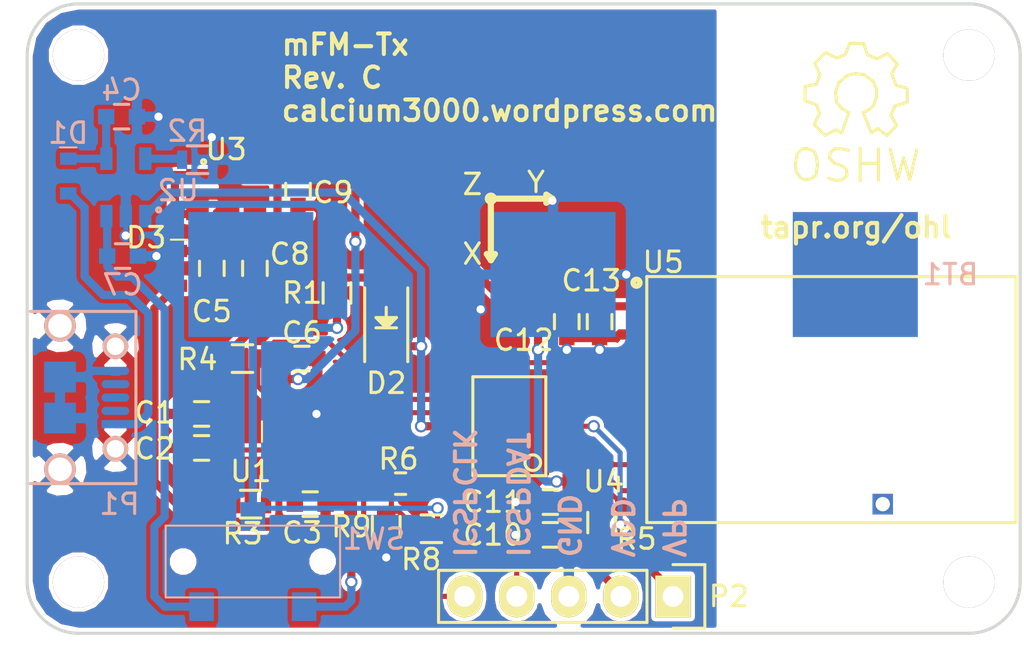
<source format=kicad_pcb>
(kicad_pcb (version 4) (host pcbnew 4.0.2+dfsg1-stable)

  (general
    (links 82)
    (no_connects 3)
    (area 158.424999 91.324999 206.975001 122.175001)
    (thickness 1.6)
    (drawings 15)
    (tracks 234)
    (zones 0)
    (modules 39)
    (nets 31)
  )

  (page A4)
  (layers
    (0 F.Cu signal)
    (31 B.Cu signal)
    (36 B.SilkS user)
    (37 F.SilkS user)
    (38 B.Mask user)
    (39 F.Mask user)
    (44 Edge.Cuts user)
    (46 B.CrtYd user)
    (47 F.CrtYd user)
    (48 B.Fab user hide)
    (49 F.Fab user hide)
  )

  (setup
    (last_trace_width 0.25)
    (user_trace_width 0.16)
    (user_trace_width 0.4)
    (trace_clearance 0.2)
    (zone_clearance 0.508)
    (zone_45_only no)
    (trace_min 0.16)
    (segment_width 0.2)
    (edge_width 0.15)
    (via_size 0.6)
    (via_drill 0.4)
    (via_min_size 0.4)
    (via_min_drill 0.3)
    (uvia_size 0.3)
    (uvia_drill 0.1)
    (uvias_allowed no)
    (uvia_min_size 0.2)
    (uvia_min_drill 0.1)
    (pcb_text_width 0.3)
    (pcb_text_size 1.5 1.5)
    (mod_edge_width 0.15)
    (mod_text_size 1 1)
    (mod_text_width 0.15)
    (pad_size 1.524 1.524)
    (pad_drill 0.762)
    (pad_to_mask_clearance 0.2)
    (aux_axis_origin 0 0)
    (visible_elements FFFFFF7F)
    (pcbplotparams
      (layerselection 0x010f0_80000001)
      (usegerberextensions true)
      (excludeedgelayer true)
      (linewidth 0.100000)
      (plotframeref false)
      (viasonmask false)
      (mode 1)
      (useauxorigin false)
      (hpglpennumber 1)
      (hpglpenspeed 20)
      (hpglpendiameter 15)
      (hpglpenoverlay 2)
      (psnegative false)
      (psa4output false)
      (plotreference true)
      (plotvalue true)
      (plotinvisibletext false)
      (padsonsilk false)
      (subtractmaskfromsilk false)
      (outputformat 1)
      (mirror false)
      (drillshape 0)
      (scaleselection 1)
      (outputdirectory gerbers))
  )

  (net 0 "")
  (net 1 +BATT)
  (net 2 GND)
  (net 3 VDD)
  (net 4 /ACC_BYP)
  (net 5 /VUSB)
  (net 6 /LDO_VBATT)
  (net 7 /CHGR_VBATT)
  (net 8 /LDO_BYP)
  (net 9 VUSB_IN)
  (net 10 /LED_A)
  (net 11 LED_K)
  (net 12 /LDO_VBATT_IN)
  (net 13 "Net-(P1-Pad2)")
  (net 14 "Net-(P1-Pad3)")
  (net 15 "Net-(P1-Pad4)")
  (net 16 VPP)
  (net 17 ICSPDAT)
  (net 18 ICSPCLK)
  (net 19 /CHGR_ISET)
  (net 20 SCL)
  (net 21 SDA)
  (net 22 /PIC_VBATT)
  (net 23 "Net-(U1-Pad3)")
  (net 24 "Net-(U1-Pad5)")
  (net 25 ~CSN)
  (net 26 CE)
  (net 27 MISO)
  (net 28 MOSI)
  (net 29 SCK)
  (net 30 ~IRQ)

  (net_class Default "This is the default net class."
    (clearance 0.2)
    (trace_width 0.25)
    (via_dia 0.6)
    (via_drill 0.4)
    (uvia_dia 0.3)
    (uvia_drill 0.1)
    (add_net +BATT)
    (add_net /ACC_BYP)
    (add_net /CHGR_ISET)
    (add_net /CHGR_VBATT)
    (add_net /LDO_BYP)
    (add_net /LDO_VBATT)
    (add_net /LDO_VBATT_IN)
    (add_net /LED_A)
    (add_net /PIC_VBATT)
    (add_net /VUSB)
    (add_net CE)
    (add_net GND)
    (add_net ICSPCLK)
    (add_net ICSPDAT)
    (add_net LED_K)
    (add_net MISO)
    (add_net MOSI)
    (add_net "Net-(P1-Pad2)")
    (add_net "Net-(P1-Pad3)")
    (add_net "Net-(P1-Pad4)")
    (add_net "Net-(U1-Pad3)")
    (add_net "Net-(U1-Pad5)")
    (add_net SCK)
    (add_net SCL)
    (add_net SDA)
    (add_net VDD)
    (add_net VPP)
    (add_net VUSB_IN)
    (add_net ~CSN)
    (add_net ~IRQ)
  )

  (module mFM:CR2450_clip (layer B.Cu) (tedit 59165A92) (tstamp 5912F044)
    (at 184.132 104.6 180)
    (path /578164E2)
    (fp_text reference BT1 (at -19.368 0 180) (layer B.SilkS)
      (effects (font (size 1 1) (thickness 0.15)) (justify mirror))
    )
    (fp_text value LIPO (at 0 -14.478 180) (layer B.Fab)
      (effects (font (size 1 1) (thickness 0.15)) (justify mirror))
    )
    (fp_line (start -8.001 13.081) (end -13.081 13.081) (layer B.CrtYd) (width 0.05))
    (fp_line (start 8.001 13.081) (end 2.794 8.001) (layer B.CrtYd) (width 0.05))
    (fp_line (start -8.001 13.081) (end -2.794 8.001) (layer B.CrtYd) (width 0.05))
    (fp_line (start -2.794 8.001) (end 2.794 8.001) (layer B.CrtYd) (width 0.05))
    (fp_line (start 13.081 -6.35) (end 5.461 -13.081) (layer B.CrtYd) (width 0.05))
    (fp_line (start -13.081 -6.35) (end -5.461 -13.081) (layer B.CrtYd) (width 0.05))
    (fp_line (start 18.161 -3.429) (end 13.081 -3.429) (layer B.CrtYd) (width 0.05))
    (fp_line (start -18.161 3.429) (end -13.081 3.429) (layer B.CrtYd) (width 0.05))
    (fp_line (start -13.081 -3.429) (end -13.081 -6.35) (layer B.CrtYd) (width 0.05))
    (fp_line (start -5.461 -13.081) (end 5.461 -13.081) (layer B.CrtYd) (width 0.05))
    (fp_line (start 13.081 -6.35) (end 13.081 -3.429) (layer B.CrtYd) (width 0.05))
    (fp_line (start 13.081 13.081) (end 8.001 13.081) (layer B.CrtYd) (width 0.05))
    (fp_line (start 13.081 3.429) (end 13.081 13.081) (layer B.CrtYd) (width 0.05))
    (fp_line (start -13.081 3.429) (end -13.081 13.081) (layer B.CrtYd) (width 0.05))
    (fp_line (start -18.161 3.429) (end -18.161 -3.429) (layer B.CrtYd) (width 0.05))
    (fp_line (start -18.161 -3.429) (end -13.081 -3.429) (layer B.CrtYd) (width 0.05))
    (fp_line (start 18.161 -3.429) (end 18.161 3.429) (layer B.CrtYd) (width 0.05))
    (fp_line (start 18.161 3.429) (end 13.081 3.429) (layer B.CrtYd) (width 0.05))
    (pad 1 smd rect (at -14.732 0 180) (size 6.096 6.096) (layers B.Cu B.Mask)
      (net 1 +BATT))
    (pad 2 smd rect (at 0 0 180) (size 6.096 6.096) (layers B.Cu B.Mask)
      (net 2 GND))
    (pad 1 smd rect (at 14.732 0 180) (size 6.096 6.096) (layers B.Cu B.Mask)
      (net 1 +BATT))
  )

  (module SMD_Packages:SSOP-14 (layer F.Cu) (tedit 0) (tstamp 5913D87C)
    (at 182 112 90)
    (path /591024BB)
    (attr smd)
    (fp_text reference U4 (at -2.7 4.6 180) (layer F.SilkS)
      (effects (font (size 1 1) (thickness 0.15)))
    )
    (fp_text value PIC16LF18323_TSSOP (at 0 0.508 90) (layer F.Fab)
      (effects (font (size 1 1) (thickness 0.15)))
    )
    (fp_line (start -2.413 -1.778) (end 2.413 -1.778) (layer F.SilkS) (width 0.15))
    (fp_line (start 2.413 -1.778) (end 2.413 1.778) (layer F.SilkS) (width 0.15))
    (fp_line (start 2.413 1.778) (end -2.413 1.778) (layer F.SilkS) (width 0.15))
    (fp_line (start -2.413 1.778) (end -2.413 -1.778) (layer F.SilkS) (width 0.15))
    (fp_circle (center -1.778 1.143) (end -2.159 1.143) (layer F.SilkS) (width 0.15))
    (pad 1 smd rect (at -1.9304 2.794 90) (size 0.4318 1.397) (layers F.Cu F.Mask)
      (net 3 VDD))
    (pad 2 smd rect (at -1.2954 2.794 90) (size 0.4318 1.397) (layers F.Cu F.Mask)
      (net 30 ~IRQ))
    (pad 3 smd rect (at -0.635 2.794 90) (size 0.4318 1.397) (layers F.Cu F.Mask)
      (net 27 MISO))
    (pad 4 smd rect (at 0 2.794 90) (size 0.4318 1.397) (layers F.Cu F.Mask)
      (net 16 VPP))
    (pad 5 smd rect (at 0.6604 2.794 90) (size 0.4318 1.397) (layers F.Cu F.Mask)
      (net 28 MOSI))
    (pad 6 smd rect (at 1.3081 2.794 90) (size 0.4318 1.397) (layers F.Cu F.Mask)
      (net 29 SCK))
    (pad 7 smd rect (at 1.9558 2.794 90) (size 0.4318 1.397) (layers F.Cu F.Mask)
      (net 25 ~CSN))
    (pad 8 smd rect (at 1.9558 -2.794 90) (size 0.4318 1.397) (layers F.Cu F.Mask)
      (net 26 CE))
    (pad 9 smd rect (at 1.3081 -2.794 90) (size 0.4318 1.397) (layers F.Cu F.Mask)
      (net 21 SDA))
    (pad 10 smd rect (at 0.6604 -2.794 90) (size 0.4318 1.397) (layers F.Cu F.Mask)
      (net 20 SCL))
    (pad 11 smd rect (at 0 -2.794 90) (size 0.4318 1.397) (layers F.Cu F.Mask)
      (net 11 LED_K))
    (pad 12 smd rect (at -0.6477 -2.794 90) (size 0.4318 1.397) (layers F.Cu F.Mask)
      (net 18 ICSPCLK))
    (pad 13 smd rect (at -1.2954 -2.794 90) (size 0.4318 1.397) (layers F.Cu F.Mask)
      (net 17 ICSPDAT))
    (pad 14 smd rect (at -1.9431 -2.794 90) (size 0.4318 1.397) (layers F.Cu F.Mask)
      (net 2 GND))
    (model SMD_Packages.3dshapes/SSOP-14.wrl
      (at (xyz 0 0 0))
      (scale (xyz 0.25 0.35 0.25))
      (rotate (xyz 0 0 0))
    )
  )

  (module mFM:SW_SPDT_SMD (layer B.Cu) (tedit 5790416F) (tstamp 5912F1D8)
    (at 169.5 118.6 180)
    (path /5784C6EC)
    (fp_text reference SW1 (at -5.9 1.1 180) (layer B.SilkS)
      (effects (font (size 1 1) (thickness 0.15)) (justify mirror))
    )
    (fp_text value SPDT (at 0 -6.25 180) (layer B.Fab)
      (effects (font (size 1 1) (thickness 0.15)) (justify mirror))
    )
    (fp_line (start 4.5 -2) (end 3.35 -2) (layer B.CrtYd) (width 0.05))
    (fp_line (start 3.35 -2) (end 3.35 -3.15) (layer B.CrtYd) (width 0.05))
    (fp_line (start -3.35 -3.15) (end -3.35 -2) (layer B.CrtYd) (width 0.05))
    (fp_line (start -3.35 -2) (end -4.5 -2) (layer B.CrtYd) (width 0.05))
    (fp_line (start 0.85 3.15) (end 0.85 2) (layer B.CrtYd) (width 0.05))
    (fp_line (start 0.85 2) (end 4.5 2) (layer B.CrtYd) (width 0.05))
    (fp_line (start -0.85 3.15) (end -0.85 2) (layer B.CrtYd) (width 0.05))
    (fp_line (start -0.85 2) (end -4.5 2) (layer B.CrtYd) (width 0.05))
    (fp_line (start 1.75 -3.15) (end 3.35 -3.15) (layer B.CrtYd) (width 0.05))
    (fp_line (start -1.75 -3.15) (end -1.75 -4.55) (layer B.CrtYd) (width 0.05))
    (fp_line (start -1.75 -4.55) (end 1.75 -4.55) (layer B.CrtYd) (width 0.05))
    (fp_line (start 1.75 -4.55) (end 1.75 -3.15) (layer B.CrtYd) (width 0.05))
    (fp_line (start -3.35 -3.15) (end -1.75 -3.15) (layer B.CrtYd) (width 0.05))
    (fp_line (start 4.5 -2) (end 4.5 2) (layer B.CrtYd) (width 0.05))
    (fp_line (start 0.85 3.15) (end -0.85 3.15) (layer B.CrtYd) (width 0.05))
    (fp_line (start -4.5 2) (end -4.5 -2) (layer B.CrtYd) (width 0.05))
    (fp_line (start -4.25 1.75) (end -4.25 -1.75) (layer B.SilkS) (width 0.1))
    (fp_line (start 4.25 1.75) (end 4.25 -1.75) (layer B.SilkS) (width 0.1))
    (fp_line (start -4.25 -1.75) (end 4.25 -1.75) (layer B.SilkS) (width 0.1))
    (fp_line (start -4.25 1.75) (end 4.25 1.75) (layer B.SilkS) (width 0.1))
    (pad 1 smd rect (at -2.5 -2.2 180) (size 1.2 1.4) (layers B.Cu B.Mask)
      (net 12 /LDO_VBATT_IN))
    (pad 3 smd rect (at 2.5 -2.2 180) (size 1.2 1.4) (layers B.Cu B.Mask)
      (net 7 /CHGR_VBATT))
    (pad 2 smd rect (at 0 2.2 180) (size 1.2 1.4) (layers B.Cu B.Mask)
      (net 1 +BATT))
    (pad "" np_thru_hole circle (at -3.4 0 180) (size 0.9 0.9) (drill 0.9) (layers *.Cu *.Mask B.SilkS))
    (pad "" np_thru_hole circle (at 3.4 0 180) (size 0.9 0.9) (drill 0.9) (layers *.Cu *.Mask B.SilkS))
  )

  (module mFM:micro_USB_B (layer B.Cu) (tedit 59165A62) (tstamp 5912F123)
    (at 161.3 110.6 90)
    (descr "Micro USB Type B Receptacle")
    (tags "USB USB_B USB_micro USB_OTG")
    (path /57CBE55F)
    (attr smd)
    (fp_text reference P1 (at -5.2 1.7 180) (layer B.SilkS)
      (effects (font (size 1 1) (thickness 0.15)) (justify mirror))
    )
    (fp_text value USB_MICRO_B (at 0 -4.8 90) (layer B.Fab)
      (effects (font (size 1 1) (thickness 0.15)) (justify mirror))
    )
    (fp_line (start -4.6 -2.65) (end 4.6 -2.65) (layer B.CrtYd) (width 0.05))
    (fp_line (start -4.2 2.5) (end -4.2 -2.65) (layer B.SilkS) (width 0.15))
    (fp_line (start 4.2 2.5) (end 4.2 -2.65) (layer B.SilkS) (width 0.15))
    (fp_line (start -4.6 2.9) (end 4.6 2.9) (layer B.CrtYd) (width 0.05))
    (fp_line (start 4.6 2.8) (end 4.6 -4.1) (layer B.CrtYd) (width 0.05))
    (fp_line (start 4.6 -4.1) (end -4.6 -4.1) (layer B.CrtYd) (width 0.05))
    (fp_line (start -4.6 -4.1) (end -4.6 2.9) (layer B.CrtYd) (width 0.05))
    (fp_line (start -4.2 2.5) (end 4.2 2.5) (layer B.SilkS) (width 0.15))
    (pad 6 smd rect (at 1 -1.2 90) (size 1.5 1.55) (layers B.Cu B.Mask)
      (net 2 GND))
    (pad 1 smd rect (at -1.3 1.5) (size 1.35 0.4) (layers B.Cu B.Mask)
      (net 9 VUSB_IN))
    (pad 2 smd oval (at -0.65 1.5) (size 1.35 0.4) (layers B.Cu B.Mask)
      (net 13 "Net-(P1-Pad2)"))
    (pad 3 smd oval (at 0 1.5) (size 1.35 0.4) (layers B.Cu B.Mask)
      (net 14 "Net-(P1-Pad3)"))
    (pad 4 smd oval (at 0.65 1.5) (size 1.35 0.4) (layers B.Cu B.Mask)
      (net 15 "Net-(P1-Pad4)"))
    (pad 5 smd oval (at 1.3 1.5) (size 1.35 0.4) (layers B.Cu B.Mask)
      (net 2 GND))
    (pad 6 thru_hole circle (at -2.5 1.5 90) (size 1.25 1.25) (drill 0.85) (layers *.Cu *.Mask B.SilkS)
      (net 2 GND))
    (pad 6 thru_hole circle (at 2.5 1.5 90) (size 1.25 1.25) (drill 0.85) (layers *.Cu *.Mask B.SilkS)
      (net 2 GND))
    (pad 6 thru_hole circle (at -3.5 -1.2) (size 1.55 1.55) (drill 1.15) (layers *.Cu *.Mask B.SilkS)
      (net 2 GND))
    (pad 6 thru_hole circle (at 3.5 -1.2) (size 1.55 1.55) (drill 1.15) (layers *.Cu *.Mask B.SilkS)
      (net 2 GND))
    (pad 6 smd rect (at -1 -1.2 90) (size 1.5 1.55) (layers B.Cu B.Mask)
      (net 2 GND))
  )

  (module Capacitors_SMD:C_0603 (layer B.Cu) (tedit 5415D631) (tstamp 5912F074)
    (at 163.1 96.9)
    (descr "Capacitor SMD 0603, reflow soldering, AVX (see smccp.pdf)")
    (tags "capacitor 0603")
    (path /5784ADFA)
    (attr smd)
    (fp_text reference C4 (at 0 -1.3) (layer B.SilkS)
      (effects (font (size 1 1) (thickness 0.15)) (justify mirror))
    )
    (fp_text value 4.7uF (at 0 -1.9) (layer B.Fab)
      (effects (font (size 1 1) (thickness 0.15)) (justify mirror))
    )
    (fp_line (start -1.45 0.75) (end 1.45 0.75) (layer B.CrtYd) (width 0.05))
    (fp_line (start -1.45 -0.75) (end 1.45 -0.75) (layer B.CrtYd) (width 0.05))
    (fp_line (start -1.45 0.75) (end -1.45 -0.75) (layer B.CrtYd) (width 0.05))
    (fp_line (start 1.45 0.75) (end 1.45 -0.75) (layer B.CrtYd) (width 0.05))
    (fp_line (start -0.35 0.6) (end 0.35 0.6) (layer B.SilkS) (width 0.15))
    (fp_line (start 0.35 -0.6) (end -0.35 -0.6) (layer B.SilkS) (width 0.15))
    (pad 1 smd rect (at -0.75 0) (size 0.8 0.75) (layers B.Cu B.Mask)
      (net 5 /VUSB))
    (pad 2 smd rect (at 0.75 0) (size 0.8 0.75) (layers B.Cu B.Mask)
      (net 2 GND))
    (model Capacitors_SMD.3dshapes/C_0603.wrl
      (at (xyz 0 0 0))
      (scale (xyz 1 1 1))
      (rotate (xyz 0 0 0))
    )
  )

  (module Resistors_SMD:R_0603 (layer F.Cu) (tedit 5415CC62) (tstamp 5912F197)
    (at 178.2 117 180)
    (descr "Resistor SMD 0603, reflow soldering, Vishay (see dcrcw.pdf)")
    (tags "resistor 0603")
    (path /5786372F)
    (attr smd)
    (fp_text reference R8 (at 0.5 -1.5 180) (layer F.SilkS)
      (effects (font (size 1 1) (thickness 0.15)))
    )
    (fp_text value 10k (at 0 1.9 180) (layer F.Fab)
      (effects (font (size 1 1) (thickness 0.15)))
    )
    (fp_line (start -1.3 -0.8) (end 1.3 -0.8) (layer F.CrtYd) (width 0.05))
    (fp_line (start -1.3 0.8) (end 1.3 0.8) (layer F.CrtYd) (width 0.05))
    (fp_line (start -1.3 -0.8) (end -1.3 0.8) (layer F.CrtYd) (width 0.05))
    (fp_line (start 1.3 -0.8) (end 1.3 0.8) (layer F.CrtYd) (width 0.05))
    (fp_line (start 0.5 0.675) (end -0.5 0.675) (layer F.SilkS) (width 0.15))
    (fp_line (start -0.5 -0.675) (end 0.5 -0.675) (layer F.SilkS) (width 0.15))
    (pad 1 smd rect (at -0.75 0 180) (size 0.5 0.9) (layers F.Cu F.Mask)
      (net 1 +BATT))
    (pad 2 smd rect (at 0.75 0 180) (size 0.5 0.9) (layers F.Cu F.Mask)
      (net 22 /PIC_VBATT))
    (model Resistors_SMD.3dshapes/R_0603.wrl
      (at (xyz 0 0 0))
      (scale (xyz 1 1 1))
      (rotate (xyz 0 0 0))
    )
  )

  (module mFM:SSMini2 (layer B.Cu) (tedit 57C82C53) (tstamp 5912F0EB)
    (at 160.5 99.8)
    (path /57CB9967)
    (fp_text reference D1 (at 0 -2.1) (layer B.SilkS)
      (effects (font (size 1 1) (thickness 0.15)) (justify mirror))
    )
    (fp_text value DB2S316 (at 0 -2.8) (layer B.Fab)
      (effects (font (size 1 1) (thickness 0.15)) (justify mirror))
    )
    (fp_line (start -0.4 -1.4) (end 0.4 -1.4) (layer B.SilkS) (width 0.1))
    (fp_line (start -0.7 1.45) (end 0.7 1.45) (layer B.CrtYd) (width 0.05))
    (fp_line (start 0.7 1.45) (end 0.7 -1.45) (layer B.CrtYd) (width 0.05))
    (fp_line (start 0.7 -1.45) (end -0.7 -1.45) (layer B.CrtYd) (width 0.05))
    (fp_line (start -0.7 -1.45) (end -0.7 1.45) (layer B.CrtYd) (width 0.05))
    (pad 1 smd rect (at 0 -0.85) (size 0.8 0.6) (layers B.Cu B.Mask)
      (net 5 /VUSB))
    (pad 2 smd rect (at 0 0.85) (size 0.8 0.6) (layers B.Cu B.Mask)
      (net 9 VUSB_IN))
  )

  (module mFM:SOT-23-5 (layer B.Cu) (tedit 59165A7F) (tstamp 5912F1F9)
    (at 163.308252 100.349617 90)
    (descr "5-pin SOT23 package")
    (tags SOT-23-5)
    (path /57E3EB6B)
    (attr smd)
    (fp_text reference U2 (at -0.150383 2.55 180) (layer B.SilkS)
      (effects (font (size 1 1) (thickness 0.15)) (justify mirror))
    )
    (fp_text value MCP73832 (at -0.05 -2.35 90) (layer B.Fab)
      (effects (font (size 1 1) (thickness 0.15)) (justify mirror))
    )
    (fp_line (start -2.1 1.6) (end 2.1 1.6) (layer B.CrtYd) (width 0.05))
    (fp_line (start 2.1 1.6) (end 2.1 -1.6) (layer B.CrtYd) (width 0.05))
    (fp_line (start 2.1 -1.6) (end -2.1 -1.6) (layer B.CrtYd) (width 0.05))
    (fp_line (start -2.1 -1.6) (end -2.1 1.6) (layer B.CrtYd) (width 0.05))
    (fp_circle (center -1.1 1.6) (end -1 1.6) (layer B.SilkS) (width 0.15))
    (pad 1 smd rect (at -1.4 0.95 90) (size 1.1 0.6) (layers B.Cu B.Mask)
      (net 11 LED_K))
    (pad 2 smd rect (at -1.4 0 90) (size 1.1 0.6) (layers B.Cu B.Mask)
      (net 2 GND))
    (pad 3 smd rect (at -1.4 -0.95 90) (size 1.1 0.6) (layers B.Cu B.Mask)
      (net 7 /CHGR_VBATT))
    (pad 4 smd rect (at 1.4 -0.95 90) (size 1.1 0.6) (layers B.Cu B.Mask)
      (net 5 /VUSB))
    (pad 5 smd rect (at 1.4 0.95 90) (size 1.1 0.6) (layers B.Cu B.Mask)
      (net 19 /CHGR_ISET))
    (model TO_SOT_Packages_SMD.3dshapes/SOT-23-5.wrl
      (at (xyz 0 0 0))
      (scale (xyz 1 1 1))
      (rotate (xyz 0 0 0))
    )
  )

  (module Socket_Strips:Socket_Strip_Straight_1x05 (layer F.Cu) (tedit 0) (tstamp 5912F137)
    (at 189.98 120.3 180)
    (descr "Through hole socket strip")
    (tags "socket strip")
    (path /578CA2F1)
    (fp_text reference P2 (at -2.72 0 180) (layer F.SilkS)
      (effects (font (size 1 1) (thickness 0.15)))
    )
    (fp_text value CONN_01X05 (at 0 -3.1 180) (layer F.Fab)
      (effects (font (size 1 1) (thickness 0.15)))
    )
    (fp_line (start -1.75 -1.75) (end -1.75 1.75) (layer F.CrtYd) (width 0.05))
    (fp_line (start 11.95 -1.75) (end 11.95 1.75) (layer F.CrtYd) (width 0.05))
    (fp_line (start -1.75 -1.75) (end 11.95 -1.75) (layer F.CrtYd) (width 0.05))
    (fp_line (start -1.75 1.75) (end 11.95 1.75) (layer F.CrtYd) (width 0.05))
    (fp_line (start 1.27 1.27) (end 11.43 1.27) (layer F.SilkS) (width 0.15))
    (fp_line (start 11.43 1.27) (end 11.43 -1.27) (layer F.SilkS) (width 0.15))
    (fp_line (start 11.43 -1.27) (end 1.27 -1.27) (layer F.SilkS) (width 0.15))
    (fp_line (start -1.55 1.55) (end 0 1.55) (layer F.SilkS) (width 0.15))
    (fp_line (start 1.27 1.27) (end 1.27 -1.27) (layer F.SilkS) (width 0.15))
    (fp_line (start 0 -1.55) (end -1.55 -1.55) (layer F.SilkS) (width 0.15))
    (fp_line (start -1.55 -1.55) (end -1.55 1.55) (layer F.SilkS) (width 0.15))
    (pad 1 thru_hole rect (at 0 0 180) (size 1.7272 2.032) (drill 1.016) (layers *.Cu *.Mask F.SilkS)
      (net 16 VPP))
    (pad 2 thru_hole oval (at 2.54 0 180) (size 1.7272 2.032) (drill 1.016) (layers *.Cu *.Mask F.SilkS)
      (net 3 VDD))
    (pad 3 thru_hole oval (at 5.08 0 180) (size 1.7272 2.032) (drill 1.016) (layers *.Cu *.Mask F.SilkS)
      (net 2 GND))
    (pad 4 thru_hole oval (at 7.62 0 180) (size 1.7272 2.032) (drill 1.016) (layers *.Cu *.Mask F.SilkS)
      (net 17 ICSPDAT))
    (pad 5 thru_hole oval (at 10.16 0 180) (size 1.7272 2.032) (drill 1.016) (layers *.Cu *.Mask F.SilkS)
      (net 18 ICSPCLK))
    (model Socket_Strips.3dshapes/Socket_Strip_Straight_1x05.wrl
      (at (xyz 0.2 0 0))
      (scale (xyz 1 1 1))
      (rotate (xyz 0 0 180))
    )
  )

  (module Capacitors_SMD:C_0603 (layer F.Cu) (tedit 5415D631) (tstamp 5912F050)
    (at 167 111.4 180)
    (descr "Capacitor SMD 0603, reflow soldering, AVX (see smccp.pdf)")
    (tags "capacitor 0603")
    (path /5784533E)
    (attr smd)
    (fp_text reference C1 (at 2.292721 0.059421 180) (layer F.SilkS)
      (effects (font (size 1 1) (thickness 0.15)))
    )
    (fp_text value 1uF (at 0 1.9 180) (layer F.Fab)
      (effects (font (size 1 1) (thickness 0.15)))
    )
    (fp_line (start -1.45 -0.75) (end 1.45 -0.75) (layer F.CrtYd) (width 0.05))
    (fp_line (start -1.45 0.75) (end 1.45 0.75) (layer F.CrtYd) (width 0.05))
    (fp_line (start -1.45 -0.75) (end -1.45 0.75) (layer F.CrtYd) (width 0.05))
    (fp_line (start 1.45 -0.75) (end 1.45 0.75) (layer F.CrtYd) (width 0.05))
    (fp_line (start -0.35 -0.6) (end 0.35 -0.6) (layer F.SilkS) (width 0.15))
    (fp_line (start 0.35 0.6) (end -0.35 0.6) (layer F.SilkS) (width 0.15))
    (pad 1 smd rect (at -0.75 0 180) (size 0.8 0.75) (layers F.Cu F.Mask)
      (net 3 VDD))
    (pad 2 smd rect (at 0.75 0 180) (size 0.8 0.75) (layers F.Cu F.Mask)
      (net 2 GND))
    (model Capacitors_SMD.3dshapes/C_0603.wrl
      (at (xyz 0 0 0))
      (scale (xyz 1 1 1))
      (rotate (xyz 0 0 0))
    )
  )

  (module Capacitors_SMD:C_0603 (layer F.Cu) (tedit 5415D631) (tstamp 5912F05C)
    (at 167 113.059421 180)
    (descr "Capacitor SMD 0603, reflow soldering, AVX (see smccp.pdf)")
    (tags "capacitor 0603")
    (path /578452C1)
    (attr smd)
    (fp_text reference C2 (at 2.292721 -0.040579 180) (layer F.SilkS)
      (effects (font (size 1 1) (thickness 0.15)))
    )
    (fp_text value 0.1uF (at 0 1.9 180) (layer F.Fab)
      (effects (font (size 1 1) (thickness 0.15)))
    )
    (fp_line (start -1.45 -0.75) (end 1.45 -0.75) (layer F.CrtYd) (width 0.05))
    (fp_line (start -1.45 0.75) (end 1.45 0.75) (layer F.CrtYd) (width 0.05))
    (fp_line (start -1.45 -0.75) (end -1.45 0.75) (layer F.CrtYd) (width 0.05))
    (fp_line (start 1.45 -0.75) (end 1.45 0.75) (layer F.CrtYd) (width 0.05))
    (fp_line (start -0.35 -0.6) (end 0.35 -0.6) (layer F.SilkS) (width 0.15))
    (fp_line (start 0.35 0.6) (end -0.35 0.6) (layer F.SilkS) (width 0.15))
    (pad 1 smd rect (at -0.75 0 180) (size 0.8 0.75) (layers F.Cu F.Mask)
      (net 3 VDD))
    (pad 2 smd rect (at 0.75 0 180) (size 0.8 0.75) (layers F.Cu F.Mask)
      (net 2 GND))
    (model Capacitors_SMD.3dshapes/C_0603.wrl
      (at (xyz 0 0 0))
      (scale (xyz 1 1 1))
      (rotate (xyz 0 0 0))
    )
  )

  (module Capacitors_SMD:C_0603 (layer F.Cu) (tedit 5415D631) (tstamp 5912F068)
    (at 172.292721 115.8)
    (descr "Capacitor SMD 0603, reflow soldering, AVX (see smccp.pdf)")
    (tags "capacitor 0603")
    (path /57846CC6)
    (attr smd)
    (fp_text reference C3 (at -0.392721 1.4) (layer F.SilkS)
      (effects (font (size 1 1) (thickness 0.15)))
    )
    (fp_text value 0.1uF (at 0 1.9) (layer F.Fab)
      (effects (font (size 1 1) (thickness 0.15)))
    )
    (fp_line (start -1.45 -0.75) (end 1.45 -0.75) (layer F.CrtYd) (width 0.05))
    (fp_line (start -1.45 0.75) (end 1.45 0.75) (layer F.CrtYd) (width 0.05))
    (fp_line (start -1.45 -0.75) (end -1.45 0.75) (layer F.CrtYd) (width 0.05))
    (fp_line (start 1.45 -0.75) (end 1.45 0.75) (layer F.CrtYd) (width 0.05))
    (fp_line (start -0.35 -0.6) (end 0.35 -0.6) (layer F.SilkS) (width 0.15))
    (fp_line (start 0.35 0.6) (end -0.35 0.6) (layer F.SilkS) (width 0.15))
    (pad 1 smd rect (at -0.75 0) (size 0.8 0.75) (layers F.Cu F.Mask)
      (net 4 /ACC_BYP))
    (pad 2 smd rect (at 0.75 0) (size 0.8 0.75) (layers F.Cu F.Mask)
      (net 2 GND))
    (model Capacitors_SMD.3dshapes/C_0603.wrl
      (at (xyz 0 0 0))
      (scale (xyz 1 1 1))
      (rotate (xyz 0 0 0))
    )
  )

  (module Capacitors_SMD:C_0603 (layer F.Cu) (tedit 5415D631) (tstamp 5912F080)
    (at 167.5 104.3 270)
    (descr "Capacitor SMD 0603, reflow soldering, AVX (see smccp.pdf)")
    (tags "capacitor 0603")
    (path /57848388)
    (attr smd)
    (fp_text reference C5 (at 2.1 0 360) (layer F.SilkS)
      (effects (font (size 1 1) (thickness 0.15)))
    )
    (fp_text value 1uF (at 0 1.9 270) (layer F.Fab)
      (effects (font (size 1 1) (thickness 0.15)))
    )
    (fp_line (start -1.45 -0.75) (end 1.45 -0.75) (layer F.CrtYd) (width 0.05))
    (fp_line (start -1.45 0.75) (end 1.45 0.75) (layer F.CrtYd) (width 0.05))
    (fp_line (start -1.45 -0.75) (end -1.45 0.75) (layer F.CrtYd) (width 0.05))
    (fp_line (start 1.45 -0.75) (end 1.45 0.75) (layer F.CrtYd) (width 0.05))
    (fp_line (start -0.35 -0.6) (end 0.35 -0.6) (layer F.SilkS) (width 0.15))
    (fp_line (start 0.35 0.6) (end -0.35 0.6) (layer F.SilkS) (width 0.15))
    (pad 1 smd rect (at -0.75 0 270) (size 0.8 0.75) (layers F.Cu F.Mask)
      (net 6 /LDO_VBATT))
    (pad 2 smd rect (at 0.75 0 270) (size 0.8 0.75) (layers F.Cu F.Mask)
      (net 2 GND))
    (model Capacitors_SMD.3dshapes/C_0603.wrl
      (at (xyz 0 0 0))
      (scale (xyz 1 1 1))
      (rotate (xyz 0 0 0))
    )
  )

  (module Capacitors_SMD:C_0603 (layer F.Cu) (tedit 5415D631) (tstamp 5912F08C)
    (at 171.892721 108.7)
    (descr "Capacitor SMD 0603, reflow soldering, AVX (see smccp.pdf)")
    (tags "capacitor 0603")
    (path /578453C3)
    (attr smd)
    (fp_text reference C6 (at 0 -1.259421) (layer F.SilkS)
      (effects (font (size 1 1) (thickness 0.15)))
    )
    (fp_text value 0.1uF (at 0 1.9) (layer F.Fab)
      (effects (font (size 1 1) (thickness 0.15)))
    )
    (fp_line (start -1.45 -0.75) (end 1.45 -0.75) (layer F.CrtYd) (width 0.05))
    (fp_line (start -1.45 0.75) (end 1.45 0.75) (layer F.CrtYd) (width 0.05))
    (fp_line (start -1.45 -0.75) (end -1.45 0.75) (layer F.CrtYd) (width 0.05))
    (fp_line (start 1.45 -0.75) (end 1.45 0.75) (layer F.CrtYd) (width 0.05))
    (fp_line (start -0.35 -0.6) (end 0.35 -0.6) (layer F.SilkS) (width 0.15))
    (fp_line (start 0.35 0.6) (end -0.35 0.6) (layer F.SilkS) (width 0.15))
    (pad 1 smd rect (at -0.75 0) (size 0.8 0.75) (layers F.Cu F.Mask)
      (net 3 VDD))
    (pad 2 smd rect (at 0.75 0) (size 0.8 0.75) (layers F.Cu F.Mask)
      (net 2 GND))
    (model Capacitors_SMD.3dshapes/C_0603.wrl
      (at (xyz 0 0 0))
      (scale (xyz 1 1 1))
      (rotate (xyz 0 0 0))
    )
  )

  (module Capacitors_SMD:C_0603 (layer B.Cu) (tedit 5415D631) (tstamp 5912F098)
    (at 163.15 103.7)
    (descr "Capacitor SMD 0603, reflow soldering, AVX (see smccp.pdf)")
    (tags "capacitor 0603")
    (path /5784BD17)
    (attr smd)
    (fp_text reference C7 (at 0 1.4) (layer B.SilkS)
      (effects (font (size 1 1) (thickness 0.15)) (justify mirror))
    )
    (fp_text value 4.7uF (at 0 -1.9) (layer B.Fab)
      (effects (font (size 1 1) (thickness 0.15)) (justify mirror))
    )
    (fp_line (start -1.45 0.75) (end 1.45 0.75) (layer B.CrtYd) (width 0.05))
    (fp_line (start -1.45 -0.75) (end 1.45 -0.75) (layer B.CrtYd) (width 0.05))
    (fp_line (start -1.45 0.75) (end -1.45 -0.75) (layer B.CrtYd) (width 0.05))
    (fp_line (start 1.45 0.75) (end 1.45 -0.75) (layer B.CrtYd) (width 0.05))
    (fp_line (start -0.35 0.6) (end 0.35 0.6) (layer B.SilkS) (width 0.15))
    (fp_line (start 0.35 -0.6) (end -0.35 -0.6) (layer B.SilkS) (width 0.15))
    (pad 1 smd rect (at -0.75 0) (size 0.8 0.75) (layers B.Cu B.Mask)
      (net 7 /CHGR_VBATT))
    (pad 2 smd rect (at 0.75 0) (size 0.8 0.75) (layers B.Cu B.Mask)
      (net 2 GND))
    (model Capacitors_SMD.3dshapes/C_0603.wrl
      (at (xyz 0 0 0))
      (scale (xyz 1 1 1))
      (rotate (xyz 0 0 0))
    )
  )

  (module Capacitors_SMD:C_0603 (layer F.Cu) (tedit 5415D631) (tstamp 5912F0A4)
    (at 169.6 104.3 270)
    (descr "Capacitor SMD 0603, reflow soldering, AVX (see smccp.pdf)")
    (tags "capacitor 0603")
    (path /57847995)
    (attr smd)
    (fp_text reference C8 (at -0.7 -1.7 360) (layer F.SilkS)
      (effects (font (size 1 1) (thickness 0.15)))
    )
    (fp_text value 470pF (at 0 1.9 270) (layer F.Fab)
      (effects (font (size 1 1) (thickness 0.15)))
    )
    (fp_line (start -1.45 -0.75) (end 1.45 -0.75) (layer F.CrtYd) (width 0.05))
    (fp_line (start -1.45 0.75) (end 1.45 0.75) (layer F.CrtYd) (width 0.05))
    (fp_line (start -1.45 -0.75) (end -1.45 0.75) (layer F.CrtYd) (width 0.05))
    (fp_line (start 1.45 -0.75) (end 1.45 0.75) (layer F.CrtYd) (width 0.05))
    (fp_line (start -0.35 -0.6) (end 0.35 -0.6) (layer F.SilkS) (width 0.15))
    (fp_line (start 0.35 0.6) (end -0.35 0.6) (layer F.SilkS) (width 0.15))
    (pad 1 smd rect (at -0.75 0 270) (size 0.8 0.75) (layers F.Cu F.Mask)
      (net 8 /LDO_BYP))
    (pad 2 smd rect (at 0.75 0 270) (size 0.8 0.75) (layers F.Cu F.Mask)
      (net 2 GND))
    (model Capacitors_SMD.3dshapes/C_0603.wrl
      (at (xyz 0 0 0))
      (scale (xyz 1 1 1))
      (rotate (xyz 0 0 0))
    )
  )

  (module Capacitors_SMD:C_0603 (layer F.Cu) (tedit 5415D631) (tstamp 5912F0B0)
    (at 171.7 100.5 270)
    (descr "Capacitor SMD 0603, reflow soldering, AVX (see smccp.pdf)")
    (tags "capacitor 0603")
    (path /57847DAA)
    (attr smd)
    (fp_text reference C9 (at 0.1 -1.7 360) (layer F.SilkS)
      (effects (font (size 1 1) (thickness 0.15)))
    )
    (fp_text value 1uF (at 0 1.9 270) (layer F.Fab)
      (effects (font (size 1 1) (thickness 0.15)))
    )
    (fp_line (start -1.45 -0.75) (end 1.45 -0.75) (layer F.CrtYd) (width 0.05))
    (fp_line (start -1.45 0.75) (end 1.45 0.75) (layer F.CrtYd) (width 0.05))
    (fp_line (start -1.45 -0.75) (end -1.45 0.75) (layer F.CrtYd) (width 0.05))
    (fp_line (start 1.45 -0.75) (end 1.45 0.75) (layer F.CrtYd) (width 0.05))
    (fp_line (start -0.35 -0.6) (end 0.35 -0.6) (layer F.SilkS) (width 0.15))
    (fp_line (start 0.35 0.6) (end -0.35 0.6) (layer F.SilkS) (width 0.15))
    (pad 1 smd rect (at -0.75 0 270) (size 0.8 0.75) (layers F.Cu F.Mask)
      (net 3 VDD))
    (pad 2 smd rect (at 0.75 0 270) (size 0.8 0.75) (layers F.Cu F.Mask)
      (net 2 GND))
    (model Capacitors_SMD.3dshapes/C_0603.wrl
      (at (xyz 0 0 0))
      (scale (xyz 1 1 1))
      (rotate (xyz 0 0 0))
    )
  )

  (module Capacitors_SMD:C_0603 (layer F.Cu) (tedit 5415D631) (tstamp 5912F0BC)
    (at 184 117.3 180)
    (descr "Capacitor SMD 0603, reflow soldering, AVX (see smccp.pdf)")
    (tags "capacitor 0603")
    (path /57C879F9)
    (attr smd)
    (fp_text reference C10 (at 2.8 0 180) (layer F.SilkS)
      (effects (font (size 1 1) (thickness 0.15)))
    )
    (fp_text value 1uF (at 0 1.9 180) (layer F.Fab)
      (effects (font (size 1 1) (thickness 0.15)))
    )
    (fp_line (start -1.45 -0.75) (end 1.45 -0.75) (layer F.CrtYd) (width 0.05))
    (fp_line (start -1.45 0.75) (end 1.45 0.75) (layer F.CrtYd) (width 0.05))
    (fp_line (start -1.45 -0.75) (end -1.45 0.75) (layer F.CrtYd) (width 0.05))
    (fp_line (start 1.45 -0.75) (end 1.45 0.75) (layer F.CrtYd) (width 0.05))
    (fp_line (start -0.35 -0.6) (end 0.35 -0.6) (layer F.SilkS) (width 0.15))
    (fp_line (start 0.35 0.6) (end -0.35 0.6) (layer F.SilkS) (width 0.15))
    (pad 1 smd rect (at -0.75 0 180) (size 0.8 0.75) (layers F.Cu F.Mask)
      (net 3 VDD))
    (pad 2 smd rect (at 0.75 0 180) (size 0.8 0.75) (layers F.Cu F.Mask)
      (net 2 GND))
    (model Capacitors_SMD.3dshapes/C_0603.wrl
      (at (xyz 0 0 0))
      (scale (xyz 1 1 1))
      (rotate (xyz 0 0 0))
    )
  )

  (module Capacitors_SMD:C_0603 (layer F.Cu) (tedit 5415D631) (tstamp 5912F0C8)
    (at 184 115.7 180)
    (descr "Capacitor SMD 0603, reflow soldering, AVX (see smccp.pdf)")
    (tags "capacitor 0603")
    (path /5785C9EE)
    (attr smd)
    (fp_text reference C11 (at 2.8 0 180) (layer F.SilkS)
      (effects (font (size 1 1) (thickness 0.15)))
    )
    (fp_text value 0.1uF (at 0 1.9 180) (layer F.Fab)
      (effects (font (size 1 1) (thickness 0.15)))
    )
    (fp_line (start -1.45 -0.75) (end 1.45 -0.75) (layer F.CrtYd) (width 0.05))
    (fp_line (start -1.45 0.75) (end 1.45 0.75) (layer F.CrtYd) (width 0.05))
    (fp_line (start -1.45 -0.75) (end -1.45 0.75) (layer F.CrtYd) (width 0.05))
    (fp_line (start 1.45 -0.75) (end 1.45 0.75) (layer F.CrtYd) (width 0.05))
    (fp_line (start -0.35 -0.6) (end 0.35 -0.6) (layer F.SilkS) (width 0.15))
    (fp_line (start 0.35 0.6) (end -0.35 0.6) (layer F.SilkS) (width 0.15))
    (pad 1 smd rect (at -0.75 0 180) (size 0.8 0.75) (layers F.Cu F.Mask)
      (net 3 VDD))
    (pad 2 smd rect (at 0.75 0 180) (size 0.8 0.75) (layers F.Cu F.Mask)
      (net 2 GND))
    (model Capacitors_SMD.3dshapes/C_0603.wrl
      (at (xyz 0 0 0))
      (scale (xyz 1 1 1))
      (rotate (xyz 0 0 0))
    )
  )

  (module Capacitors_SMD:C_0603 (layer F.Cu) (tedit 5415D631) (tstamp 5912F0D4)
    (at 184.8 106.9 270)
    (descr "Capacitor SMD 0603, reflow soldering, AVX (see smccp.pdf)")
    (tags "capacitor 0603")
    (path /59100DD9)
    (attr smd)
    (fp_text reference C12 (at 0.9 2.1 360) (layer F.SilkS)
      (effects (font (size 1 1) (thickness 0.15)))
    )
    (fp_text value 4.7uF (at 0 1.9 270) (layer F.Fab)
      (effects (font (size 1 1) (thickness 0.15)))
    )
    (fp_line (start -1.45 -0.75) (end 1.45 -0.75) (layer F.CrtYd) (width 0.05))
    (fp_line (start -1.45 0.75) (end 1.45 0.75) (layer F.CrtYd) (width 0.05))
    (fp_line (start -1.45 -0.75) (end -1.45 0.75) (layer F.CrtYd) (width 0.05))
    (fp_line (start 1.45 -0.75) (end 1.45 0.75) (layer F.CrtYd) (width 0.05))
    (fp_line (start -0.35 -0.6) (end 0.35 -0.6) (layer F.SilkS) (width 0.15))
    (fp_line (start 0.35 0.6) (end -0.35 0.6) (layer F.SilkS) (width 0.15))
    (pad 1 smd rect (at -0.75 0 270) (size 0.8 0.75) (layers F.Cu F.Mask)
      (net 3 VDD))
    (pad 2 smd rect (at 0.75 0 270) (size 0.8 0.75) (layers F.Cu F.Mask)
      (net 2 GND))
    (model Capacitors_SMD.3dshapes/C_0603.wrl
      (at (xyz 0 0 0))
      (scale (xyz 1 1 1))
      (rotate (xyz 0 0 0))
    )
  )

  (module Capacitors_SMD:C_0603 (layer F.Cu) (tedit 5415D631) (tstamp 5912F0E0)
    (at 186.4 106.9 270)
    (descr "Capacitor SMD 0603, reflow soldering, AVX (see smccp.pdf)")
    (tags "capacitor 0603")
    (path /59100DE5)
    (attr smd)
    (fp_text reference C13 (at -2 0.4 360) (layer F.SilkS)
      (effects (font (size 1 1) (thickness 0.15)))
    )
    (fp_text value 0.1uF (at 0 1.9 270) (layer F.Fab)
      (effects (font (size 1 1) (thickness 0.15)))
    )
    (fp_line (start -1.45 -0.75) (end 1.45 -0.75) (layer F.CrtYd) (width 0.05))
    (fp_line (start -1.45 0.75) (end 1.45 0.75) (layer F.CrtYd) (width 0.05))
    (fp_line (start -1.45 -0.75) (end -1.45 0.75) (layer F.CrtYd) (width 0.05))
    (fp_line (start 1.45 -0.75) (end 1.45 0.75) (layer F.CrtYd) (width 0.05))
    (fp_line (start -0.35 -0.6) (end 0.35 -0.6) (layer F.SilkS) (width 0.15))
    (fp_line (start 0.35 0.6) (end -0.35 0.6) (layer F.SilkS) (width 0.15))
    (pad 1 smd rect (at -0.75 0 270) (size 0.8 0.75) (layers F.Cu F.Mask)
      (net 3 VDD))
    (pad 2 smd rect (at 0.75 0 270) (size 0.8 0.75) (layers F.Cu F.Mask)
      (net 2 GND))
    (model Capacitors_SMD.3dshapes/C_0603.wrl
      (at (xyz 0 0 0))
      (scale (xyz 1 1 1))
      (rotate (xyz 0 0 0))
    )
  )

  (module LEDs:LED_1206 (layer F.Cu) (tedit 55BDE2E8) (tstamp 5912F101)
    (at 176 106.7 90)
    (descr "LED 1206 smd package")
    (tags "LED1206 SMD")
    (path /57848BEE)
    (attr smd)
    (fp_text reference D2 (at -3.2 0 180) (layer F.SilkS)
      (effects (font (size 1 1) (thickness 0.15)))
    )
    (fp_text value LED (at 0 2 90) (layer F.Fab)
      (effects (font (size 1 1) (thickness 0.15)))
    )
    (fp_line (start -2.15 1.05) (end 1.45 1.05) (layer F.SilkS) (width 0.15))
    (fp_line (start -2.15 -1.05) (end 1.45 -1.05) (layer F.SilkS) (width 0.15))
    (fp_line (start -0.1 -0.3) (end -0.1 0.3) (layer F.SilkS) (width 0.15))
    (fp_line (start -0.1 0.3) (end -0.4 0) (layer F.SilkS) (width 0.15))
    (fp_line (start -0.4 0) (end -0.2 -0.2) (layer F.SilkS) (width 0.15))
    (fp_line (start -0.2 -0.2) (end -0.2 0.05) (layer F.SilkS) (width 0.15))
    (fp_line (start -0.2 0.05) (end -0.25 0) (layer F.SilkS) (width 0.15))
    (fp_line (start -0.5 -0.5) (end -0.5 0.5) (layer F.SilkS) (width 0.15))
    (fp_line (start 0 0) (end 0.5 0) (layer F.SilkS) (width 0.15))
    (fp_line (start -0.5 0) (end 0 -0.5) (layer F.SilkS) (width 0.15))
    (fp_line (start 0 -0.5) (end 0 0.5) (layer F.SilkS) (width 0.15))
    (fp_line (start 0 0.5) (end -0.5 0) (layer F.SilkS) (width 0.15))
    (fp_line (start 2.5 -1.25) (end -2.5 -1.25) (layer F.CrtYd) (width 0.05))
    (fp_line (start -2.5 -1.25) (end -2.5 1.25) (layer F.CrtYd) (width 0.05))
    (fp_line (start -2.5 1.25) (end 2.5 1.25) (layer F.CrtYd) (width 0.05))
    (fp_line (start 2.5 1.25) (end 2.5 -1.25) (layer F.CrtYd) (width 0.05))
    (pad 2 smd rect (at 1.41986 0 270) (size 1.59766 1.80086) (layers F.Cu F.Mask)
      (net 10 /LED_A))
    (pad 1 smd rect (at -1.41986 0 270) (size 1.59766 1.80086) (layers F.Cu F.Mask)
      (net 11 LED_K))
    (model LEDs.3dshapes/LED_1206.wrl
      (at (xyz 0 0 0))
      (scale (xyz 1 1 1))
      (rotate (xyz 0 0 180))
    )
  )

  (module mFM:SSMini2 (layer F.Cu) (tedit 57C82C53) (tstamp 5912F10C)
    (at 165.9 104.3 180)
    (path /57CB93E0)
    (fp_text reference D3 (at 1.6 1.5 180) (layer F.SilkS)
      (effects (font (size 1 1) (thickness 0.15)))
    )
    (fp_text value DB2S316 (at 0 2.8 180) (layer F.Fab)
      (effects (font (size 1 1) (thickness 0.15)))
    )
    (fp_line (start -0.4 1.4) (end 0.4 1.4) (layer F.SilkS) (width 0.1))
    (fp_line (start -0.7 -1.45) (end 0.7 -1.45) (layer F.CrtYd) (width 0.05))
    (fp_line (start 0.7 -1.45) (end 0.7 1.45) (layer F.CrtYd) (width 0.05))
    (fp_line (start 0.7 1.45) (end -0.7 1.45) (layer F.CrtYd) (width 0.05))
    (fp_line (start -0.7 1.45) (end -0.7 -1.45) (layer F.CrtYd) (width 0.05))
    (pad 1 smd rect (at 0 0.85 180) (size 0.8 0.6) (layers F.Cu F.Mask)
      (net 6 /LDO_VBATT))
    (pad 2 smd rect (at 0 -0.85 180) (size 0.8 0.6) (layers F.Cu F.Mask)
      (net 12 /LDO_VBATT_IN))
  )

  (module Resistors_SMD:R_0603 (layer B.Cu) (tedit 5415CC62) (tstamp 5912F14F)
    (at 166.8 99)
    (descr "Resistor SMD 0603, reflow soldering, Vishay (see dcrcw.pdf)")
    (tags "resistor 0603")
    (path /57849A05)
    (attr smd)
    (fp_text reference R2 (at -0.5 -1.4) (layer B.SilkS)
      (effects (font (size 1 1) (thickness 0.15)) (justify mirror))
    )
    (fp_text value 10k (at 0 -1.9) (layer B.Fab)
      (effects (font (size 1 1) (thickness 0.15)) (justify mirror))
    )
    (fp_line (start -1.3 0.8) (end 1.3 0.8) (layer B.CrtYd) (width 0.05))
    (fp_line (start -1.3 -0.8) (end 1.3 -0.8) (layer B.CrtYd) (width 0.05))
    (fp_line (start -1.3 0.8) (end -1.3 -0.8) (layer B.CrtYd) (width 0.05))
    (fp_line (start 1.3 0.8) (end 1.3 -0.8) (layer B.CrtYd) (width 0.05))
    (fp_line (start 0.5 -0.675) (end -0.5 -0.675) (layer B.SilkS) (width 0.15))
    (fp_line (start -0.5 0.675) (end 0.5 0.675) (layer B.SilkS) (width 0.15))
    (pad 1 smd rect (at -0.75 0) (size 0.5 0.9) (layers B.Cu B.Mask)
      (net 19 /CHGR_ISET))
    (pad 2 smd rect (at 0.75 0) (size 0.5 0.9) (layers B.Cu B.Mask)
      (net 2 GND))
    (model Resistors_SMD.3dshapes/R_0603.wrl
      (at (xyz 0 0 0))
      (scale (xyz 1 1 1))
      (rotate (xyz 0 0 0))
    )
  )

  (module Resistors_SMD:R_0603 (layer F.Cu) (tedit 5415CC62) (tstamp 5912F15B)
    (at 169.392721 115.8)
    (descr "Resistor SMD 0603, reflow soldering, Vishay (see dcrcw.pdf)")
    (tags "resistor 0603")
    (path /57846094)
    (attr smd)
    (fp_text reference R3 (at -0.392721 1.440579) (layer F.SilkS)
      (effects (font (size 1 1) (thickness 0.15)))
    )
    (fp_text value 1k (at 0 1.9) (layer F.Fab)
      (effects (font (size 1 1) (thickness 0.15)))
    )
    (fp_line (start -1.3 -0.8) (end 1.3 -0.8) (layer F.CrtYd) (width 0.05))
    (fp_line (start -1.3 0.8) (end 1.3 0.8) (layer F.CrtYd) (width 0.05))
    (fp_line (start -1.3 -0.8) (end -1.3 0.8) (layer F.CrtYd) (width 0.05))
    (fp_line (start 1.3 -0.8) (end 1.3 0.8) (layer F.CrtYd) (width 0.05))
    (fp_line (start 0.5 0.675) (end -0.5 0.675) (layer F.SilkS) (width 0.15))
    (fp_line (start -0.5 -0.675) (end 0.5 -0.675) (layer F.SilkS) (width 0.15))
    (pad 1 smd rect (at -0.75 0) (size 0.5 0.9) (layers F.Cu F.Mask)
      (net 3 VDD))
    (pad 2 smd rect (at 0.75 0) (size 0.5 0.9) (layers F.Cu F.Mask)
      (net 20 SCL))
    (model Resistors_SMD.3dshapes/R_0603.wrl
      (at (xyz 0 0 0))
      (scale (xyz 1 1 1))
      (rotate (xyz 0 0 0))
    )
  )

  (module Resistors_SMD:R_0603 (layer F.Cu) (tedit 5415CC62) (tstamp 5912F167)
    (at 168.992721 108.7)
    (descr "Resistor SMD 0603, reflow soldering, Vishay (see dcrcw.pdf)")
    (tags "resistor 0603")
    (path /5784603D)
    (attr smd)
    (fp_text reference R4 (at -2.192721 0.040579) (layer F.SilkS)
      (effects (font (size 1 1) (thickness 0.15)))
    )
    (fp_text value 1k (at 0 1.9) (layer F.Fab)
      (effects (font (size 1 1) (thickness 0.15)))
    )
    (fp_line (start -1.3 -0.8) (end 1.3 -0.8) (layer F.CrtYd) (width 0.05))
    (fp_line (start -1.3 0.8) (end 1.3 0.8) (layer F.CrtYd) (width 0.05))
    (fp_line (start -1.3 -0.8) (end -1.3 0.8) (layer F.CrtYd) (width 0.05))
    (fp_line (start 1.3 -0.8) (end 1.3 0.8) (layer F.CrtYd) (width 0.05))
    (fp_line (start 0.5 0.675) (end -0.5 0.675) (layer F.SilkS) (width 0.15))
    (fp_line (start -0.5 -0.675) (end 0.5 -0.675) (layer F.SilkS) (width 0.15))
    (pad 1 smd rect (at -0.75 0) (size 0.5 0.9) (layers F.Cu F.Mask)
      (net 3 VDD))
    (pad 2 smd rect (at 0.75 0) (size 0.5 0.9) (layers F.Cu F.Mask)
      (net 21 SDA))
    (model Resistors_SMD.3dshapes/R_0603.wrl
      (at (xyz 0 0 0))
      (scale (xyz 1 1 1))
      (rotate (xyz 0 0 0))
    )
  )

  (module Resistors_SMD:R_0603 (layer F.Cu) (tedit 5415CC62) (tstamp 5912F173)
    (at 186.5 116.7 90)
    (descr "Resistor SMD 0603, reflow soldering, Vishay (see dcrcw.pdf)")
    (tags "resistor 0603")
    (path /5785D6EE)
    (attr smd)
    (fp_text reference R5 (at -0.8 1.7 180) (layer F.SilkS)
      (effects (font (size 1 1) (thickness 0.15)))
    )
    (fp_text value 10k (at 0 1.9 90) (layer F.Fab)
      (effects (font (size 1 1) (thickness 0.15)))
    )
    (fp_line (start -1.3 -0.8) (end 1.3 -0.8) (layer F.CrtYd) (width 0.05))
    (fp_line (start -1.3 0.8) (end 1.3 0.8) (layer F.CrtYd) (width 0.05))
    (fp_line (start -1.3 -0.8) (end -1.3 0.8) (layer F.CrtYd) (width 0.05))
    (fp_line (start 1.3 -0.8) (end 1.3 0.8) (layer F.CrtYd) (width 0.05))
    (fp_line (start 0.5 0.675) (end -0.5 0.675) (layer F.SilkS) (width 0.15))
    (fp_line (start -0.5 -0.675) (end 0.5 -0.675) (layer F.SilkS) (width 0.15))
    (pad 1 smd rect (at -0.75 0 90) (size 0.5 0.9) (layers F.Cu F.Mask)
      (net 16 VPP))
    (pad 2 smd rect (at 0.75 0 90) (size 0.5 0.9) (layers F.Cu F.Mask)
      (net 3 VDD))
    (model Resistors_SMD.3dshapes/R_0603.wrl
      (at (xyz 0 0 0))
      (scale (xyz 1 1 1))
      (rotate (xyz 0 0 0))
    )
  )

  (module Resistors_SMD:R_0603 (layer F.Cu) (tedit 5415CC62) (tstamp 5912F1A3)
    (at 176 116.9 90)
    (descr "Resistor SMD 0603, reflow soldering, Vishay (see dcrcw.pdf)")
    (tags "resistor 0603")
    (path /57863959)
    (attr smd)
    (fp_text reference R9 (at 0 -1.7 180) (layer F.SilkS)
      (effects (font (size 1 1) (thickness 0.15)))
    )
    (fp_text value 10k (at 0 1.9 90) (layer F.Fab)
      (effects (font (size 1 1) (thickness 0.15)))
    )
    (fp_line (start -1.3 -0.8) (end 1.3 -0.8) (layer F.CrtYd) (width 0.05))
    (fp_line (start -1.3 0.8) (end 1.3 0.8) (layer F.CrtYd) (width 0.05))
    (fp_line (start -1.3 -0.8) (end -1.3 0.8) (layer F.CrtYd) (width 0.05))
    (fp_line (start 1.3 -0.8) (end 1.3 0.8) (layer F.CrtYd) (width 0.05))
    (fp_line (start 0.5 0.675) (end -0.5 0.675) (layer F.SilkS) (width 0.15))
    (fp_line (start -0.5 -0.675) (end 0.5 -0.675) (layer F.SilkS) (width 0.15))
    (pad 1 smd rect (at -0.75 0 90) (size 0.5 0.9) (layers F.Cu F.Mask)
      (net 2 GND))
    (pad 2 smd rect (at 0.75 0 90) (size 0.5 0.9) (layers F.Cu F.Mask)
      (net 22 /PIC_VBATT))
    (model Resistors_SMD.3dshapes/R_0603.wrl
      (at (xyz 0 0 0))
      (scale (xyz 1 1 1))
      (rotate (xyz 0 0 0))
    )
  )

  (module mFM:SOT-23-5 (layer F.Cu) (tedit 5916569D) (tstamp 5912F207)
    (at 168.2 100.7)
    (descr "5-pin SOT23 package")
    (tags SOT-23-5)
    (path /578477EC)
    (attr smd)
    (fp_text reference U3 (at 0 -2.2) (layer F.SilkS)
      (effects (font (size 1 1) (thickness 0.15)))
    )
    (fp_text value TC1015-2.8V (at -0.05 2.35) (layer F.Fab)
      (effects (font (size 1 1) (thickness 0.15)))
    )
    (fp_line (start -2.1 -1.6) (end 2.1 -1.6) (layer F.CrtYd) (width 0.05))
    (fp_line (start 2.1 -1.6) (end 2.1 1.6) (layer F.CrtYd) (width 0.05))
    (fp_line (start 2.1 1.6) (end -2.1 1.6) (layer F.CrtYd) (width 0.05))
    (fp_line (start -2.1 1.6) (end -2.1 -1.6) (layer F.CrtYd) (width 0.05))
    (fp_circle (center -1.1 -1.6) (end -1 -1.6) (layer F.SilkS) (width 0.15))
    (pad 1 smd rect (at -1.4 -0.95) (size 1.1 0.6) (layers F.Cu F.Mask)
      (net 6 /LDO_VBATT))
    (pad 2 smd rect (at -1.4 0) (size 1.1 0.6) (layers F.Cu F.Mask)
      (net 2 GND))
    (pad 3 smd rect (at -1.4 0.95) (size 1.1 0.6) (layers F.Cu F.Mask)
      (net 6 /LDO_VBATT))
    (pad 4 smd rect (at 1.4 0.95) (size 1.1 0.6) (layers F.Cu F.Mask)
      (net 8 /LDO_BYP))
    (pad 5 smd rect (at 1.4 -0.95) (size 1.1 0.6) (layers F.Cu F.Mask)
      (net 3 VDD))
    (model TO_SOT_Packages_SMD.3dshapes/SOT-23-5.wrl
      (at (xyz 0 0 0))
      (scale (xyz 1 1 1))
      (rotate (xyz 0 0 0))
    )
  )

  (module Resistors_SMD:R_0402 (layer F.Cu) (tedit 5415CBB8) (tstamp 5913B1A0)
    (at 176.7 114.8)
    (descr "Resistor SMD 0402, reflow soldering, Vishay (see dcrcw.pdf)")
    (tags "resistor 0402")
    (path /578C62A7)
    (attr smd)
    (fp_text reference R6 (at -0.1 -1.2) (layer F.SilkS)
      (effects (font (size 1 1) (thickness 0.15)))
    )
    (fp_text value 0 (at 0 1.8) (layer F.Fab)
      (effects (font (size 1 1) (thickness 0.15)))
    )
    (fp_line (start -0.95 -0.65) (end 0.95 -0.65) (layer F.CrtYd) (width 0.05))
    (fp_line (start -0.95 0.65) (end 0.95 0.65) (layer F.CrtYd) (width 0.05))
    (fp_line (start -0.95 -0.65) (end -0.95 0.65) (layer F.CrtYd) (width 0.05))
    (fp_line (start 0.95 -0.65) (end 0.95 0.65) (layer F.CrtYd) (width 0.05))
    (fp_line (start 0.25 -0.525) (end -0.25 -0.525) (layer F.SilkS) (width 0.15))
    (fp_line (start -0.25 0.525) (end 0.25 0.525) (layer F.SilkS) (width 0.15))
    (pad 1 smd rect (at -0.45 0) (size 0.4 0.6) (layers F.Cu F.Mask)
      (net 22 /PIC_VBATT))
    (pad 2 smd rect (at 0.45 0) (size 0.4 0.6) (layers F.Cu F.Mask)
      (net 17 ICSPDAT))
    (model Resistors_SMD.3dshapes/R_0402.wrl
      (at (xyz 0 0 0))
      (scale (xyz 1 1 1))
      (rotate (xyz 0 0 0))
    )
  )

  (module Resistors_SMD:R_0603 (layer F.Cu) (tedit 5415CC62) (tstamp 5913DC30)
    (at 173.6 105.5 270)
    (descr "Resistor SMD 0603, reflow soldering, Vishay (see dcrcw.pdf)")
    (tags "resistor 0603")
    (path /57848CEF)
    (attr smd)
    (fp_text reference R1 (at 0 1.7 360) (layer F.SilkS)
      (effects (font (size 1 1) (thickness 0.15)))
    )
    (fp_text value 1k (at 0 1.9 270) (layer F.Fab)
      (effects (font (size 1 1) (thickness 0.15)))
    )
    (fp_line (start -1.3 -0.8) (end 1.3 -0.8) (layer F.CrtYd) (width 0.05))
    (fp_line (start -1.3 0.8) (end 1.3 0.8) (layer F.CrtYd) (width 0.05))
    (fp_line (start -1.3 -0.8) (end -1.3 0.8) (layer F.CrtYd) (width 0.05))
    (fp_line (start 1.3 -0.8) (end 1.3 0.8) (layer F.CrtYd) (width 0.05))
    (fp_line (start 0.5 0.675) (end -0.5 0.675) (layer F.SilkS) (width 0.15))
    (fp_line (start -0.5 -0.675) (end 0.5 -0.675) (layer F.SilkS) (width 0.15))
    (pad 1 smd rect (at -0.75 0 270) (size 0.5 0.9) (layers F.Cu F.Mask)
      (net 10 /LED_A))
    (pad 2 smd rect (at 0.75 0 270) (size 0.5 0.9) (layers F.Cu F.Mask)
      (net 1 +BATT))
    (model Resistors_SMD.3dshapes/R_0603.wrl
      (at (xyz 0 0 0))
      (scale (xyz 1 1 1))
      (rotate (xyz 0 0 0))
    )
  )

  (module Mounting_Holes:MountingHole_2-5mm (layer F.Cu) (tedit 5916554B) (tstamp 5913EA81)
    (at 161 93.9)
    (descr "Mounting hole, Befestigungsbohrung, 2,5mm, No Annular, Kein Restring,")
    (tags "Mounting hole, Befestigungsbohrung, 2,5mm, No Annular, Kein Restring,")
    (fp_text reference MH0 (at 0 -3.50012) (layer F.SilkS) hide
      (effects (font (size 1 1) (thickness 0.15)))
    )
    (fp_text value MountingHole_2-5mm (at 0.09906 3.59918) (layer F.Fab)
      (effects (font (size 1 1) (thickness 0.15)))
    )
    (fp_circle (center 0 0) (end 2.5 0) (layer Cmts.User) (width 0.381))
    (pad 1 thru_hole circle (at 0 0) (size 2.5 2.5) (drill 2.5) (layers))
  )

  (module Mounting_Holes:MountingHole_2-5mm (layer F.Cu) (tedit 59165554) (tstamp 5913EA87)
    (at 161 119.6)
    (descr "Mounting hole, Befestigungsbohrung, 2,5mm, No Annular, Kein Restring,")
    (tags "Mounting hole, Befestigungsbohrung, 2,5mm, No Annular, Kein Restring,")
    (fp_text reference MH1 (at 0 -3.50012) (layer F.SilkS) hide
      (effects (font (size 1 1) (thickness 0.15)))
    )
    (fp_text value MountingHole_2-5mm (at 0.09906 3.59918) (layer F.Fab)
      (effects (font (size 1 1) (thickness 0.15)))
    )
    (fp_circle (center 0 0) (end 2.5 0) (layer Cmts.User) (width 0.381))
    (pad 1 thru_hole circle (at 0 0) (size 2.5 2.5) (drill 2.5) (layers))
  )

  (module Mounting_Holes:MountingHole_2-5mm (layer F.Cu) (tedit 59165562) (tstamp 5913EA8D)
    (at 204.4 93.9)
    (descr "Mounting hole, Befestigungsbohrung, 2,5mm, No Annular, Kein Restring,")
    (tags "Mounting hole, Befestigungsbohrung, 2,5mm, No Annular, Kein Restring,")
    (fp_text reference MH2 (at 0 -3.50012) (layer F.SilkS) hide
      (effects (font (size 1 1) (thickness 0.15)))
    )
    (fp_text value MountingHole_2-5mm (at 0.09906 3.59918) (layer F.Fab)
      (effects (font (size 1 1) (thickness 0.15)))
    )
    (fp_circle (center 0 0) (end 2.5 0) (layer Cmts.User) (width 0.381))
    (pad 1 thru_hole circle (at 0 0) (size 2.5 2.5) (drill 2.5) (layers))
  )

  (module Mounting_Holes:MountingHole_2-5mm (layer F.Cu) (tedit 5916555D) (tstamp 5913EA93)
    (at 204.4 119.6)
    (descr "Mounting hole, Befestigungsbohrung, 2,5mm, No Annular, Kein Restring,")
    (tags "Mounting hole, Befestigungsbohrung, 2,5mm, No Annular, Kein Restring,")
    (fp_text reference MH3 (at 0 -3.50012) (layer F.SilkS) hide
      (effects (font (size 1 1) (thickness 0.15)))
    )
    (fp_text value MountingHole_2-5mm (at 0.09906 3.59918) (layer F.Fab)
      (effects (font (size 1 1) (thickness 0.15)))
    )
    (fp_circle (center 0 0) (end 2.5 0) (layer Cmts.User) (width 0.381))
    (pad 1 thru_hole circle (at 0 0) (size 2.5 2.5) (drill 2.5) (layers))
  )

  (module mFM:XYZ_ref (layer F.Cu) (tedit 5812150F) (tstamp 59165A6C)
    (at 181.1 100.9)
    (fp_text reference LAB1 (at 0 -3.35) (layer F.SilkS) hide
      (effects (font (size 1 1) (thickness 0.15)))
    )
    (fp_text value XYZ_ref (at 0 5.35) (layer F.Fab) hide
      (effects (font (size 1 1) (thickness 0.15)))
    )
    (fp_text user Z (at -0.9 -0.7 180) (layer F.SilkS)
      (effects (font (size 1 1) (thickness 0.15)))
    )
    (fp_text user Y (at 2.2 -0.8 180) (layer F.SilkS)
      (effects (font (size 1 1) (thickness 0.15)))
    )
    (fp_circle (center 0 0) (end 0.2 -0.1) (layer F.SilkS) (width 0.15))
    (fp_text user X (at -0.9 2.7 180) (layer F.SilkS)
      (effects (font (size 1 1) (thickness 0.15)))
    )
    (fp_line (start 3 0) (end 2.7 -0.2) (layer F.SilkS) (width 0.3))
    (fp_line (start 0 0) (end 3 0) (layer F.SilkS) (width 0.3))
    (fp_line (start 3 0) (end 2.7 0.2) (layer F.SilkS) (width 0.3))
    (fp_line (start 0 3) (end 0.2 2.7) (layer F.SilkS) (width 0.3))
    (fp_line (start 0 0) (end 0 3) (layer F.SilkS) (width 0.3))
    (fp_line (start 0 3) (end -0.2 2.7) (layer F.SilkS) (width 0.3))
  )

  (module Symbols:Symbol_OSHW-Logo_SilkScreen (layer F.Cu) (tedit 59165942) (tstamp 59169924)
    (at 198.9 95.8)
    (descr "Symbol, OSHW-Logo, Silk Screen,")
    (tags "Symbol, OSHW-Logo, Silk Screen,")
    (fp_text reference LAB0 (at 0.09906 -4.38912) (layer F.SilkS) hide
      (effects (font (size 1 1) (thickness 0.15)))
    )
    (fp_text value Symbol_OSHW-Logo_SilkScreen (at 0.30988 6.56082) (layer F.Fab)
      (effects (font (size 1 1) (thickness 0.15)))
    )
    (fp_line (start 1.66878 2.68986) (end 2.02946 4.16052) (layer F.SilkS) (width 0.15))
    (fp_line (start 2.02946 4.16052) (end 2.30886 3.0988) (layer F.SilkS) (width 0.15))
    (fp_line (start 2.30886 3.0988) (end 2.61874 4.17068) (layer F.SilkS) (width 0.15))
    (fp_line (start 2.61874 4.17068) (end 2.9591 2.72034) (layer F.SilkS) (width 0.15))
    (fp_line (start 0.24892 3.38074) (end 1.03886 3.37058) (layer F.SilkS) (width 0.15))
    (fp_line (start 1.03886 3.37058) (end 1.04902 3.38074) (layer F.SilkS) (width 0.15))
    (fp_line (start 1.04902 3.38074) (end 1.04902 3.37058) (layer F.SilkS) (width 0.15))
    (fp_line (start 1.08966 2.65938) (end 1.08966 4.20116) (layer F.SilkS) (width 0.15))
    (fp_line (start 0.20066 2.64922) (end 0.20066 4.21894) (layer F.SilkS) (width 0.15))
    (fp_line (start 0.20066 4.21894) (end 0.21082 4.20878) (layer F.SilkS) (width 0.15))
    (fp_line (start -0.35052 2.75082) (end -0.70104 2.66954) (layer F.SilkS) (width 0.15))
    (fp_line (start -0.70104 2.66954) (end -1.02108 2.65938) (layer F.SilkS) (width 0.15))
    (fp_line (start -1.02108 2.65938) (end -1.25984 2.86004) (layer F.SilkS) (width 0.15))
    (fp_line (start -1.25984 2.86004) (end -1.29032 3.12928) (layer F.SilkS) (width 0.15))
    (fp_line (start -1.29032 3.12928) (end -1.04902 3.37058) (layer F.SilkS) (width 0.15))
    (fp_line (start -1.04902 3.37058) (end -0.6604 3.50012) (layer F.SilkS) (width 0.15))
    (fp_line (start -0.6604 3.50012) (end -0.48006 3.66014) (layer F.SilkS) (width 0.15))
    (fp_line (start -0.48006 3.66014) (end -0.43942 3.95986) (layer F.SilkS) (width 0.15))
    (fp_line (start -0.43942 3.95986) (end -0.67056 4.18084) (layer F.SilkS) (width 0.15))
    (fp_line (start -0.67056 4.18084) (end -0.9906 4.20878) (layer F.SilkS) (width 0.15))
    (fp_line (start -0.9906 4.20878) (end -1.34112 4.09956) (layer F.SilkS) (width 0.15))
    (fp_line (start -2.37998 2.64922) (end -2.6289 2.66954) (layer F.SilkS) (width 0.15))
    (fp_line (start -2.6289 2.66954) (end -2.8702 2.91084) (layer F.SilkS) (width 0.15))
    (fp_line (start -2.8702 2.91084) (end -2.9591 3.40106) (layer F.SilkS) (width 0.15))
    (fp_line (start -2.9591 3.40106) (end -2.93116 3.74904) (layer F.SilkS) (width 0.15))
    (fp_line (start -2.93116 3.74904) (end -2.7305 4.06908) (layer F.SilkS) (width 0.15))
    (fp_line (start -2.7305 4.06908) (end -2.47904 4.191) (layer F.SilkS) (width 0.15))
    (fp_line (start -2.47904 4.191) (end -2.16916 4.11988) (layer F.SilkS) (width 0.15))
    (fp_line (start -2.16916 4.11988) (end -1.95072 3.93954) (layer F.SilkS) (width 0.15))
    (fp_line (start -1.95072 3.93954) (end -1.8796 3.4798) (layer F.SilkS) (width 0.15))
    (fp_line (start -1.8796 3.4798) (end -1.9304 3.07086) (layer F.SilkS) (width 0.15))
    (fp_line (start -1.9304 3.07086) (end -2.03962 2.78892) (layer F.SilkS) (width 0.15))
    (fp_line (start -2.03962 2.78892) (end -2.4003 2.65938) (layer F.SilkS) (width 0.15))
    (fp_line (start -1.78054 0.92964) (end -2.03962 1.49098) (layer F.SilkS) (width 0.15))
    (fp_line (start -2.03962 1.49098) (end -1.50114 2.00914) (layer F.SilkS) (width 0.15))
    (fp_line (start -1.50114 2.00914) (end -0.98044 1.7399) (layer F.SilkS) (width 0.15))
    (fp_line (start -0.98044 1.7399) (end -0.70104 1.89992) (layer F.SilkS) (width 0.15))
    (fp_line (start 0.73914 1.8796) (end 1.06934 1.6891) (layer F.SilkS) (width 0.15))
    (fp_line (start 1.06934 1.6891) (end 1.50876 2.0193) (layer F.SilkS) (width 0.15))
    (fp_line (start 1.50876 2.0193) (end 1.9812 1.52908) (layer F.SilkS) (width 0.15))
    (fp_line (start 1.9812 1.52908) (end 1.69926 1.04902) (layer F.SilkS) (width 0.15))
    (fp_line (start 1.69926 1.04902) (end 1.88976 0.57912) (layer F.SilkS) (width 0.15))
    (fp_line (start 1.88976 0.57912) (end 2.49936 0.39116) (layer F.SilkS) (width 0.15))
    (fp_line (start 2.49936 0.39116) (end 2.49936 -0.28956) (layer F.SilkS) (width 0.15))
    (fp_line (start 2.49936 -0.28956) (end 1.94056 -0.42926) (layer F.SilkS) (width 0.15))
    (fp_line (start 1.94056 -0.42926) (end 1.7399 -1.00076) (layer F.SilkS) (width 0.15))
    (fp_line (start 1.7399 -1.00076) (end 2.00914 -1.47066) (layer F.SilkS) (width 0.15))
    (fp_line (start 2.00914 -1.47066) (end 1.53924 -1.9812) (layer F.SilkS) (width 0.15))
    (fp_line (start 1.53924 -1.9812) (end 1.02108 -1.71958) (layer F.SilkS) (width 0.15))
    (fp_line (start 1.02108 -1.71958) (end 0.55118 -1.92024) (layer F.SilkS) (width 0.15))
    (fp_line (start 0.55118 -1.92024) (end 0.381 -2.46126) (layer F.SilkS) (width 0.15))
    (fp_line (start 0.381 -2.46126) (end -0.30988 -2.47904) (layer F.SilkS) (width 0.15))
    (fp_line (start -0.30988 -2.47904) (end -0.5207 -1.9304) (layer F.SilkS) (width 0.15))
    (fp_line (start -0.5207 -1.9304) (end -0.9398 -1.76022) (layer F.SilkS) (width 0.15))
    (fp_line (start -0.9398 -1.76022) (end -1.49098 -2.02946) (layer F.SilkS) (width 0.15))
    (fp_line (start -1.49098 -2.02946) (end -2.00914 -1.50114) (layer F.SilkS) (width 0.15))
    (fp_line (start -2.00914 -1.50114) (end -1.76022 -0.96012) (layer F.SilkS) (width 0.15))
    (fp_line (start -1.76022 -0.96012) (end -1.9304 -0.48006) (layer F.SilkS) (width 0.15))
    (fp_line (start -1.9304 -0.48006) (end -2.47904 -0.381) (layer F.SilkS) (width 0.15))
    (fp_line (start -2.47904 -0.381) (end -2.4892 0.32004) (layer F.SilkS) (width 0.15))
    (fp_line (start -2.4892 0.32004) (end -1.9304 0.5207) (layer F.SilkS) (width 0.15))
    (fp_line (start -1.9304 0.5207) (end -1.7907 0.91948) (layer F.SilkS) (width 0.15))
    (fp_line (start 0.35052 0.89916) (end 0.65024 0.7493) (layer F.SilkS) (width 0.15))
    (fp_line (start 0.65024 0.7493) (end 0.8509 0.55118) (layer F.SilkS) (width 0.15))
    (fp_line (start 0.8509 0.55118) (end 1.00076 0.14986) (layer F.SilkS) (width 0.15))
    (fp_line (start 1.00076 0.14986) (end 1.00076 -0.24892) (layer F.SilkS) (width 0.15))
    (fp_line (start 1.00076 -0.24892) (end 0.8509 -0.59944) (layer F.SilkS) (width 0.15))
    (fp_line (start 0.8509 -0.59944) (end 0.39878 -0.94996) (layer F.SilkS) (width 0.15))
    (fp_line (start 0.39878 -0.94996) (end -0.0508 -1.00076) (layer F.SilkS) (width 0.15))
    (fp_line (start -0.0508 -1.00076) (end -0.44958 -0.89916) (layer F.SilkS) (width 0.15))
    (fp_line (start -0.44958 -0.89916) (end -0.8509 -0.55118) (layer F.SilkS) (width 0.15))
    (fp_line (start -0.8509 -0.55118) (end -1.00076 -0.09906) (layer F.SilkS) (width 0.15))
    (fp_line (start -1.00076 -0.09906) (end -0.94996 0.39878) (layer F.SilkS) (width 0.15))
    (fp_line (start -0.94996 0.39878) (end -0.70104 0.70104) (layer F.SilkS) (width 0.15))
    (fp_line (start -0.70104 0.70104) (end -0.35052 0.89916) (layer F.SilkS) (width 0.15))
    (fp_line (start -0.35052 0.89916) (end -0.70104 1.89992) (layer F.SilkS) (width 0.15))
    (fp_line (start 0.35052 0.89916) (end 0.7493 1.89992) (layer F.SilkS) (width 0.15))
  )

  (module mFM:nRF24L01p_mini (layer F.Cu) (tedit 59165F15) (tstamp 5912F238)
    (at 188.7 110.7 270)
    (path /590FF234)
    (fp_text reference U5 (at -6.7 -0.8 360) (layer F.SilkS)
      (effects (font (size 1 1) (thickness 0.15)))
    )
    (fp_text value NRF24L01P_MINI (at 0 -20.3 270) (layer F.Fab)
      (effects (font (size 1 1) (thickness 0.15)))
    )
    (fp_circle (center -5.7 0.5) (end -5.6 0.7) (layer F.SilkS) (width 0.15))
    (fp_circle (center -5.7 0.5) (end -5.6 0.5) (layer F.SilkS) (width 0.15))
    (fp_line (start -6 -18) (end -6 0) (layer F.SilkS) (width 0.15))
    (fp_line (start 6 -18) (end -6 -18) (layer F.SilkS) (width 0.15))
    (fp_line (start 6 0) (end 6 -18) (layer F.SilkS) (width 0.15))
    (fp_line (start -6 0) (end 6 0) (layer F.SilkS) (width 0.15))
    (fp_line (start -6.3 0.3) (end 6.3 0.3) (layer F.CrtYd) (width 0.05))
    (fp_line (start 6.3 0.3) (end 6.3 -18.3) (layer F.CrtYd) (width 0.05))
    (fp_line (start -6.3 -18.3) (end -6.3 0.3) (layer F.CrtYd) (width 0.05))
    (fp_line (start 6.3 -18.3) (end -6.3 -18.3) (layer F.CrtYd) (width 0.05))
    (pad 5 smd oval (at 0.635 -0.9 270) (size 1 2.4) (drill (offset 0 0.6)) (layers F.Cu F.Mask)
      (net 29 SCK))
    (pad 4 smd oval (at -0.635 -0.9 270) (size 1 2.4) (drill (offset 0 0.6)) (layers F.Cu F.Mask)
      (net 25 ~CSN))
    (pad 6 smd oval (at 1.905 -0.9 270) (size 1 2.4) (drill (offset 0 0.6)) (layers F.Cu F.Mask)
      (net 28 MOSI))
    (pad 3 smd oval (at -1.905 -0.9 270) (size 1 2.4) (drill (offset 0 0.6)) (layers F.Cu F.Mask)
      (net 26 CE))
    (pad 2 smd oval (at -3.175 -0.9 270) (size 1 2.4) (drill (offset 0 0.6)) (layers F.Cu F.Mask)
      (net 2 GND))
    (pad 7 smd oval (at 3.175 -0.9 270) (size 1 2.4) (drill (offset 0 0.6)) (layers F.Cu F.Mask)
      (net 27 MISO))
    (pad 1 smd oval (at -4.445 -0.9 270) (size 1 2.4) (drill (offset 0 0.6)) (layers F.Cu F.Mask)
      (net 3 VDD))
    (pad 8 smd oval (at 4.445 -0.9 270) (size 1 2.4) (drill (offset 0 0.6)) (layers F.Cu F.Mask)
      (net 30 ~IRQ))
    (pad 9 thru_hole rect (at 5.1 -11.5) (size 1 1) (drill 0.7) (layers *.Cu *.Mask))
  )

  (module mFM:DFN-10-2mmx2mm (layer F.Cu) (tedit 591737A4) (tstamp 5912F1EB)
    (at 171.092721 112.259421 90)
    (tags "DFN 0.4")
    (path /57EBD76B)
    (attr smd)
    (fp_text reference U1 (at -1.940579 -1.692721 180) (layer F.SilkS)
      (effects (font (size 1 1) (thickness 0.15)))
    )
    (fp_text value MMA8653 (at 0 2.625 90) (layer F.Fab) hide
      (effects (font (size 1 1) (thickness 0.15)))
    )
    (fp_line (start -0.6 0.9) (end -0.6 -0.9) (layer F.Mask) (width 0.125))
    (fp_line (start -1.2 -0.9) (end -1.2 0.9) (layer F.Mask) (width 0.125))
    (fp_line (start -1.55 -1.25) (end -1.55 1.25) (layer F.CrtYd) (width 0.05))
    (fp_line (start -1.55 1.25) (end 1.55 1.25) (layer F.CrtYd) (width 0.05))
    (fp_line (start 1.55 1.25) (end 1.55 -1.25) (layer F.CrtYd) (width 0.05))
    (fp_line (start 1.55 -1.25) (end -1.55 -1.25) (layer F.CrtYd) (width 0.05))
    (fp_line (start -0.5 -1.15) (end 0.5 -1.15) (layer F.SilkS) (width 0.1))
    (fp_line (start 0.6 0.9) (end 0.6 -0.9) (layer F.Mask) (width 0.125))
    (fp_line (start 1.2 0.9) (end 1.2 -0.9) (layer F.Mask) (width 0.125))
    (fp_line (start 0.9 0.7) (end 0.9 -0.7) (layer F.Mask) (width 0.5))
    (fp_line (start -0.9 0.7) (end -0.9 -0.7) (layer F.Mask) (width 0.5))
    (pad 1 smd rect (at -0.9 -0.8 90) (size 0.6 0.225) (layers F.Cu F.Mask)
      (net 3 VDD) (solder_mask_margin 0.0625))
    (pad 2 smd rect (at -0.9 -0.4 90) (size 0.6 0.225) (layers F.Cu F.Mask)
      (net 20 SCL) (solder_mask_margin 0.0625))
    (pad 3 smd rect (at -0.9 0 90) (size 0.6 0.225) (layers F.Cu F.Mask)
      (net 23 "Net-(U1-Pad3)") (solder_mask_margin 0.0625))
    (pad 4 smd rect (at -0.9 0.4 90) (size 0.6 0.225) (layers F.Cu F.Mask)
      (net 4 /ACC_BYP) (solder_mask_margin 0.0625))
    (pad 5 smd rect (at -0.9 0.8 90) (size 0.6 0.225) (layers F.Cu F.Mask)
      (net 24 "Net-(U1-Pad5)") (solder_mask_margin 0.0625))
    (pad 6 smd rect (at 0.9 0.8 90) (size 0.6 0.225) (layers F.Cu F.Mask)
      (net 2 GND) (solder_mask_margin 0.0625))
    (pad 7 smd rect (at 0.9 0.4 90) (size 0.6 0.225) (layers F.Cu F.Mask)
      (net 2 GND) (solder_mask_margin 0.0625))
    (pad 8 smd rect (at 0.9 0 90) (size 0.6 0.225) (layers F.Cu F.Mask)
      (net 3 VDD) (solder_mask_margin 0.0625))
    (pad 9 smd rect (at 0.9 -0.4 90) (size 0.6 0.225) (layers F.Cu F.Mask)
      (net 2 GND) (solder_mask_margin 0.0625))
    (pad 10 smd rect (at 0.9 -0.8 90) (size 0.6 0.225) (layers F.Cu F.Mask)
      (net 21 SDA) (solder_mask_margin 0.0625))
  )

  (gr_text ICSPCLK (at 179.8 118.5 270) (layer B.SilkS) (tstamp 5916A38C)
    (effects (font (size 1 1) (thickness 0.2)) (justify left mirror))
  )
  (gr_text ICSPDAT (at 182.4 118.5 270) (layer B.SilkS) (tstamp 5916A389)
    (effects (font (size 1 1) (thickness 0.2)) (justify left mirror))
  )
  (gr_text GND (at 184.9 118.5 270) (layer B.SilkS) (tstamp 5916A386)
    (effects (font (size 1 1) (thickness 0.2)) (justify left mirror))
  )
  (gr_text VDD (at 187.5 118.5 270) (layer B.SilkS) (tstamp 5916A383)
    (effects (font (size 1 1) (thickness 0.2)) (justify left mirror))
  )
  (gr_text VPP (at 190 118.5 270) (layer B.SilkS) (tstamp 5916A37D)
    (effects (font (size 1 1) (thickness 0.2)) (justify left mirror))
  )
  (gr_text tapr.org/ohl (at 198.9 102.3) (layer F.SilkS) (tstamp 59169ABA)
    (effects (font (size 1 1) (thickness 0.2)))
  )
  (gr_text "mFM-Tx\nRev. C\ncalcium3000.wordpress.com" (at 170.8 95) (layer F.SilkS)
    (effects (font (size 1 1) (thickness 0.2)) (justify left))
  )
  (gr_arc (start 161 119.6) (end 161 122.1) (angle 90) (layer Edge.Cuts) (width 0.15))
  (gr_arc (start 161 93.9) (end 158.5 93.9) (angle 90) (layer Edge.Cuts) (width 0.15))
  (gr_arc (start 204.4 119.6) (end 206.9 119.6) (angle 90) (layer Edge.Cuts) (width 0.15))
  (gr_arc (start 204.4 93.9) (end 204.4 91.4) (angle 90) (layer Edge.Cuts) (width 0.15))
  (gr_line (start 204.4 91.4) (end 161 91.4) (layer Edge.Cuts) (width 0.15))
  (gr_line (start 206.9 119.6) (end 206.9 93.9) (layer Edge.Cuts) (width 0.15))
  (gr_line (start 161 122.1) (end 204.4 122.1) (layer Edge.Cuts) (width 0.15))
  (gr_line (start 158.5 93.9) (end 158.5 119.6) (layer Edge.Cuts) (width 0.15))

  (segment (start 178.5 116.55) (end 178.5 116) (width 0.25) (layer F.Cu) (net 1))
  (segment (start 178.2 116) (end 178.5 116) (width 0.25) (layer B.Cu) (net 1))
  (segment (start 178.2 116) (end 170.1 116) (width 0.25) (layer B.Cu) (net 1))
  (segment (start 170.1 116) (end 169.5 116.6) (width 0.25) (layer B.Cu) (net 1))
  (segment (start 169.5 116.6) (end 169.5 116.7) (width 0.25) (layer B.Cu) (net 1))
  (segment (start 173.6 107.2) (end 171.868 107.2) (width 0.4) (layer B.Cu) (net 1))
  (segment (start 171.868 107.2) (end 169.168 104.5) (width 0.4) (layer B.Cu) (net 1))
  (segment (start 173.6 106.25) (end 173.6 107.2) (width 0.4) (layer F.Cu) (net 1))
  (via (at 173.6 107.2) (size 0.6) (drill 0.4) (layers F.Cu B.Cu) (net 1))
  (segment (start 169.5 116.7) (end 169.5 104.832) (width 0.4) (layer B.Cu) (net 1))
  (segment (start 169.5 104.832) (end 169.168 104.5) (width 0.4) (layer B.Cu) (net 1))
  (segment (start 178.5 116.55) (end 178.95 117) (width 0.25) (layer F.Cu) (net 1))
  (via (at 178.5 116) (size 0.6) (drill 0.4) (layers F.Cu B.Cu) (net 1))
  (segment (start 167.55 99) (end 167.55 97.95) (width 0.4) (layer B.Cu) (net 2))
  (segment (start 167.55 97.95) (end 167.5 97.9) (width 0.4) (layer B.Cu) (net 2))
  (via (at 167.5 97.9) (size 0.6) (drill 0.4) (layers F.Cu B.Cu) (net 2))
  (segment (start 163.85 96.9) (end 164.9 96.9) (width 0.4) (layer B.Cu) (net 2))
  (via (at 164.9 96.9) (size 0.6) (drill 0.4) (layers F.Cu B.Cu) (net 2))
  (segment (start 170.692721 111.359421) (end 170.692721 111.992721) (width 0.16) (layer F.Cu) (net 2))
  (segment (start 170.692721 111.992721) (end 170.7 112) (width 0.16) (layer F.Cu) (net 2))
  (segment (start 170.7 112) (end 171.485442 112) (width 0.16) (layer F.Cu) (net 2))
  (segment (start 171.485442 112) (end 171.492721 112.007279) (width 0.16) (layer F.Cu) (net 2))
  (segment (start 171.492721 112.007279) (end 171.492721 111.359421) (width 0.16) (layer F.Cu) (net 2))
  (segment (start 163.308252 101.749617) (end 163.308252 102.691748) (width 0.25) (layer B.Cu) (net 2))
  (segment (start 163.308252 102.691748) (end 163.3 102.7) (width 0.25) (layer B.Cu) (net 2))
  (via (at 163.3 102.7) (size 0.6) (drill 0.4) (layers F.Cu B.Cu) (net 2))
  (segment (start 163.9 103.7) (end 164.8 103.7) (width 0.25) (layer B.Cu) (net 2))
  (via (at 164.8 103.7) (size 0.6) (drill 0.4) (layers F.Cu B.Cu) (net 2))
  (segment (start 186.4 107.65) (end 186.4 108.27499) (width 0.25) (layer F.Cu) (net 2))
  (via (at 186.4 108.27499) (size 0.6) (drill 0.4) (layers F.Cu B.Cu) (net 2))
  (segment (start 184.8 107.65) (end 184.8 108.27499) (width 0.25) (layer F.Cu) (net 2))
  (via (at 184.8 108.27499) (size 0.6) (drill 0.4) (layers F.Cu B.Cu) (net 2))
  (segment (start 184.132 104.6) (end 187.7 104.6) (width 0.4) (layer B.Cu) (net 2))
  (via (at 187.7 104.6) (size 0.6) (drill 0.4) (layers F.Cu B.Cu) (net 2))
  (segment (start 184.132 104.6) (end 180.684 104.6) (width 0.4) (layer B.Cu) (net 2))
  (segment (start 180.684 104.6) (end 180.6 104.684) (width 0.4) (layer B.Cu) (net 2))
  (segment (start 180.6 104.684) (end 180.6 106.3) (width 0.4) (layer B.Cu) (net 2))
  (via (at 180.6 106.3) (size 0.6) (drill 0.4) (layers F.Cu B.Cu) (net 2))
  (segment (start 184.132 104.6) (end 184.132 101.032) (width 0.4) (layer B.Cu) (net 2))
  (segment (start 184.132 101.032) (end 184.1 101) (width 0.4) (layer B.Cu) (net 2))
  (via (at 184.1 101) (size 0.6) (drill 0.4) (layers F.Cu B.Cu) (net 2))
  (segment (start 183.25 117.3) (end 182.3 117.3) (width 0.4) (layer F.Cu) (net 2))
  (via (at 182.3 117.3) (size 0.6) (drill 0.4) (layers F.Cu B.Cu) (net 2))
  (segment (start 183.25 115.7) (end 182.3 115.7) (width 0.4) (layer F.Cu) (net 2))
  (via (at 182.3 115.7) (size 0.6) (drill 0.4) (layers F.Cu B.Cu) (net 2))
  (segment (start 176 117.65) (end 176 118.4) (width 0.4) (layer F.Cu) (net 2))
  (via (at 176 118.4) (size 0.6) (drill 0.4) (layers F.Cu B.Cu) (net 2))
  (segment (start 171.892721 111.359421) (end 172.559421 111.359421) (width 0.25) (layer F.Cu) (net 2))
  (segment (start 172.559421 111.359421) (end 172.6 111.4) (width 0.25) (layer F.Cu) (net 2))
  (via (at 172.6 111.4) (size 0.6) (drill 0.4) (layers F.Cu B.Cu) (net 2))
  (segment (start 171.492721 111.359421) (end 171.892721 111.359421) (width 0.16) (layer F.Cu) (net 2))
  (segment (start 170.7 99.75) (end 171.7 99.75) (width 0.4) (layer F.Cu) (net 3))
  (segment (start 169.6 99.75) (end 170.7 99.75) (width 0.4) (layer F.Cu) (net 3))
  (segment (start 170.7 99.75) (end 170.7 106.042721) (width 0.4) (layer F.Cu) (net 3))
  (segment (start 170.7 106.042721) (end 168.242721 108.5) (width 0.4) (layer F.Cu) (net 3))
  (segment (start 168.242721 108.5) (end 168.242721 108.7) (width 0.4) (layer F.Cu) (net 3))
  (segment (start 171.142721 109.7) (end 171.142721 110.457279) (width 0.4) (layer F.Cu) (net 3))
  (segment (start 171.142721 110.457279) (end 171.092721 110.507279) (width 0.4) (layer F.Cu) (net 3))
  (segment (start 171.092721 111.359421) (end 171.092721 110.507279) (width 0.16) (layer F.Cu) (net 3))
  (segment (start 171.092721 109.75) (end 171.142721 109.7) (width 0.25) (layer F.Cu) (net 3))
  (segment (start 167.75 111.4) (end 167.75 109.192721) (width 0.4) (layer F.Cu) (net 3))
  (segment (start 167.75 109.192721) (end 168.242721 108.7) (width 0.4) (layer F.Cu) (net 3))
  (segment (start 167.75 113.059421) (end 167.75 114.907279) (width 0.4) (layer F.Cu) (net 3))
  (segment (start 167.75 114.907279) (end 168.642721 115.8) (width 0.4) (layer F.Cu) (net 3))
  (segment (start 171.142721 109.7) (end 171.142721 108.7) (width 0.4) (layer F.Cu) (net 3))
  (segment (start 171.7 109.7) (end 171.142721 109.7) (width 0.4) (layer F.Cu) (net 3))
  (segment (start 174.5 107.336002) (end 172.136002 109.7) (width 0.4) (layer B.Cu) (net 3))
  (segment (start 172.136002 109.7) (end 171.7 109.7) (width 0.4) (layer B.Cu) (net 3))
  (via (at 171.7 109.7) (size 0.6) (drill 0.4) (layers F.Cu B.Cu) (net 3))
  (segment (start 167.75 111.4) (end 167.75 113.059421) (width 0.4) (layer F.Cu) (net 3))
  (segment (start 167.75 113.059421) (end 168.059421 113.059421) (width 0.25) (layer F.Cu) (net 3))
  (segment (start 168.059421 113.059421) (end 168.159421 113.159421) (width 0.25) (layer F.Cu) (net 3))
  (segment (start 168.159421 113.159421) (end 169.692721 113.159421) (width 0.25) (layer F.Cu) (net 3))
  (segment (start 169.692721 113.159421) (end 170.25522 113.159421) (width 0.25) (layer F.Cu) (net 3))
  (segment (start 174.5 103) (end 174.5 102.575736) (width 0.4) (layer F.Cu) (net 3))
  (segment (start 174.5 102.575736) (end 174.5 99.75) (width 0.4) (layer F.Cu) (net 3))
  (segment (start 174.5 107.336002) (end 174.5 103.424264) (width 0.4) (layer B.Cu) (net 3))
  (segment (start 174.5 103.424264) (end 174.5 103) (width 0.4) (layer B.Cu) (net 3))
  (segment (start 171.7 99.75) (end 174.5 99.75) (width 0.4) (layer F.Cu) (net 3))
  (segment (start 174.5 99.75) (end 175.6 99.75) (width 0.4) (layer F.Cu) (net 3))
  (segment (start 175.6 99.75) (end 183.4 107.55) (width 0.4) (layer F.Cu) (net 3))
  (segment (start 183.4 108.27499) (end 183.4 107.55) (width 0.4) (layer F.Cu) (net 3))
  (segment (start 183.4 107.55) (end 184.8 106.15) (width 0.4) (layer F.Cu) (net 3))
  (segment (start 183.8 114.7) (end 183.4 114.3) (width 0.4) (layer B.Cu) (net 3))
  (segment (start 183.4 114.3) (end 183.4 108.27499) (width 0.4) (layer B.Cu) (net 3))
  (via (at 183.4 108.27499) (size 0.6) (drill 0.4) (layers F.Cu B.Cu) (net 3))
  (segment (start 184.3 114.7) (end 183.8 114.7) (width 0.4) (layer B.Cu) (net 3))
  (segment (start 184.794 114.7) (end 184.794 115.656) (width 0.4) (layer F.Cu) (net 3))
  (segment (start 184.794 113.9304) (end 184.794 114.7) (width 0.4) (layer F.Cu) (net 3))
  (segment (start 184.794 114.7) (end 184.3 114.7) (width 0.4) (layer F.Cu) (net 3))
  (via (at 184.3 114.7) (size 0.6) (drill 0.4) (layers F.Cu B.Cu) (net 3))
  (segment (start 186.5 115.95) (end 185 115.95) (width 0.25) (layer F.Cu) (net 3))
  (segment (start 185 115.95) (end 184.75 115.7) (width 0.25) (layer F.Cu) (net 3))
  (segment (start 184.75 115.7) (end 184.75 117.3) (width 0.4) (layer F.Cu) (net 3))
  (segment (start 184.794 115.656) (end 184.75 115.7) (width 0.4) (layer F.Cu) (net 3))
  (segment (start 187.44 120.3) (end 187.44 120.1476) (width 0.4) (layer F.Cu) (net 3))
  (segment (start 187.44 120.1476) (end 184.75 117.4576) (width 0.4) (layer F.Cu) (net 3))
  (segment (start 184.75 117.4576) (end 184.75 117.3) (width 0.4) (layer F.Cu) (net 3))
  (via (at 174.5 103) (size 0.6) (drill 0.4) (layers F.Cu B.Cu) (net 3))
  (segment (start 186.4 106.15) (end 189.695 106.15) (width 0.4) (layer F.Cu) (net 3))
  (segment (start 189.695 106.15) (end 189.8 106.255) (width 0.4) (layer F.Cu) (net 3))
  (segment (start 184.8 106.15) (end 186.4 106.15) (width 0.4) (layer F.Cu) (net 3))
  (segment (start 184.775 117.3) (end 184.75 117.3) (width 0.25) (layer F.Cu) (net 3))
  (segment (start 184.6876 117.3) (end 184.75 117.3) (width 0.25) (layer F.Cu) (net 3))
  (segment (start 171.492721 113.892721) (end 171.542721 113.942721) (width 0.25) (layer F.Cu) (net 4))
  (segment (start 171.542721 113.942721) (end 171.542721 115.8) (width 0.25) (layer F.Cu) (net 4))
  (segment (start 171.492721 113.159421) (end 171.492721 113.892721) (width 0.16) (layer F.Cu) (net 4))
  (segment (start 171.492721 113.892721) (end 171.5 113.9) (width 0.16) (layer F.Cu) (net 4))
  (segment (start 160.5 98.95) (end 162.357869 98.95) (width 0.4) (layer B.Cu) (net 5))
  (segment (start 162.357869 98.95) (end 162.358252 98.949617) (width 0.4) (layer B.Cu) (net 5))
  (segment (start 162.35 96.9) (end 162.35 98.941365) (width 0.4) (layer B.Cu) (net 5))
  (segment (start 162.35 98.941365) (end 162.358252 98.949617) (width 0.4) (layer B.Cu) (net 5))
  (segment (start 166.8 99.75) (end 165.7 99.75) (width 0.4) (layer F.Cu) (net 6))
  (segment (start 165.7 99.75) (end 165.7 101.65) (width 0.4) (layer F.Cu) (net 6))
  (segment (start 165.7 101.65) (end 166.8 101.65) (width 0.4) (layer F.Cu) (net 6))
  (segment (start 165.9 103.45) (end 166.8 103.45) (width 0.4) (layer F.Cu) (net 6))
  (segment (start 166.8 103.45) (end 167.4 103.45) (width 0.4) (layer F.Cu) (net 6))
  (segment (start 166.8 101.65) (end 166.8 102.35) (width 0.4) (layer F.Cu) (net 6))
  (segment (start 166.8 102.35) (end 166.8 103.45) (width 0.4) (layer F.Cu) (net 6))
  (segment (start 167.4 103.45) (end 167.5 103.55) (width 0.4) (layer F.Cu) (net 6))
  (segment (start 162.4 103.7) (end 162.4 104.2) (width 0.4) (layer B.Cu) (net 7))
  (segment (start 162.4 104.2) (end 162.9 104.7) (width 0.4) (layer B.Cu) (net 7))
  (segment (start 165.2 106.3) (end 165.2 116.4) (width 0.4) (layer B.Cu) (net 7))
  (segment (start 162.9 104.7) (end 163.6 104.7) (width 0.4) (layer B.Cu) (net 7))
  (segment (start 163.6 104.7) (end 165.2 106.3) (width 0.4) (layer B.Cu) (net 7))
  (segment (start 165.2 116.4) (end 164.7 116.9) (width 0.4) (layer B.Cu) (net 7))
  (segment (start 164.7 116.9) (end 164.7 120.3) (width 0.4) (layer B.Cu) (net 7))
  (segment (start 164.7 120.3) (end 165.2 120.8) (width 0.4) (layer B.Cu) (net 7))
  (segment (start 165.2 120.8) (end 166.7 120.8) (width 0.4) (layer B.Cu) (net 7))
  (segment (start 166.7 120.8) (end 167 121.1) (width 0.4) (layer B.Cu) (net 7))
  (segment (start 162.4 103.7) (end 162.4 101.791365) (width 0.4) (layer B.Cu) (net 7))
  (segment (start 162.4 101.791365) (end 162.358252 101.749617) (width 0.4) (layer B.Cu) (net 7))
  (segment (start 169.6 103.55) (end 169.6 101.65) (width 0.4) (layer F.Cu) (net 8))
  (segment (start 162.8 111.9) (end 163.875 111.9) (width 0.4) (layer B.Cu) (net 9))
  (segment (start 163.875 111.9) (end 164.4 111.375) (width 0.4) (layer B.Cu) (net 9))
  (segment (start 164.4 111.375) (end 164.4 106.5) (width 0.4) (layer B.Cu) (net 9))
  (segment (start 164.4 106.5) (end 163.5 105.6) (width 0.4) (layer B.Cu) (net 9))
  (segment (start 163.5 105.6) (end 162.2 105.6) (width 0.4) (layer B.Cu) (net 9))
  (segment (start 161.3 104.7) (end 161.3 101.35) (width 0.4) (layer B.Cu) (net 9))
  (segment (start 162.2 105.6) (end 161.3 104.7) (width 0.4) (layer B.Cu) (net 9))
  (segment (start 161.3 101.35) (end 160.6 100.65) (width 0.4) (layer B.Cu) (net 9))
  (segment (start 160.6 100.65) (end 160.5 100.65) (width 0.4) (layer B.Cu) (net 9))
  (segment (start 173.6 104.75) (end 175.46986 104.75) (width 0.4) (layer F.Cu) (net 10))
  (segment (start 175.46986 104.75) (end 176 105.28014) (width 0.4) (layer F.Cu) (net 10))
  (segment (start 176.06986 105.35) (end 176 105.28014) (width 0.4) (layer F.Cu) (net 10))
  (segment (start 177.7 108.1) (end 177.7 104.4) (width 0.4) (layer B.Cu) (net 11))
  (segment (start 177.7 104.4) (end 173.9 100.6) (width 0.4) (layer B.Cu) (net 11))
  (segment (start 165.4 100.6) (end 164.258252 101.741748) (width 0.4) (layer B.Cu) (net 11))
  (segment (start 173.9 100.6) (end 165.4 100.6) (width 0.4) (layer B.Cu) (net 11))
  (segment (start 164.258252 101.741748) (end 164.258252 101.749617) (width 0.4) (layer B.Cu) (net 11))
  (segment (start 177.7 108.1) (end 176.01986 108.1) (width 0.4) (layer F.Cu) (net 11))
  (segment (start 176.01986 108.1) (end 176 108.11986) (width 0.4) (layer F.Cu) (net 11))
  (segment (start 177.7 112) (end 177.7 108.1) (width 0.4) (layer B.Cu) (net 11))
  (via (at 177.7 108.1) (size 0.6) (drill 0.4) (layers F.Cu B.Cu) (net 11))
  (segment (start 179.206 112) (end 177.7 112) (width 0.4) (layer F.Cu) (net 11))
  (via (at 177.7 112) (size 0.6) (drill 0.4) (layers F.Cu B.Cu) (net 11))
  (segment (start 165.8 105.15) (end 164.7 106.25) (width 0.4) (layer F.Cu) (net 12))
  (segment (start 164.7 106.25) (end 164.7 114.7) (width 0.4) (layer F.Cu) (net 12))
  (segment (start 164.7 114.7) (end 167.5 117.5) (width 0.4) (layer F.Cu) (net 12))
  (segment (start 167.5 117.5) (end 173.3 117.5) (width 0.4) (layer F.Cu) (net 12))
  (segment (start 173.3 117.5) (end 174.3 118.5) (width 0.4) (layer F.Cu) (net 12))
  (segment (start 174.3 118.5) (end 174.3 118.6) (width 0.4) (layer F.Cu) (net 12))
  (segment (start 174.3 118.6) (end 174.3 119.6) (width 0.4) (layer F.Cu) (net 12))
  (segment (start 165.9 105.15) (end 165.8 105.15) (width 0.25) (layer F.Cu) (net 12))
  (segment (start 174.3 119.6) (end 174.3 120.5) (width 0.4) (layer B.Cu) (net 12))
  (segment (start 174.3 120.5) (end 174 120.8) (width 0.4) (layer B.Cu) (net 12))
  (segment (start 174 120.8) (end 172 120.8) (width 0.4) (layer B.Cu) (net 12))
  (via (at 174.3 119.6) (size 0.6) (drill 0.4) (layers F.Cu B.Cu) (net 12))
  (segment (start 172.3 121.1) (end 172 120.8) (width 0.4) (layer B.Cu) (net 12))
  (segment (start 187.4 116.8) (end 187.4 117.4) (width 0.25) (layer F.Cu) (net 16))
  (segment (start 187.4 117.4) (end 187.35 117.45) (width 0.25) (layer F.Cu) (net 16))
  (segment (start 187.4 113.287579) (end 187.4 116.8) (width 0.25) (layer B.Cu) (net 16))
  (via (at 187.4 116.8) (size 0.6) (drill 0.4) (layers F.Cu B.Cu) (net 16))
  (segment (start 187.4 113.287579) (end 186.112421 112) (width 0.25) (layer B.Cu) (net 16))
  (via (at 186.112421 112) (size 0.6) (drill 0.4) (layers F.Cu B.Cu) (net 16))
  (segment (start 184.794 112) (end 186.037499 112) (width 0.25) (layer F.Cu) (net 16))
  (segment (start 189.98 120.3) (end 189.98 120.08) (width 0.4) (layer F.Cu) (net 16))
  (segment (start 189.98 120.08) (end 187.35 117.45) (width 0.4) (layer F.Cu) (net 16))
  (segment (start 187.35 117.45) (end 186.5 117.45) (width 0.4) (layer F.Cu) (net 16))
  (segment (start 189.98 119.58) (end 189.98 120.3) (width 0.25) (layer F.Cu) (net 16))
  (segment (start 177.15 114.8) (end 177.6 114.8) (width 0.25) (layer F.Cu) (net 17))
  (segment (start 178.04 114.36) (end 178.06 114.36) (width 0.25) (layer F.Cu) (net 17))
  (segment (start 177.6 114.8) (end 178.04 114.36) (width 0.25) (layer F.Cu) (net 17))
  (segment (start 179.206 113.2954) (end 178.1046 113.2954) (width 0.25) (layer F.Cu) (net 17))
  (segment (start 178.1046 113.2954) (end 178.06 113.34) (width 0.25) (layer F.Cu) (net 17))
  (segment (start 178.06 113.34) (end 178.06 114.36) (width 0.25) (layer F.Cu) (net 17))
  (segment (start 178.06 114.36) (end 182.36 118.66) (width 0.25) (layer F.Cu) (net 17))
  (segment (start 182.36 118.66) (end 182.36 120.3) (width 0.25) (layer F.Cu) (net 17))
  (segment (start 179.206 112.6477) (end 177.07107 112.6477) (width 0.25) (layer F.Cu) (net 18))
  (segment (start 177.07107 112.6477) (end 174.9 114.81877) (width 0.25) (layer F.Cu) (net 18))
  (segment (start 174.9 114.81877) (end 174.9 118.9) (width 0.25) (layer F.Cu) (net 18))
  (segment (start 178.7064 120.3) (end 179.82 120.3) (width 0.25) (layer F.Cu) (net 18))
  (segment (start 174.9 118.9) (end 176.3 120.3) (width 0.25) (layer F.Cu) (net 18))
  (segment (start 176.3 120.3) (end 178.7064 120.3) (width 0.25) (layer F.Cu) (net 18))
  (segment (start 164.258252 98.949617) (end 165.999617 98.949617) (width 0.4) (layer B.Cu) (net 19))
  (segment (start 165.999617 98.949617) (end 166.05 99) (width 0.4) (layer B.Cu) (net 19))
  (segment (start 170.692721 113.907279) (end 170.142721 114.457279) (width 0.25) (layer F.Cu) (net 20))
  (segment (start 170.142721 114.457279) (end 170.142721 115.8) (width 0.25) (layer F.Cu) (net 20))
  (segment (start 174.2 114) (end 176.8604 111.3396) (width 0.25) (layer F.Cu) (net 20))
  (segment (start 176.8604 111.3396) (end 179.206 111.3396) (width 0.25) (layer F.Cu) (net 20))
  (segment (start 170.692721 113.159421) (end 170.692721 113.907279) (width 0.16) (layer F.Cu) (net 20))
  (segment (start 170.542721 107.9) (end 169.742721 108.7) (width 0.25) (layer F.Cu) (net 21))
  (segment (start 170.292721 110.792721) (end 170.292721 110.592721) (width 0.16) (layer F.Cu) (net 21))
  (segment (start 170.292721 110.592721) (end 169.742721 110.042721) (width 0.25) (layer F.Cu) (net 21))
  (segment (start 169.742721 110.042721) (end 169.742721 108.7) (width 0.25) (layer F.Cu) (net 21))
  (segment (start 173.202723 107.9) (end 170.542721 107.9) (width 0.25) (layer F.Cu) (net 21))
  (segment (start 173.9 108.597277) (end 173.202723 107.9) (width 0.25) (layer F.Cu) (net 21))
  (segment (start 173.9 108.6) (end 173.9 108.597277) (width 0.25) (layer F.Cu) (net 21))
  (segment (start 175.9919 110.6919) (end 173.9 108.6) (width 0.25) (layer F.Cu) (net 21))
  (segment (start 179.206 110.6919) (end 175.9919 110.6919) (width 0.25) (layer F.Cu) (net 21))
  (segment (start 170.292721 111.359421) (end 170.292721 110.792721) (width 0.16) (layer F.Cu) (net 21))
  (segment (start 176 116.15) (end 176.6 116.15) (width 0.25) (layer F.Cu) (net 22))
  (segment (start 176.6 116.15) (end 177.45 117) (width 0.25) (layer F.Cu) (net 22))
  (segment (start 176.25 114.8) (end 176.25 115.9) (width 0.25) (layer F.Cu) (net 22))
  (segment (start 176.25 115.9) (end 176 116.15) (width 0.25) (layer F.Cu) (net 22))
  (segment (start 184.794 110.0442) (end 189.7792 110.0442) (width 0.25) (layer F.Cu) (net 25))
  (segment (start 189.7792 110.0442) (end 189.8 110.065) (width 0.25) (layer F.Cu) (net 25))
  (segment (start 179.206 109.5783) (end 179.8843 108.9) (width 0.25) (layer F.Cu) (net 26))
  (segment (start 179.8843 108.9) (end 189.695 108.9) (width 0.25) (layer F.Cu) (net 26))
  (segment (start 189.695 108.9) (end 189.8 108.795) (width 0.25) (layer F.Cu) (net 26))
  (segment (start 179.206 110.0442) (end 179.206 109.5783) (width 0.25) (layer F.Cu) (net 26))
  (segment (start 187.075 113.875) (end 185.835 112.635) (width 0.25) (layer F.Cu) (net 27))
  (segment (start 185.835 112.635) (end 184.794 112.635) (width 0.25) (layer F.Cu) (net 27))
  (segment (start 189.8 113.875) (end 187.075 113.875) (width 0.25) (layer F.Cu) (net 27))
  (segment (start 189.8 112.605) (end 187.805 112.605) (width 0.25) (layer F.Cu) (net 28))
  (segment (start 187.805 112.605) (end 186.5396 111.3396) (width 0.25) (layer F.Cu) (net 28))
  (segment (start 186.5396 111.3396) (end 185.7425 111.3396) (width 0.25) (layer F.Cu) (net 28))
  (segment (start 185.7425 111.3396) (end 184.794 111.3396) (width 0.25) (layer F.Cu) (net 28))
  (segment (start 184.794 110.6919) (end 186.6919 110.6919) (width 0.25) (layer F.Cu) (net 29))
  (segment (start 186.6919 110.6919) (end 187.335 111.335) (width 0.25) (layer F.Cu) (net 29))
  (segment (start 187.335 111.335) (end 189.8 111.335) (width 0.25) (layer F.Cu) (net 29))
  (segment (start 189.8 115.145) (end 187.445 115.145) (width 0.25) (layer F.Cu) (net 30))
  (segment (start 187.445 115.145) (end 185.5954 113.2954) (width 0.25) (layer F.Cu) (net 30))
  (segment (start 185.5954 113.2954) (end 184.794 113.2954) (width 0.25) (layer F.Cu) (net 30))

  (zone (net 2) (net_name GND) (layer F.Cu) (tstamp 0) (hatch edge 0.508)
    (connect_pads (clearance 0.2))
    (min_thickness 0.2)
    (fill yes (arc_segments 16) (thermal_gap 0.5) (thermal_bridge_width 0.5))
    (polygon
      (pts
        (xy 158.5 91.4) (xy 192.1 91.4) (xy 192.1 122.1) (xy 158.5 122.1)
      )
    )
    (filled_polygon
      (pts
        (xy 192 121.725) (xy 185.573746 121.725) (xy 185.762297 121.635167) (xy 186.149284 121.215147) (xy 186.326796 120.731538)
        (xy 186.364974 120.923472) (xy 186.617211 121.300971) (xy 186.99471 121.553208) (xy 187.44 121.641782) (xy 187.88529 121.553208)
        (xy 188.262789 121.300971) (xy 188.515026 120.923472) (xy 188.6036 120.478182) (xy 188.6036 120.121818) (xy 188.515026 119.676528)
        (xy 188.262789 119.299029) (xy 187.88529 119.046792) (xy 187.44 118.958218) (xy 187.03774 119.038233) (xy 185.994054 117.994547)
        (xy 186.05 118.005877) (xy 186.95 118.005877) (xy 187.061173 117.984958) (xy 187.1155 117.95) (xy 187.142894 117.95)
        (xy 188.810523 119.61763) (xy 188.810523 121.316) (xy 188.831442 121.427173) (xy 188.897145 121.529279) (xy 188.997397 121.597778)
        (xy 189.1164 121.621877) (xy 190.8436 121.621877) (xy 190.954773 121.600958) (xy 191.056879 121.535255) (xy 191.125378 121.435003)
        (xy 191.149477 121.316) (xy 191.149477 119.284) (xy 191.128558 119.172827) (xy 191.062855 119.070721) (xy 190.962603 119.002222)
        (xy 190.8436 118.978123) (xy 189.58523 118.978123) (xy 187.827821 117.220715) (xy 187.908359 117.140317) (xy 187.999896 116.919871)
        (xy 188.000104 116.681176) (xy 187.908952 116.460571) (xy 187.740317 116.291641) (xy 187.519871 116.200104) (xy 187.281176 116.199896)
        (xy 187.25359 116.211294) (xy 187.255877 116.2) (xy 187.255877 115.7) (xy 187.234958 115.588827) (xy 187.169255 115.486721)
        (xy 187.069003 115.418222) (xy 186.95 115.394123) (xy 186.05 115.394123) (xy 185.938827 115.415042) (xy 185.836721 115.480745)
        (xy 185.806483 115.525) (xy 185.455877 115.525) (xy 185.455877 115.325) (xy 185.434958 115.213827) (xy 185.369255 115.111721)
        (xy 185.294 115.060302) (xy 185.294 114.452177) (xy 185.4925 114.452177) (xy 185.603673 114.431258) (xy 185.705779 114.365555)
        (xy 185.774278 114.265303) (xy 185.798377 114.1463) (xy 185.798377 114.099417) (xy 187.144479 115.44552) (xy 187.236608 115.507078)
        (xy 187.28236 115.537649) (xy 187.445 115.57) (xy 187.610925 115.57) (xy 187.704928 115.710685) (xy 187.964466 115.884104)
        (xy 188.270613 115.945) (xy 189.729387 115.945) (xy 190.035534 115.884104) (xy 190.295072 115.710685) (xy 190.468491 115.451147)
        (xy 190.529387 115.145) (xy 190.468491 114.838853) (xy 190.295072 114.579315) (xy 190.191336 114.51) (xy 190.295072 114.440685)
        (xy 190.468491 114.181147) (xy 190.529387 113.875) (xy 190.468491 113.568853) (xy 190.295072 113.309315) (xy 190.191336 113.24)
        (xy 190.295072 113.170685) (xy 190.468491 112.911147) (xy 190.529387 112.605) (xy 190.468491 112.298853) (xy 190.295072 112.039315)
        (xy 190.191336 111.97) (xy 190.295072 111.900685) (xy 190.468491 111.641147) (xy 190.529387 111.335) (xy 190.468491 111.028853)
        (xy 190.295072 110.769315) (xy 190.191336 110.7) (xy 190.295072 110.630685) (xy 190.468491 110.371147) (xy 190.529387 110.065)
        (xy 190.468491 109.758853) (xy 190.295072 109.499315) (xy 190.191336 109.43) (xy 190.295072 109.360685) (xy 190.468491 109.101147)
        (xy 190.529387 108.795) (xy 190.468491 108.488853) (xy 190.388737 108.369494) (xy 190.583884 108.196751) (xy 190.752844 107.843624)
        (xy 190.638083 107.675) (xy 189.15 107.675) (xy 189.15 107.695) (xy 188.85 107.695) (xy 188.85 107.675)
        (xy 187.361917 107.675) (xy 187.25585 107.83085) (xy 187.225 107.8) (xy 186.55 107.8) (xy 186.55 107.82)
        (xy 186.25 107.82) (xy 186.25 107.8) (xy 184.95 107.8) (xy 184.95 107.82) (xy 184.65 107.82)
        (xy 184.65 107.8) (xy 184.63 107.8) (xy 184.63 107.5) (xy 184.65 107.5) (xy 184.65 107.48)
        (xy 184.95 107.48) (xy 184.95 107.5) (xy 186.25 107.5) (xy 186.25 107.48) (xy 186.55 107.48)
        (xy 186.55 107.5) (xy 187.225 107.5) (xy 187.357091 107.367909) (xy 187.361917 107.375) (xy 188.85 107.375)
        (xy 188.85 107.355) (xy 189.15 107.355) (xy 189.15 107.375) (xy 190.638083 107.375) (xy 190.752844 107.206376)
        (xy 190.583884 106.853249) (xy 190.388737 106.680506) (xy 190.468491 106.561147) (xy 190.529387 106.255) (xy 190.468491 105.948853)
        (xy 190.295072 105.689315) (xy 190.035534 105.515896) (xy 189.729387 105.455) (xy 188.270613 105.455) (xy 187.964466 105.515896)
        (xy 187.763767 105.65) (xy 187.06206 105.65) (xy 187.059958 105.638827) (xy 186.994255 105.536721) (xy 186.894003 105.468222)
        (xy 186.775 105.444123) (xy 186.025 105.444123) (xy 185.913827 105.465042) (xy 185.811721 105.530745) (xy 185.743222 105.630997)
        (xy 185.739374 105.65) (xy 185.46206 105.65) (xy 185.459958 105.638827) (xy 185.394255 105.536721) (xy 185.294003 105.468222)
        (xy 185.175 105.444123) (xy 184.425 105.444123) (xy 184.313827 105.465042) (xy 184.211721 105.530745) (xy 184.143222 105.630997)
        (xy 184.119123 105.75) (xy 184.119123 106.123771) (xy 183.4 106.842894) (xy 175.953553 99.396447) (xy 175.791342 99.28806)
        (xy 175.6 99.25) (xy 172.36206 99.25) (xy 172.359958 99.238827) (xy 172.294255 99.136721) (xy 172.194003 99.068222)
        (xy 172.075 99.044123) (xy 171.325 99.044123) (xy 171.213827 99.065042) (xy 171.111721 99.130745) (xy 171.043222 99.230997)
        (xy 171.039374 99.25) (xy 170.3778 99.25) (xy 170.369255 99.236721) (xy 170.269003 99.168222) (xy 170.15 99.144123)
        (xy 169.05 99.144123) (xy 168.938827 99.165042) (xy 168.836721 99.230745) (xy 168.768222 99.330997) (xy 168.744123 99.45)
        (xy 168.744123 100.05) (xy 168.765042 100.161173) (xy 168.830745 100.263279) (xy 168.930997 100.331778) (xy 169.05 100.355877)
        (xy 170.15 100.355877) (xy 170.2 100.346469) (xy 170.2 101.054248) (xy 170.15 101.044123) (xy 169.05 101.044123)
        (xy 168.938827 101.065042) (xy 168.836721 101.130745) (xy 168.768222 101.230997) (xy 168.744123 101.35) (xy 168.744123 101.95)
        (xy 168.765042 102.061173) (xy 168.830745 102.163279) (xy 168.930997 102.231778) (xy 169.05 102.255877) (xy 169.1 102.255877)
        (xy 169.1 102.873939) (xy 169.011721 102.930745) (xy 168.943222 103.030997) (xy 168.919123 103.15) (xy 168.919123 103.95)
        (xy 168.940042 104.061173) (xy 168.969218 104.106513) (xy 168.885127 104.141345) (xy 168.716344 104.310128) (xy 168.625 104.530653)
        (xy 168.625 104.75) (xy 168.775 104.9) (xy 169.45 104.9) (xy 169.45 104.88) (xy 169.75 104.88)
        (xy 169.75 104.9) (xy 169.77 104.9) (xy 169.77 105.2) (xy 169.75 105.2) (xy 169.75 105.9)
        (xy 169.9 106.05) (xy 169.985614 106.05) (xy 168.091492 107.944123) (xy 167.992721 107.944123) (xy 167.881548 107.965042)
        (xy 167.779442 108.030745) (xy 167.710943 108.130997) (xy 167.686844 108.25) (xy 167.686844 108.54877) (xy 167.396447 108.839168)
        (xy 167.28806 109.001379) (xy 167.25 109.192721) (xy 167.25 110.73794) (xy 167.238827 110.740042) (xy 167.193487 110.769218)
        (xy 167.158655 110.685127) (xy 166.989872 110.516344) (xy 166.769347 110.425) (xy 166.55 110.425) (xy 166.4 110.575)
        (xy 166.4 111.25) (xy 166.42 111.25) (xy 166.42 111.55) (xy 166.4 111.55) (xy 166.4 112.225)
        (xy 166.404711 112.229711) (xy 166.4 112.234421) (xy 166.4 112.909421) (xy 166.42 112.909421) (xy 166.42 113.209421)
        (xy 166.4 113.209421) (xy 166.4 113.884421) (xy 166.55 114.034421) (xy 166.769347 114.034421) (xy 166.989872 113.943077)
        (xy 167.158655 113.774294) (xy 167.193369 113.690489) (xy 167.230997 113.716199) (xy 167.25 113.720047) (xy 167.25 114.907279)
        (xy 167.281381 115.065042) (xy 167.28806 115.098621) (xy 167.396447 115.260832) (xy 168.086844 115.951229) (xy 168.086844 116.25)
        (xy 168.107763 116.361173) (xy 168.173466 116.463279) (xy 168.273718 116.531778) (xy 168.392721 116.555877) (xy 168.892721 116.555877)
        (xy 169.003894 116.534958) (xy 169.106 116.469255) (xy 169.174499 116.369003) (xy 169.198598 116.25) (xy 169.198598 115.35)
        (xy 169.177679 115.238827) (xy 169.111976 115.136721) (xy 169.011724 115.068222) (xy 168.892721 115.044123) (xy 168.59395 115.044123)
        (xy 168.25 114.700173) (xy 168.25 113.721481) (xy 168.261173 113.719379) (xy 168.363279 113.653676) (xy 168.410599 113.584421)
        (xy 169.90416 113.584421) (xy 169.960966 113.6727) (xy 170.061218 113.741199) (xy 170.180221 113.765298) (xy 170.233661 113.765298)
        (xy 169.842201 114.156759) (xy 169.750072 114.294638) (xy 169.748902 114.30052) (xy 169.717721 114.457279) (xy 169.717721 115.106113)
        (xy 169.679442 115.130745) (xy 169.610943 115.230997) (xy 169.586844 115.35) (xy 169.586844 116.25) (xy 169.607763 116.361173)
        (xy 169.673466 116.463279) (xy 169.773718 116.531778) (xy 169.892721 116.555877) (xy 170.392721 116.555877) (xy 170.503894 116.534958)
        (xy 170.606 116.469255) (xy 170.674499 116.369003) (xy 170.698598 116.25) (xy 170.698598 115.35) (xy 170.677679 115.238827)
        (xy 170.611976 115.136721) (xy 170.567721 115.106483) (xy 170.567721 114.633319) (xy 170.993241 114.2078) (xy 171.085369 114.06992)
        (xy 171.094168 114.025682) (xy 171.100072 114.055362) (xy 171.117721 114.081775) (xy 171.117721 115.123827) (xy 171.031548 115.140042)
        (xy 170.929442 115.205745) (xy 170.860943 115.305997) (xy 170.836844 115.425) (xy 170.836844 116.175) (xy 170.857763 116.286173)
        (xy 170.923466 116.388279) (xy 171.023718 116.456778) (xy 171.142721 116.480877) (xy 171.942721 116.480877) (xy 172.053894 116.459958)
        (xy 172.099234 116.430782) (xy 172.134066 116.514873) (xy 172.302849 116.683656) (xy 172.523374 116.775) (xy 172.742721 116.775)
        (xy 172.892721 116.625) (xy 172.892721 115.95) (xy 173.192721 115.95) (xy 173.192721 116.625) (xy 173.342721 116.775)
        (xy 173.562068 116.775) (xy 173.782593 116.683656) (xy 173.951376 116.514873) (xy 174.042721 116.294348) (xy 174.042721 116.1)
        (xy 173.892721 115.95) (xy 173.192721 115.95) (xy 172.892721 115.95) (xy 172.872721 115.95) (xy 172.872721 115.65)
        (xy 172.892721 115.65) (xy 172.892721 114.975) (xy 173.192721 114.975) (xy 173.192721 115.65) (xy 173.892721 115.65)
        (xy 174.042721 115.5) (xy 174.042721 115.305652) (xy 173.951376 115.085127) (xy 173.782593 114.916344) (xy 173.562068 114.825)
        (xy 173.342721 114.825) (xy 173.192721 114.975) (xy 172.892721 114.975) (xy 172.742721 114.825) (xy 172.523374 114.825)
        (xy 172.302849 114.916344) (xy 172.134066 115.085127) (xy 172.099352 115.168932) (xy 172.061724 115.143222) (xy 171.967721 115.124186)
        (xy 171.967721 113.942721) (xy 171.95681 113.887868) (xy 171.93537 113.78008) (xy 171.925493 113.765298) (xy 172.005221 113.765298)
        (xy 172.116394 113.744379) (xy 172.2185 113.678676) (xy 172.286999 113.578424) (xy 172.311098 113.459421) (xy 172.311098 112.859421)
        (xy 172.290179 112.748248) (xy 172.224476 112.646142) (xy 172.124224 112.577643) (xy 172.005221 112.553544) (xy 171.780221 112.553544)
        (xy 171.689509 112.570613) (xy 171.605221 112.553544) (xy 171.380221 112.553544) (xy 171.289509 112.570613) (xy 171.205221 112.553544)
        (xy 170.980221 112.553544) (xy 170.889509 112.570613) (xy 170.805221 112.553544) (xy 170.580221 112.553544) (xy 170.489509 112.570613)
        (xy 170.405221 112.553544) (xy 170.180221 112.553544) (xy 170.069048 112.574463) (xy 169.966942 112.640166) (xy 169.902541 112.734421)
        (xy 168.455877 112.734421) (xy 168.455877 112.684421) (xy 168.434958 112.573248) (xy 168.369255 112.471142) (xy 168.269003 112.402643)
        (xy 168.25 112.398795) (xy 168.25 112.06206) (xy 168.261173 112.059958) (xy 168.363279 111.994255) (xy 168.431778 111.894003)
        (xy 168.455877 111.775) (xy 168.455877 111.025) (xy 168.434958 110.913827) (xy 168.369255 110.811721) (xy 168.269003 110.743222)
        (xy 168.25 110.739374) (xy 168.25 109.455877) (xy 168.492721 109.455877) (xy 168.603894 109.434958) (xy 168.706 109.369255)
        (xy 168.774499 109.269003) (xy 168.798598 109.15) (xy 168.798598 108.651229) (xy 169.186844 108.262983) (xy 169.186844 109.15)
        (xy 169.207763 109.261173) (xy 169.273466 109.363279) (xy 169.317721 109.393517) (xy 169.317721 110.042721) (xy 169.334541 110.127279)
        (xy 169.350072 110.205362) (xy 169.442201 110.343241) (xy 169.912721 110.813762) (xy 169.912721 110.919521) (xy 169.898443 110.940418)
        (xy 169.874344 111.059421) (xy 169.874344 111.659421) (xy 169.895263 111.770594) (xy 169.960966 111.8727) (xy 170.042088 111.928128)
        (xy 170.071565 111.999293) (xy 170.240348 112.168076) (xy 170.460873 112.259421) (xy 170.486471 112.259421) (xy 170.636471 112.109421)
        (xy 170.636471 111.852374) (xy 170.686999 111.778424) (xy 170.692046 111.7535) (xy 170.695263 111.770594) (xy 170.748971 111.854059)
        (xy 170.748971 112.109421) (xy 170.898971 112.259421) (xy 170.924569 112.259421) (xy 171.092721 112.18977) (xy 171.260873 112.259421)
        (xy 171.286471 112.259421) (xy 171.409082 112.13681) (xy 171.440348 112.168076) (xy 171.660873 112.259421) (xy 171.686471 112.259421)
        (xy 171.692721 112.253171) (xy 171.698971 112.259421) (xy 171.724569 112.259421) (xy 171.945094 112.168076) (xy 171.97636 112.13681)
        (xy 172.098971 112.259421) (xy 172.124569 112.259421) (xy 172.345094 112.168076) (xy 172.513877 111.999293) (xy 172.605221 111.778768)
        (xy 172.605221 111.659421) (xy 172.455221 111.509421) (xy 171.780221 111.509421) (xy 171.780221 111.209421) (xy 172.455221 111.209421)
        (xy 172.605221 111.059421) (xy 172.605221 110.940074) (xy 172.513877 110.719549) (xy 172.345094 110.550766) (xy 172.124569 110.459421)
        (xy 172.098971 110.459421) (xy 171.97636 110.582032) (xy 171.945094 110.550766) (xy 171.724569 110.459421) (xy 171.698971 110.459421)
        (xy 171.692721 110.465671) (xy 171.686471 110.459421) (xy 171.660873 110.459421) (xy 171.642723 110.466939) (xy 171.642723 110.459421)
        (xy 171.642295 110.459421) (xy 171.642721 110.457279) (xy 171.642721 110.299951) (xy 171.818824 110.300104) (xy 172.039429 110.208952)
        (xy 172.208359 110.040317) (xy 172.299896 109.819871) (xy 172.300022 109.675) (xy 172.342721 109.675) (xy 172.492721 109.525)
        (xy 172.492721 108.85) (xy 172.472721 108.85) (xy 172.472721 108.55) (xy 172.492721 108.55) (xy 172.492721 108.53)
        (xy 172.792721 108.53) (xy 172.792721 108.55) (xy 172.812721 108.55) (xy 172.812721 108.85) (xy 172.792721 108.85)
        (xy 172.792721 109.525) (xy 172.942721 109.675) (xy 173.162068 109.675) (xy 173.382593 109.583656) (xy 173.551376 109.414873)
        (xy 173.642721 109.194348) (xy 173.642721 109) (xy 173.492723 108.850002) (xy 173.551684 108.850002) (xy 173.593999 108.892317)
        (xy 173.59948 108.90052) (xy 175.691379 110.99242) (xy 175.761211 111.03908) (xy 175.82926 111.084549) (xy 175.9919 111.1169)
        (xy 176.482059 111.1169) (xy 173.89948 113.69948) (xy 173.807351 113.837359) (xy 173.775001 114) (xy 173.807351 114.162641)
        (xy 173.89948 114.30052) (xy 174.037359 114.392649) (xy 174.2 114.424999) (xy 174.362641 114.392649) (xy 174.50052 114.30052)
        (xy 177.036441 111.7646) (xy 177.148076 111.7646) (xy 177.100104 111.880129) (xy 177.099896 112.118824) (xy 177.142817 112.2227)
        (xy 177.07107 112.2227) (xy 176.908429 112.255051) (xy 176.77055 112.347179) (xy 174.59948 114.51825) (xy 174.507351 114.656129)
        (xy 174.501984 114.683113) (xy 174.475 114.81877) (xy 174.475 117.967893) (xy 173.653553 117.146447) (xy 173.491342 117.03806)
        (xy 173.3 117) (xy 167.707106 117) (xy 165.2 114.492894) (xy 165.2 113.359421) (xy 165.25 113.359421)
        (xy 165.25 113.553769) (xy 165.341345 113.774294) (xy 165.510128 113.943077) (xy 165.730653 114.034421) (xy 165.95 114.034421)
        (xy 166.1 113.884421) (xy 166.1 113.209421) (xy 165.4 113.209421) (xy 165.25 113.359421) (xy 165.2 113.359421)
        (xy 165.2 111.7) (xy 165.25 111.7) (xy 165.25 111.894348) (xy 165.341345 112.114873) (xy 165.456183 112.229711)
        (xy 165.341345 112.344548) (xy 165.25 112.565073) (xy 165.25 112.759421) (xy 165.4 112.909421) (xy 166.1 112.909421)
        (xy 166.1 112.234421) (xy 166.09529 112.229711) (xy 166.1 112.225) (xy 166.1 111.55) (xy 165.4 111.55)
        (xy 165.25 111.7) (xy 165.2 111.7) (xy 165.2 110.905652) (xy 165.25 110.905652) (xy 165.25 111.1)
        (xy 165.4 111.25) (xy 166.1 111.25) (xy 166.1 110.575) (xy 165.95 110.425) (xy 165.730653 110.425)
        (xy 165.510128 110.516344) (xy 165.341345 110.685127) (xy 165.25 110.905652) (xy 165.2 110.905652) (xy 165.2 106.457106)
        (xy 165.901229 105.755877) (xy 166.3 105.755877) (xy 166.411173 105.734958) (xy 166.513279 105.669255) (xy 166.54634 105.620868)
        (xy 166.616344 105.789872) (xy 166.785127 105.958655) (xy 167.005652 106.05) (xy 167.2 106.05) (xy 167.35 105.9)
        (xy 167.35 105.2) (xy 167.65 105.2) (xy 167.65 105.9) (xy 167.8 106.05) (xy 167.994348 106.05)
        (xy 168.214873 105.958655) (xy 168.383656 105.789872) (xy 168.475 105.569347) (xy 168.475 105.35) (xy 168.625 105.35)
        (xy 168.625 105.569347) (xy 168.716344 105.789872) (xy 168.885127 105.958655) (xy 169.105652 106.05) (xy 169.3 106.05)
        (xy 169.45 105.9) (xy 169.45 105.2) (xy 168.775 105.2) (xy 168.625 105.35) (xy 168.475 105.35)
        (xy 168.325 105.2) (xy 167.65 105.2) (xy 167.35 105.2) (xy 167.33 105.2) (xy 167.33 104.9)
        (xy 167.35 104.9) (xy 167.35 104.88) (xy 167.65 104.88) (xy 167.65 104.9) (xy 168.325 104.9)
        (xy 168.475 104.75) (xy 168.475 104.530653) (xy 168.383656 104.310128) (xy 168.214873 104.141345) (xy 168.131068 104.106631)
        (xy 168.156778 104.069003) (xy 168.180877 103.95) (xy 168.180877 103.15) (xy 168.159958 103.038827) (xy 168.094255 102.936721)
        (xy 167.994003 102.868222) (xy 167.875 102.844123) (xy 167.3 102.844123) (xy 167.3 102.255877) (xy 167.35 102.255877)
        (xy 167.461173 102.234958) (xy 167.563279 102.169255) (xy 167.631778 102.069003) (xy 167.655877 101.95) (xy 167.655877 101.522737)
        (xy 167.689872 101.508656) (xy 167.858655 101.339873) (xy 167.95 101.119348) (xy 167.95 101) (xy 167.8 100.85)
        (xy 166.95 100.85) (xy 166.95 100.87) (xy 166.65 100.87) (xy 166.65 100.85) (xy 166.63 100.85)
        (xy 166.63 100.55) (xy 166.65 100.55) (xy 166.65 100.53) (xy 166.95 100.53) (xy 166.95 100.55)
        (xy 167.8 100.55) (xy 167.95 100.4) (xy 167.95 100.280652) (xy 167.858655 100.060127) (xy 167.689872 99.891344)
        (xy 167.655877 99.877263) (xy 167.655877 99.45) (xy 167.634958 99.338827) (xy 167.569255 99.236721) (xy 167.469003 99.168222)
        (xy 167.35 99.144123) (xy 166.25 99.144123) (xy 166.138827 99.165042) (xy 166.036721 99.230745) (xy 166.023565 99.25)
        (xy 165.7 99.25) (xy 165.508658 99.28806) (xy 165.346447 99.396447) (xy 165.23806 99.558658) (xy 165.2 99.75)
        (xy 165.2 101.65) (xy 165.23806 101.841342) (xy 165.346447 102.003553) (xy 165.508658 102.11194) (xy 165.7 102.15)
        (xy 166.0222 102.15) (xy 166.030745 102.163279) (xy 166.130997 102.231778) (xy 166.25 102.255877) (xy 166.3 102.255877)
        (xy 166.3 102.844123) (xy 165.5 102.844123) (xy 165.388827 102.865042) (xy 165.286721 102.930745) (xy 165.218222 103.030997)
        (xy 165.194123 103.15) (xy 165.194123 103.75) (xy 165.215042 103.861173) (xy 165.280745 103.963279) (xy 165.380997 104.031778)
        (xy 165.5 104.055877) (xy 166.3 104.055877) (xy 166.411173 104.034958) (xy 166.513279 103.969255) (xy 166.526435 103.95)
        (xy 166.819123 103.95) (xy 166.840042 104.061173) (xy 166.869218 104.106513) (xy 166.785127 104.141345) (xy 166.616344 104.310128)
        (xy 166.525 104.530653) (xy 166.525 104.645649) (xy 166.519255 104.636721) (xy 166.419003 104.568222) (xy 166.3 104.544123)
        (xy 165.5 104.544123) (xy 165.388827 104.565042) (xy 165.286721 104.630745) (xy 165.218222 104.730997) (xy 165.194123 104.85)
        (xy 165.194123 105.048771) (xy 164.346447 105.896447) (xy 164.23806 106.058658) (xy 164.2 106.25) (xy 164.2 114.7)
        (xy 164.234374 114.87281) (xy 164.23806 114.891342) (xy 164.346447 115.053553) (xy 167.146447 117.853553) (xy 167.308658 117.96194)
        (xy 167.5 118) (xy 172.439462 118) (xy 172.264552 118.174605) (xy 172.150131 118.450161) (xy 172.14987 118.74853)
        (xy 172.263811 119.024286) (xy 172.474605 119.235448) (xy 172.750161 119.349869) (xy 173.04853 119.35013) (xy 173.324286 119.236189)
        (xy 173.535448 119.025395) (xy 173.649869 118.749839) (xy 173.650038 118.557144) (xy 173.8 118.707107) (xy 173.8 119.251339)
        (xy 173.791641 119.259683) (xy 173.700104 119.480129) (xy 173.699896 119.718824) (xy 173.791048 119.939429) (xy 173.959683 120.108359)
        (xy 174.180129 120.199896) (xy 174.418824 120.200104) (xy 174.639429 120.108952) (xy 174.808359 119.940317) (xy 174.899896 119.719871)
        (xy 174.900087 119.501127) (xy 175.99948 120.60052) (xy 176.137359 120.692649) (xy 176.164343 120.698016) (xy 176.3 120.725)
        (xy 178.705495 120.725) (xy 178.744974 120.923472) (xy 178.997211 121.300971) (xy 179.37471 121.553208) (xy 179.82 121.641782)
        (xy 180.26529 121.553208) (xy 180.642789 121.300971) (xy 180.895026 120.923472) (xy 180.9836 120.478182) (xy 180.9836 120.121818)
        (xy 180.895026 119.676528) (xy 180.642789 119.299029) (xy 180.26529 119.046792) (xy 179.82 118.958218) (xy 179.37471 119.046792)
        (xy 178.997211 119.299029) (xy 178.744974 119.676528) (xy 178.705495 119.875) (xy 176.47604 119.875) (xy 175.325 118.72396)
        (xy 175.325 118.456237) (xy 175.430652 118.5) (xy 175.7 118.5) (xy 175.85 118.35) (xy 175.85 117.775)
        (xy 175.83 117.775) (xy 175.83 117.525) (xy 175.85 117.525) (xy 175.85 116.95) (xy 175.7 116.8)
        (xy 175.430652 116.8) (xy 175.325 116.843763) (xy 175.325 116.604351) (xy 175.330745 116.613279) (xy 175.430997 116.681778)
        (xy 175.55 116.705877) (xy 176.45 116.705877) (xy 176.538234 116.689274) (xy 176.705254 116.856294) (xy 176.569348 116.8)
        (xy 176.3 116.8) (xy 176.15 116.95) (xy 176.15 117.525) (xy 176.17 117.525) (xy 176.17 117.775)
        (xy 176.15 117.775) (xy 176.15 118.35) (xy 176.3 118.5) (xy 176.569348 118.5) (xy 176.789873 118.408655)
        (xy 176.958656 118.239872) (xy 177.05 118.019347) (xy 177.05 117.925) (xy 176.925002 117.800002) (xy 177.05 117.800002)
        (xy 177.05 117.710599) (xy 177.080997 117.731778) (xy 177.2 117.755877) (xy 177.7 117.755877) (xy 177.811173 117.734958)
        (xy 177.913279 117.669255) (xy 177.981778 117.569003) (xy 178.005877 117.45) (xy 178.005877 116.55) (xy 177.984958 116.438827)
        (xy 177.919255 116.336721) (xy 177.819003 116.268222) (xy 177.7 116.244123) (xy 177.295163 116.244123) (xy 176.90052 115.84948)
        (xy 176.762641 115.757351) (xy 176.735657 115.751984) (xy 176.707668 115.746416) (xy 176.675 115.695649) (xy 176.675 115.302101)
        (xy 176.700004 115.265506) (xy 176.730745 115.313279) (xy 176.830997 115.381778) (xy 176.95 115.405877) (xy 177.35 115.405877)
        (xy 177.461173 115.384958) (xy 177.563279 115.319255) (xy 177.631778 115.219003) (xy 177.631846 115.218665) (xy 177.735657 115.198016)
        (xy 177.762641 115.192649) (xy 177.90052 115.10052) (xy 178.05 114.95104) (xy 178.498958 115.399999) (xy 178.381176 115.399896)
        (xy 178.160571 115.491048) (xy 177.991641 115.659683) (xy 177.900104 115.880129) (xy 177.899896 116.118824) (xy 177.991048 116.339429)
        (xy 178.075 116.423528) (xy 178.075 116.55) (xy 178.093543 116.643222) (xy 178.107351 116.712641) (xy 178.19948 116.85052)
        (xy 178.394123 117.045163) (xy 178.394123 117.45) (xy 178.415042 117.561173) (xy 178.480745 117.663279) (xy 178.580997 117.731778)
        (xy 178.7 117.755877) (xy 179.2 117.755877) (xy 179.311173 117.734958) (xy 179.413279 117.669255) (xy 179.481778 117.569003)
        (xy 179.505877 117.45) (xy 179.505877 116.55) (xy 179.484958 116.438827) (xy 179.419255 116.336721) (xy 179.319003 116.268222)
        (xy 179.2 116.244123) (xy 179.048302 116.244123) (xy 179.099896 116.119871) (xy 179.1 116.00104) (xy 181.935 118.836041)
        (xy 181.935 119.042756) (xy 181.91471 119.046792) (xy 181.537211 119.299029) (xy 181.284974 119.676528) (xy 181.1964 120.121818)
        (xy 181.1964 120.478182) (xy 181.284974 120.923472) (xy 181.537211 121.300971) (xy 181.91471 121.553208) (xy 182.36 121.641782)
        (xy 182.80529 121.553208) (xy 183.182789 121.300971) (xy 183.435026 120.923472) (xy 183.473204 120.731538) (xy 183.650716 121.215147)
        (xy 184.037703 121.635167) (xy 184.226254 121.725) (xy 161.036932 121.725) (xy 160.18961 121.556457) (xy 159.502593 121.097407)
        (xy 159.043544 120.410392) (xy 158.943405 119.906961) (xy 159.449732 119.906961) (xy 159.685208 120.476857) (xy 160.120849 120.91326)
        (xy 160.690333 121.14973) (xy 161.306961 121.150268) (xy 161.876857 120.914792) (xy 162.31326 120.479151) (xy 162.54973 119.909667)
        (xy 162.550268 119.293039) (xy 162.325282 118.74853) (xy 165.34987 118.74853) (xy 165.463811 119.024286) (xy 165.674605 119.235448)
        (xy 165.950161 119.349869) (xy 166.24853 119.35013) (xy 166.524286 119.236189) (xy 166.735448 119.025395) (xy 166.849869 118.749839)
        (xy 166.85013 118.45147) (xy 166.736189 118.175714) (xy 166.525395 117.964552) (xy 166.249839 117.850131) (xy 165.95147 117.84987)
        (xy 165.675714 117.963811) (xy 165.464552 118.174605) (xy 165.350131 118.450161) (xy 165.34987 118.74853) (xy 162.325282 118.74853)
        (xy 162.314792 118.723143) (xy 161.879151 118.28674) (xy 161.309667 118.05027) (xy 160.693039 118.049732) (xy 160.123143 118.285208)
        (xy 159.68674 118.720849) (xy 159.45027 119.290333) (xy 159.449732 119.906961) (xy 158.943405 119.906961) (xy 158.875 119.563068)
        (xy 158.875 115.084942) (xy 159.32719 115.084942) (xy 159.402045 115.315849) (xy 159.920459 115.490394) (xy 160.466206 115.453264)
        (xy 160.797955 115.315849) (xy 160.87281 115.084942) (xy 160.1 114.312132) (xy 159.32719 115.084942) (xy 158.875 115.084942)
        (xy 158.875 114.775863) (xy 158.884151 114.797955) (xy 159.115058 114.87281) (xy 159.887868 114.1) (xy 160.312132 114.1)
        (xy 161.084942 114.87281) (xy 161.315849 114.797955) (xy 161.490394 114.279541) (xy 161.469736 113.975903) (xy 162.136229 113.975903)
        (xy 162.192523 114.191316) (xy 162.656393 114.340716) (xy 163.142126 114.301228) (xy 163.407477 114.191316) (xy 163.463771 113.975903)
        (xy 162.8 113.312132) (xy 162.136229 113.975903) (xy 161.469736 113.975903) (xy 161.453264 113.733794) (xy 161.315849 113.402045)
        (xy 161.084942 113.32719) (xy 160.312132 114.1) (xy 159.887868 114.1) (xy 159.115058 113.32719) (xy 158.884151 113.402045)
        (xy 158.875 113.429224) (xy 158.875 113.115058) (xy 159.32719 113.115058) (xy 160.1 113.887868) (xy 160.87281 113.115058)
        (xy 160.821375 112.956393) (xy 161.559284 112.956393) (xy 161.598772 113.442126) (xy 161.708684 113.707477) (xy 161.924097 113.763771)
        (xy 162.587868 113.1) (xy 163.012132 113.1) (xy 163.675903 113.763771) (xy 163.891316 113.707477) (xy 164.040716 113.243607)
        (xy 164.001228 112.757874) (xy 163.891316 112.492523) (xy 163.675903 112.436229) (xy 163.012132 113.1) (xy 162.587868 113.1)
        (xy 161.924097 112.436229) (xy 161.708684 112.492523) (xy 161.559284 112.956393) (xy 160.821375 112.956393) (xy 160.797955 112.884151)
        (xy 160.279541 112.709606) (xy 159.733794 112.746736) (xy 159.402045 112.884151) (xy 159.32719 113.115058) (xy 158.875 113.115058)
        (xy 158.875 112.224097) (xy 162.136229 112.224097) (xy 162.8 112.887868) (xy 163.463771 112.224097) (xy 163.407477 112.008684)
        (xy 162.943607 111.859284) (xy 162.457874 111.898772) (xy 162.192523 112.008684) (xy 162.136229 112.224097) (xy 158.875 112.224097)
        (xy 158.875 108.975903) (xy 162.136229 108.975903) (xy 162.192523 109.191316) (xy 162.656393 109.340716) (xy 163.142126 109.301228)
        (xy 163.407477 109.191316) (xy 163.463771 108.975903) (xy 162.8 108.312132) (xy 162.136229 108.975903) (xy 158.875 108.975903)
        (xy 158.875 108.084942) (xy 159.32719 108.084942) (xy 159.402045 108.315849) (xy 159.920459 108.490394) (xy 160.466206 108.453264)
        (xy 160.797955 108.315849) (xy 160.87281 108.084942) (xy 160.744261 107.956393) (xy 161.559284 107.956393) (xy 161.598772 108.442126)
        (xy 161.708684 108.707477) (xy 161.924097 108.763771) (xy 162.587868 108.1) (xy 163.012132 108.1) (xy 163.675903 108.763771)
        (xy 163.891316 108.707477) (xy 164.040716 108.243607) (xy 164.001228 107.757874) (xy 163.891316 107.492523) (xy 163.675903 107.436229)
        (xy 163.012132 108.1) (xy 162.587868 108.1) (xy 161.924097 107.436229) (xy 161.708684 107.492523) (xy 161.559284 107.956393)
        (xy 160.744261 107.956393) (xy 160.1 107.312132) (xy 159.32719 108.084942) (xy 158.875 108.084942) (xy 158.875 107.775863)
        (xy 158.884151 107.797955) (xy 159.115058 107.87281) (xy 159.887868 107.1) (xy 160.312132 107.1) (xy 161.084942 107.87281)
        (xy 161.315849 107.797955) (xy 161.490394 107.279541) (xy 161.486622 107.224097) (xy 162.136229 107.224097) (xy 162.8 107.887868)
        (xy 163.463771 107.224097) (xy 163.407477 107.008684) (xy 162.943607 106.859284) (xy 162.457874 106.898772) (xy 162.192523 107.008684)
        (xy 162.136229 107.224097) (xy 161.486622 107.224097) (xy 161.453264 106.733794) (xy 161.315849 106.402045) (xy 161.084942 106.32719)
        (xy 160.312132 107.1) (xy 159.887868 107.1) (xy 159.115058 106.32719) (xy 158.884151 106.402045) (xy 158.875 106.429224)
        (xy 158.875 106.115058) (xy 159.32719 106.115058) (xy 160.1 106.887868) (xy 160.87281 106.115058) (xy 160.797955 105.884151)
        (xy 160.279541 105.709606) (xy 159.733794 105.746736) (xy 159.402045 105.884151) (xy 159.32719 106.115058) (xy 158.875 106.115058)
        (xy 158.875 94.206961) (xy 159.449732 94.206961) (xy 159.685208 94.776857) (xy 160.120849 95.21326) (xy 160.690333 95.44973)
        (xy 161.306961 95.450268) (xy 161.876857 95.214792) (xy 162.31326 94.779151) (xy 162.54973 94.209667) (xy 162.550268 93.593039)
        (xy 162.314792 93.023143) (xy 161.879151 92.58674) (xy 161.309667 92.35027) (xy 160.693039 92.349732) (xy 160.123143 92.585208)
        (xy 159.68674 93.020849) (xy 159.45027 93.590333) (xy 159.449732 94.206961) (xy 158.875 94.206961) (xy 158.875 93.936932)
        (xy 159.043544 93.089608) (xy 159.502593 92.402593) (xy 160.18961 91.943543) (xy 161.036932 91.775) (xy 192 91.775)
      )
    )
    (filled_polygon
      (pts
        (xy 187.704928 109.360685) (xy 187.808664 109.43) (xy 187.704928 109.499315) (xy 187.624823 109.6192) (xy 185.714444 109.6192)
        (xy 185.711755 109.615021) (xy 185.611503 109.546522) (xy 185.4925 109.522423) (xy 184.0955 109.522423) (xy 183.984327 109.543342)
        (xy 183.882221 109.609045) (xy 183.813722 109.709297) (xy 183.789623 109.8283) (xy 183.789623 110.2601) (xy 183.810542 110.371273)
        (xy 183.810762 110.371615) (xy 183.789623 110.476) (xy 183.789623 110.9078) (xy 183.810542 111.018973) (xy 183.810762 111.019315)
        (xy 183.789623 111.1237) (xy 183.789623 111.5555) (xy 183.810542 111.666673) (xy 183.812718 111.670055) (xy 183.789623 111.7841)
        (xy 183.789623 112.2159) (xy 183.809442 112.32123) (xy 183.789623 112.4191) (xy 183.789623 112.8509) (xy 183.810542 112.962073)
        (xy 183.812718 112.965455) (xy 183.789623 113.0795) (xy 183.789623 113.5113) (xy 183.809442 113.61663) (xy 183.789623 113.7145)
        (xy 183.789623 114.1463) (xy 183.810542 114.257473) (xy 183.843196 114.308218) (xy 183.791641 114.359683) (xy 183.700104 114.580129)
        (xy 183.699978 114.725) (xy 183.55 114.725) (xy 183.4 114.875) (xy 183.4 115.55) (xy 183.42 115.55)
        (xy 183.42 115.85) (xy 183.4 115.85) (xy 183.4 117.15) (xy 183.42 117.15) (xy 183.42 117.45)
        (xy 183.4 117.45) (xy 183.4 118.125) (xy 183.55 118.275) (xy 183.769347 118.275) (xy 183.989872 118.183656)
        (xy 184.158655 118.014873) (xy 184.193369 117.931068) (xy 184.230997 117.956778) (xy 184.35 117.980877) (xy 184.566171 117.980877)
        (xy 185.357052 118.771759) (xy 185.275905 118.733097) (xy 185.05 118.842592) (xy 185.05 120.15) (xy 185.07 120.15)
        (xy 185.07 120.45) (xy 185.05 120.45) (xy 185.05 120.47) (xy 184.75 120.47) (xy 184.75 120.45)
        (xy 184.73 120.45) (xy 184.73 120.15) (xy 184.75 120.15) (xy 184.75 118.842592) (xy 184.524095 118.733097)
        (xy 184.037703 118.964833) (xy 183.650716 119.384853) (xy 183.473204 119.868462) (xy 183.435026 119.676528) (xy 183.182789 119.299029)
        (xy 182.80529 119.046792) (xy 182.785 119.042756) (xy 182.785 118.66) (xy 182.752649 118.49736) (xy 182.693378 118.408655)
        (xy 182.66052 118.359479) (xy 181.901041 117.6) (xy 182.25 117.6) (xy 182.25 117.794348) (xy 182.341345 118.014873)
        (xy 182.510128 118.183656) (xy 182.730653 118.275) (xy 182.95 118.275) (xy 183.1 118.125) (xy 183.1 117.45)
        (xy 182.4 117.45) (xy 182.25 117.6) (xy 181.901041 117.6) (xy 180.301041 116) (xy 182.25 116)
        (xy 182.25 116.194348) (xy 182.341345 116.414873) (xy 182.426472 116.5) (xy 182.341345 116.585127) (xy 182.25 116.805652)
        (xy 182.25 117) (xy 182.4 117.15) (xy 183.1 117.15) (xy 183.1 115.85) (xy 182.4 115.85)
        (xy 182.25 116) (xy 180.301041 116) (xy 179.506693 115.205652) (xy 182.25 115.205652) (xy 182.25 115.4)
        (xy 182.4 115.55) (xy 183.1 115.55) (xy 183.1 114.875) (xy 182.95 114.725) (xy 182.730653 114.725)
        (xy 182.510128 114.816344) (xy 182.341345 114.985127) (xy 182.25 115.205652) (xy 179.506693 115.205652) (xy 178.98302 114.68198)
        (xy 179.056 114.609) (xy 179.056 114.05105) (xy 179.356 114.05105) (xy 179.356 114.609) (xy 179.506 114.759)
        (xy 180.023848 114.759) (xy 180.244373 114.667655) (xy 180.413156 114.498872) (xy 180.5045 114.278347) (xy 180.5045 114.20105)
        (xy 180.3545 114.05105) (xy 179.356 114.05105) (xy 179.056 114.05105) (xy 179.036 114.05105) (xy 179.036 113.83515)
        (xy 179.056 113.83515) (xy 179.056 113.817177) (xy 179.356 113.817177) (xy 179.356 113.83515) (xy 180.3545 113.83515)
        (xy 180.5045 113.68515) (xy 180.5045 113.607853) (xy 180.413156 113.387328) (xy 180.244373 113.218545) (xy 180.210377 113.204463)
        (xy 180.210377 113.0795) (xy 180.189458 112.968327) (xy 180.189238 112.967985) (xy 180.210377 112.8636) (xy 180.210377 112.4318)
        (xy 180.189458 112.320627) (xy 180.189238 112.320285) (xy 180.210377 112.2159) (xy 180.210377 111.7841) (xy 180.189458 111.672927)
        (xy 180.187282 111.669545) (xy 180.210377 111.5555) (xy 180.210377 111.1237) (xy 180.189458 111.012527) (xy 180.189238 111.012185)
        (xy 180.210377 110.9078) (xy 180.210377 110.476) (xy 180.189458 110.364827) (xy 180.189238 110.364485) (xy 180.210377 110.2601)
        (xy 180.210377 109.8283) (xy 180.189458 109.717127) (xy 180.123755 109.615021) (xy 180.023503 109.546522) (xy 179.9045 109.522423)
        (xy 179.862917 109.522423) (xy 180.06034 109.325) (xy 187.681084 109.325)
      )
    )
    (filled_polygon
      (pts
        (xy 174 102.651339) (xy 173.991641 102.659683) (xy 173.900104 102.880129) (xy 173.899896 103.118824) (xy 173.991048 103.339429)
        (xy 174.159683 103.508359) (xy 174.380129 103.599896) (xy 174.618824 103.600104) (xy 174.839429 103.508952) (xy 175.008359 103.340317)
        (xy 175.099896 103.119871) (xy 175.100104 102.881176) (xy 175.008952 102.660571) (xy 175 102.651603) (xy 175 100.25)
        (xy 175.392894 100.25) (xy 182.9 107.757107) (xy 182.9 107.926329) (xy 182.891641 107.934673) (xy 182.800104 108.155119)
        (xy 182.799896 108.393814) (xy 182.833441 108.475) (xy 179.8843 108.475) (xy 179.758616 108.5) (xy 179.721659 108.507351)
        (xy 179.58378 108.59948) (xy 178.90548 109.27778) (xy 178.813351 109.415659) (xy 178.813351 109.41566) (xy 178.792115 109.522423)
        (xy 178.5075 109.522423) (xy 178.396327 109.543342) (xy 178.294221 109.609045) (xy 178.225722 109.709297) (xy 178.201623 109.8283)
        (xy 178.201623 110.2601) (xy 178.202903 110.2669) (xy 176.167941 110.2669) (xy 175.125607 109.224567) (xy 176.90043 109.224567)
        (xy 177.011603 109.203648) (xy 177.113709 109.137945) (xy 177.182208 109.037693) (xy 177.206307 108.91869) (xy 177.206307 108.6)
        (xy 177.351339 108.6) (xy 177.359683 108.608359) (xy 177.580129 108.699896) (xy 177.818824 108.700104) (xy 178.039429 108.608952)
        (xy 178.208359 108.440317) (xy 178.299896 108.219871) (xy 178.300104 107.981176) (xy 178.208952 107.760571) (xy 178.040317 107.591641)
        (xy 177.819871 107.500104) (xy 177.581176 107.499896) (xy 177.360571 107.591048) (xy 177.351603 107.6) (xy 177.206307 107.6)
        (xy 177.206307 107.32103) (xy 177.185388 107.209857) (xy 177.119685 107.107751) (xy 177.019433 107.039252) (xy 176.90043 107.015153)
        (xy 175.09957 107.015153) (xy 174.988397 107.036072) (xy 174.886291 107.101775) (xy 174.817792 107.202027) (xy 174.793693 107.32103)
        (xy 174.793693 108.892653) (xy 174.206006 108.304966) (xy 174.200521 108.296757) (xy 173.703854 107.800091) (xy 173.718824 107.800104)
        (xy 173.939429 107.708952) (xy 174.108359 107.540317) (xy 174.199896 107.319871) (xy 174.200104 107.081176) (xy 174.108952 106.860571)
        (xy 174.1 106.851603) (xy 174.1 106.796469) (xy 174.161173 106.784958) (xy 174.263279 106.719255) (xy 174.331778 106.619003)
        (xy 174.355877 106.5) (xy 174.355877 106) (xy 174.334958 105.888827) (xy 174.269255 105.786721) (xy 174.169003 105.718222)
        (xy 174.05 105.694123) (xy 173.15 105.694123) (xy 173.038827 105.715042) (xy 172.936721 105.780745) (xy 172.868222 105.880997)
        (xy 172.844123 106) (xy 172.844123 106.5) (xy 172.865042 106.611173) (xy 172.930745 106.713279) (xy 173.030997 106.781778)
        (xy 173.1 106.795752) (xy 173.1 106.851339) (xy 173.091641 106.859683) (xy 173.000104 107.080129) (xy 172.999896 107.318824)
        (xy 173.064427 107.475) (xy 170.542721 107.475) (xy 170.38008 107.507351) (xy 170.242201 107.59948) (xy 169.897558 107.944123)
        (xy 169.505704 107.944123) (xy 171.053553 106.396275) (xy 171.16194 106.234063) (xy 171.185611 106.115058) (xy 171.2 106.042721)
        (xy 171.2 104.5) (xy 172.844123 104.5) (xy 172.844123 105) (xy 172.865042 105.111173) (xy 172.930745 105.213279)
        (xy 173.030997 105.281778) (xy 173.15 105.305877) (xy 174.05 105.305877) (xy 174.161173 105.284958) (xy 174.2155 105.25)
        (xy 174.793693 105.25) (xy 174.793693 106.07897) (xy 174.814612 106.190143) (xy 174.880315 106.292249) (xy 174.980567 106.360748)
        (xy 175.09957 106.384847) (xy 176.90043 106.384847) (xy 177.011603 106.363928) (xy 177.113709 106.298225) (xy 177.182208 106.197973)
        (xy 177.206307 106.07897) (xy 177.206307 104.48131) (xy 177.185388 104.370137) (xy 177.119685 104.268031) (xy 177.019433 104.199532)
        (xy 176.90043 104.175433) (xy 175.09957 104.175433) (xy 174.988397 104.196352) (xy 174.905025 104.25) (xy 174.215512 104.25)
        (xy 174.169003 104.218222) (xy 174.05 104.194123) (xy 173.15 104.194123) (xy 173.038827 104.215042) (xy 172.936721 104.280745)
        (xy 172.868222 104.380997) (xy 172.844123 104.5) (xy 171.2 104.5) (xy 171.2 102.247659) (xy 171.205652 102.25)
        (xy 171.4 102.25) (xy 171.55 102.1) (xy 171.55 101.4) (xy 171.85 101.4) (xy 171.85 102.1)
        (xy 172 102.25) (xy 172.194348 102.25) (xy 172.414873 102.158655) (xy 172.583656 101.989872) (xy 172.675 101.769347)
        (xy 172.675 101.55) (xy 172.525 101.4) (xy 171.85 101.4) (xy 171.55 101.4) (xy 171.53 101.4)
        (xy 171.53 101.1) (xy 171.55 101.1) (xy 171.55 101.08) (xy 171.85 101.08) (xy 171.85 101.1)
        (xy 172.525 101.1) (xy 172.675 100.95) (xy 172.675 100.730653) (xy 172.583656 100.510128) (xy 172.414873 100.341345)
        (xy 172.331068 100.306631) (xy 172.356778 100.269003) (xy 172.360626 100.25) (xy 174 100.25)
      )
    )
  )
  (zone (net 2) (net_name GND) (layer B.Cu) (tstamp 5915BE06) (hatch edge 0.508)
    (connect_pads (clearance 0.2))
    (min_thickness 0.2)
    (fill yes (arc_segments 16) (thermal_gap 0.5) (thermal_bridge_width 0.5))
    (polygon
      (pts
        (xy 158.5 122.1) (xy 192.1 122.1) (xy 192.1 91.4) (xy 158.5 91.4)
      )
    )
    (filled_polygon
      (pts
        (xy 192 121.725) (xy 185.573746 121.725) (xy 185.762297 121.635167) (xy 186.149284 121.215147) (xy 186.326796 120.731538)
        (xy 186.364974 120.923472) (xy 186.617211 121.300971) (xy 186.99471 121.553208) (xy 187.44 121.641782) (xy 187.88529 121.553208)
        (xy 188.262789 121.300971) (xy 188.515026 120.923472) (xy 188.6036 120.478182) (xy 188.6036 120.121818) (xy 188.515026 119.676528)
        (xy 188.262789 119.299029) (xy 188.240297 119.284) (xy 188.810523 119.284) (xy 188.810523 121.316) (xy 188.831442 121.427173)
        (xy 188.897145 121.529279) (xy 188.997397 121.597778) (xy 189.1164 121.621877) (xy 190.8436 121.621877) (xy 190.954773 121.600958)
        (xy 191.056879 121.535255) (xy 191.125378 121.435003) (xy 191.149477 121.316) (xy 191.149477 119.284) (xy 191.128558 119.172827)
        (xy 191.062855 119.070721) (xy 190.962603 119.002222) (xy 190.8436 118.978123) (xy 189.1164 118.978123) (xy 189.005227 118.999042)
        (xy 188.903121 119.064745) (xy 188.834622 119.164997) (xy 188.810523 119.284) (xy 188.240297 119.284) (xy 187.88529 119.046792)
        (xy 187.44 118.958218) (xy 186.99471 119.046792) (xy 186.617211 119.299029) (xy 186.364974 119.676528) (xy 186.326796 119.868462)
        (xy 186.149284 119.384853) (xy 185.762297 118.964833) (xy 185.275905 118.733097) (xy 185.05 118.842592) (xy 185.05 120.15)
        (xy 185.07 120.15) (xy 185.07 120.45) (xy 185.05 120.45) (xy 185.05 120.47) (xy 184.75 120.47)
        (xy 184.75 120.45) (xy 184.73 120.45) (xy 184.73 120.15) (xy 184.75 120.15) (xy 184.75 118.842592)
        (xy 184.524095 118.733097) (xy 184.037703 118.964833) (xy 183.650716 119.384853) (xy 183.473204 119.868462) (xy 183.435026 119.676528)
        (xy 183.182789 119.299029) (xy 182.80529 119.046792) (xy 182.36 118.958218) (xy 181.91471 119.046792) (xy 181.537211 119.299029)
        (xy 181.284974 119.676528) (xy 181.1964 120.121818) (xy 181.1964 120.478182) (xy 181.284974 120.923472) (xy 181.537211 121.300971)
        (xy 181.91471 121.553208) (xy 182.36 121.641782) (xy 182.80529 121.553208) (xy 183.182789 121.300971) (xy 183.435026 120.923472)
        (xy 183.473204 120.731538) (xy 183.650716 121.215147) (xy 184.037703 121.635167) (xy 184.226254 121.725) (xy 172.804351 121.725)
        (xy 172.813279 121.719255) (xy 172.881778 121.619003) (xy 172.905877 121.5) (xy 172.905877 121.3) (xy 174 121.3)
        (xy 174.191342 121.26194) (xy 174.353553 121.153553) (xy 174.653553 120.853553) (xy 174.76194 120.691342) (xy 174.764394 120.679006)
        (xy 174.8 120.5) (xy 174.8 120.121818) (xy 178.6564 120.121818) (xy 178.6564 120.478182) (xy 178.744974 120.923472)
        (xy 178.997211 121.300971) (xy 179.37471 121.553208) (xy 179.82 121.641782) (xy 180.26529 121.553208) (xy 180.642789 121.300971)
        (xy 180.895026 120.923472) (xy 180.9836 120.478182) (xy 180.9836 120.121818) (xy 180.895026 119.676528) (xy 180.642789 119.299029)
        (xy 180.26529 119.046792) (xy 179.82 118.958218) (xy 179.37471 119.046792) (xy 178.997211 119.299029) (xy 178.744974 119.676528)
        (xy 178.6564 120.121818) (xy 174.8 120.121818) (xy 174.8 119.948661) (xy 174.808359 119.940317) (xy 174.899896 119.719871)
        (xy 174.900104 119.481176) (xy 174.808952 119.260571) (xy 174.640317 119.091641) (xy 174.419871 119.000104) (xy 174.181176 118.999896)
        (xy 173.960571 119.091048) (xy 173.791641 119.259683) (xy 173.700104 119.480129) (xy 173.699896 119.718824) (xy 173.791048 119.939429)
        (xy 173.8 119.948397) (xy 173.8 120.292894) (xy 173.792894 120.3) (xy 172.905877 120.3) (xy 172.905877 120.1)
        (xy 172.884958 119.988827) (xy 172.819255 119.886721) (xy 172.719003 119.818222) (xy 172.6 119.794123) (xy 171.4 119.794123)
        (xy 171.288827 119.815042) (xy 171.186721 119.880745) (xy 171.118222 119.980997) (xy 171.094123 120.1) (xy 171.094123 121.5)
        (xy 171.115042 121.611173) (xy 171.180745 121.713279) (xy 171.197899 121.725) (xy 167.804351 121.725) (xy 167.813279 121.719255)
        (xy 167.881778 121.619003) (xy 167.905877 121.5) (xy 167.905877 120.1) (xy 167.884958 119.988827) (xy 167.819255 119.886721)
        (xy 167.719003 119.818222) (xy 167.6 119.794123) (xy 166.4 119.794123) (xy 166.288827 119.815042) (xy 166.186721 119.880745)
        (xy 166.118222 119.980997) (xy 166.094123 120.1) (xy 166.094123 120.3) (xy 165.407107 120.3) (xy 165.2 120.092894)
        (xy 165.2 118.74853) (xy 165.34987 118.74853) (xy 165.463811 119.024286) (xy 165.674605 119.235448) (xy 165.950161 119.349869)
        (xy 166.24853 119.35013) (xy 166.524286 119.236189) (xy 166.735448 119.025395) (xy 166.849869 118.749839) (xy 166.84987 118.74853)
        (xy 172.14987 118.74853) (xy 172.263811 119.024286) (xy 172.474605 119.235448) (xy 172.750161 119.349869) (xy 173.04853 119.35013)
        (xy 173.324286 119.236189) (xy 173.535448 119.025395) (xy 173.649869 118.749839) (xy 173.65013 118.45147) (xy 173.536189 118.175714)
        (xy 173.325395 117.964552) (xy 173.049839 117.850131) (xy 172.75147 117.84987) (xy 172.475714 117.963811) (xy 172.264552 118.174605)
        (xy 172.150131 118.450161) (xy 172.14987 118.74853) (xy 166.84987 118.74853) (xy 166.85013 118.45147) (xy 166.736189 118.175714)
        (xy 166.525395 117.964552) (xy 166.249839 117.850131) (xy 165.95147 117.84987) (xy 165.675714 117.963811) (xy 165.464552 118.174605)
        (xy 165.350131 118.450161) (xy 165.34987 118.74853) (xy 165.2 118.74853) (xy 165.2 117.107106) (xy 165.553554 116.753553)
        (xy 165.66194 116.591342) (xy 165.7 116.4) (xy 165.7 106.3) (xy 165.66194 106.108658) (xy 165.618526 106.043686)
        (xy 165.553554 105.946447) (xy 164.282106 104.675) (xy 164.419347 104.675) (xy 164.639872 104.583656) (xy 164.808655 104.414873)
        (xy 164.9 104.194348) (xy 164.9 104) (xy 164.75 103.85) (xy 164.05 103.85) (xy 164.05 103.87)
        (xy 163.75 103.87) (xy 163.75 103.85) (xy 163.73 103.85) (xy 163.73 103.55) (xy 163.75 103.55)
        (xy 163.75 103.53) (xy 164.05 103.53) (xy 164.05 103.55) (xy 164.75 103.55) (xy 164.9 103.4)
        (xy 164.9 103.205652) (xy 164.808655 102.985127) (xy 164.639872 102.816344) (xy 164.419347 102.725) (xy 164.2 102.725)
        (xy 164.050002 102.874998) (xy 164.050002 102.725) (xy 164.031397 102.725) (xy 164.116908 102.639489) (xy 164.130989 102.605494)
        (xy 164.558252 102.605494) (xy 164.669425 102.584575) (xy 164.771531 102.518872) (xy 164.84003 102.41862) (xy 164.864129 102.299617)
        (xy 164.864129 101.842977) (xy 165.155106 101.552) (xy 166.046123 101.552) (xy 166.046123 107.648) (xy 166.067042 107.759173)
        (xy 166.132745 107.861279) (xy 166.232997 107.929778) (xy 166.352 107.953877) (xy 169 107.953877) (xy 169 115.394123)
        (xy 168.9 115.394123) (xy 168.788827 115.415042) (xy 168.686721 115.480745) (xy 168.618222 115.580997) (xy 168.594123 115.7)
        (xy 168.594123 117.1) (xy 168.615042 117.211173) (xy 168.680745 117.313279) (xy 168.780997 117.381778) (xy 168.9 117.405877)
        (xy 170.1 117.405877) (xy 170.211173 117.384958) (xy 170.313279 117.319255) (xy 170.381778 117.219003) (xy 170.405877 117.1)
        (xy 170.405877 116.425) (xy 178.07647 116.425) (xy 178.159683 116.508359) (xy 178.380129 116.599896) (xy 178.618824 116.600104)
        (xy 178.839429 116.508952) (xy 179.008359 116.340317) (xy 179.099896 116.119871) (xy 179.100104 115.881176) (xy 179.008952 115.660571)
        (xy 178.840317 115.491641) (xy 178.619871 115.400104) (xy 178.381176 115.399896) (xy 178.160571 115.491048) (xy 178.076472 115.575)
        (xy 170.376061 115.575) (xy 170.319255 115.486721) (xy 170.219003 115.418222) (xy 170.1 115.394123) (xy 170 115.394123)
        (xy 170 107.953877) (xy 172.448 107.953877) (xy 172.559173 107.932958) (xy 172.661279 107.867255) (xy 172.729778 107.767003)
        (xy 172.743347 107.7) (xy 173.251339 107.7) (xy 173.259683 107.708359) (xy 173.373342 107.755554) (xy 171.967494 109.161402)
        (xy 171.819871 109.100104) (xy 171.581176 109.099896) (xy 171.360571 109.191048) (xy 171.191641 109.359683) (xy 171.100104 109.580129)
        (xy 171.099896 109.818824) (xy 171.191048 110.039429) (xy 171.359683 110.208359) (xy 171.580129 110.299896) (xy 171.818824 110.300104)
        (xy 172.039429 110.208952) (xy 172.048397 110.2) (xy 172.136002 110.2) (xy 172.327344 110.16194) (xy 172.489555 110.053553)
        (xy 174.853553 107.689555) (xy 174.96194 107.527344) (xy 174.974101 107.466206) (xy 175 107.336002) (xy 175 103.348661)
        (xy 175.008359 103.340317) (xy 175.099896 103.119871) (xy 175.100104 102.881176) (xy 175.008952 102.660571) (xy 174.840317 102.491641)
        (xy 174.619871 102.400104) (xy 174.381176 102.399896) (xy 174.160571 102.491048) (xy 173.991641 102.659683) (xy 173.900104 102.880129)
        (xy 173.899896 103.118824) (xy 173.991048 103.339429) (xy 174 103.348397) (xy 174 106.751428) (xy 173.940317 106.691641)
        (xy 173.719871 106.600104) (xy 173.481176 106.599896) (xy 173.260571 106.691048) (xy 173.251603 106.7) (xy 172.753877 106.7)
        (xy 172.753877 101.552) (xy 172.732958 101.440827) (xy 172.667255 101.338721) (xy 172.567003 101.270222) (xy 172.448 101.246123)
        (xy 166.352 101.246123) (xy 166.240827 101.267042) (xy 166.138721 101.332745) (xy 166.070222 101.432997) (xy 166.046123 101.552)
        (xy 165.155106 101.552) (xy 165.607107 101.1) (xy 173.692894 101.1) (xy 177.2 104.607107) (xy 177.2 107.751339)
        (xy 177.191641 107.759683) (xy 177.100104 107.980129) (xy 177.099896 108.218824) (xy 177.191048 108.439429) (xy 177.2 108.448397)
        (xy 177.2 111.651339) (xy 177.191641 111.659683) (xy 177.100104 111.880129) (xy 177.099896 112.118824) (xy 177.191048 112.339429)
        (xy 177.359683 112.508359) (xy 177.580129 112.599896) (xy 177.818824 112.600104) (xy 178.039429 112.508952) (xy 178.208359 112.340317)
        (xy 178.299896 112.119871) (xy 178.300104 111.881176) (xy 178.208952 111.660571) (xy 178.2 111.651603) (xy 178.2 108.448661)
        (xy 178.208359 108.440317) (xy 178.299896 108.219871) (xy 178.300104 107.981176) (xy 178.208952 107.760571) (xy 178.2 107.751603)
        (xy 178.2 104.9) (xy 180.484 104.9) (xy 180.484 107.767348) (xy 180.575345 107.987873) (xy 180.744128 108.156656)
        (xy 180.964653 108.248) (xy 182.800023 108.248) (xy 182.799896 108.393814) (xy 182.891048 108.614419) (xy 182.9 108.623387)
        (xy 182.9 114.3) (xy 182.93306 114.466206) (xy 182.93806 114.491342) (xy 183.046447 114.653553) (xy 183.446446 115.053553)
        (xy 183.493423 115.084942) (xy 183.608658 115.16194) (xy 183.8 115.2) (xy 183.951339 115.2) (xy 183.959683 115.208359)
        (xy 184.180129 115.299896) (xy 184.418824 115.300104) (xy 184.639429 115.208952) (xy 184.808359 115.040317) (xy 184.899896 114.819871)
        (xy 184.900104 114.581176) (xy 184.808952 114.360571) (xy 184.640317 114.191641) (xy 184.419871 114.100104) (xy 184.181176 114.099896)
        (xy 183.987166 114.180059) (xy 183.9 114.092894) (xy 183.9 112.118824) (xy 185.512317 112.118824) (xy 185.603469 112.339429)
        (xy 185.772104 112.508359) (xy 185.99255 112.599896) (xy 186.11138 112.6) (xy 186.975 113.46362) (xy 186.975 116.37647)
        (xy 186.891641 116.459683) (xy 186.800104 116.680129) (xy 186.799896 116.918824) (xy 186.891048 117.139429) (xy 187.059683 117.308359)
        (xy 187.280129 117.399896) (xy 187.518824 117.400104) (xy 187.739429 117.308952) (xy 187.908359 117.140317) (xy 187.999896 116.919871)
        (xy 188.000104 116.681176) (xy 187.908952 116.460571) (xy 187.825 116.376472) (xy 187.825 113.287579) (xy 187.792649 113.124938)
        (xy 187.700521 112.987059) (xy 186.712422 111.998961) (xy 186.712525 111.881176) (xy 186.621373 111.660571) (xy 186.452738 111.491641)
        (xy 186.232292 111.400104) (xy 185.993597 111.399896) (xy 185.772992 111.491048) (xy 185.604062 111.659683) (xy 185.512525 111.880129)
        (xy 185.512317 112.118824) (xy 183.9 112.118824) (xy 183.9 108.623651) (xy 183.908359 108.615307) (xy 183.999896 108.394861)
        (xy 184.000104 108.156166) (xy 183.977804 108.102196) (xy 183.982 108.098) (xy 183.982 104.75) (xy 184.282 104.75)
        (xy 184.282 108.098) (xy 184.432 108.248) (xy 187.299347 108.248) (xy 187.519872 108.156656) (xy 187.688655 107.987873)
        (xy 187.78 107.767348) (xy 187.78 104.9) (xy 187.63 104.75) (xy 184.282 104.75) (xy 183.982 104.75)
        (xy 180.634 104.75) (xy 180.484 104.9) (xy 178.2 104.9) (xy 178.2 104.4) (xy 178.16194 104.208658)
        (xy 178.072632 104.075) (xy 178.053554 104.046447) (xy 175.439759 101.432652) (xy 180.484 101.432652) (xy 180.484 104.3)
        (xy 180.634 104.45) (xy 183.982 104.45) (xy 183.982 101.102) (xy 184.282 101.102) (xy 184.282 104.45)
        (xy 187.63 104.45) (xy 187.78 104.3) (xy 187.78 101.432652) (xy 187.688655 101.212127) (xy 187.519872 101.043344)
        (xy 187.299347 100.952) (xy 184.432 100.952) (xy 184.282 101.102) (xy 183.982 101.102) (xy 183.832 100.952)
        (xy 180.964653 100.952) (xy 180.744128 101.043344) (xy 180.575345 101.212127) (xy 180.484 101.432652) (xy 175.439759 101.432652)
        (xy 174.253553 100.246447) (xy 174.091342 100.13806) (xy 174.08461 100.136721) (xy 173.9 100.1) (xy 165.4 100.1)
        (xy 165.208658 100.13806) (xy 165.143686 100.181474) (xy 165.046447 100.246446) (xy 164.399154 100.89374) (xy 164.130989 100.89374)
        (xy 164.116908 100.859745) (xy 163.948125 100.690962) (xy 163.7276 100.599617) (xy 163.608252 100.599617) (xy 163.458252 100.749617)
        (xy 163.458252 101.599617) (xy 163.478252 101.599617) (xy 163.478252 101.899617) (xy 163.458252 101.899617) (xy 163.458252 101.919617)
        (xy 163.158252 101.919617) (xy 163.158252 101.899617) (xy 163.138252 101.899617) (xy 163.138252 101.599617) (xy 163.158252 101.599617)
        (xy 163.158252 100.749617) (xy 163.008252 100.599617) (xy 162.888904 100.599617) (xy 162.668379 100.690962) (xy 162.499596 100.859745)
        (xy 162.485515 100.89374) (xy 162.058252 100.89374) (xy 161.947079 100.914659) (xy 161.844973 100.980362) (xy 161.776474 101.080614)
        (xy 161.760965 101.157199) (xy 161.709792 101.080614) (xy 161.653553 100.996446) (xy 161.205877 100.548771) (xy 161.205877 100.35)
        (xy 161.184958 100.238827) (xy 161.119255 100.136721) (xy 161.019003 100.068222) (xy 160.9 100.044123) (xy 160.1 100.044123)
        (xy 159.988827 100.065042) (xy 159.886721 100.130745) (xy 159.818222 100.230997) (xy 159.794123 100.35) (xy 159.794123 100.95)
        (xy 159.815042 101.061173) (xy 159.880745 101.163279) (xy 159.980997 101.231778) (xy 160.1 101.255877) (xy 160.498771 101.255877)
        (xy 160.8 101.557107) (xy 160.8 104.7) (xy 160.832212 104.86194) (xy 160.83806 104.891342) (xy 160.946447 105.053553)
        (xy 161.846446 105.953553) (xy 161.915959 106) (xy 162.008658 106.06194) (xy 162.2 106.1) (xy 163.292894 106.1)
        (xy 163.9 106.707107) (xy 163.9 107.513488) (xy 163.891316 107.492523) (xy 163.675903 107.436229) (xy 163.012132 108.1)
        (xy 163.026275 108.114143) (xy 162.814143 108.326275) (xy 162.8 108.312132) (xy 162.785858 108.326275) (xy 162.573726 108.114143)
        (xy 162.587868 108.1) (xy 161.924097 107.436229) (xy 161.708684 107.492523) (xy 161.559284 107.956393) (xy 161.598772 108.442126)
        (xy 161.708684 108.707477) (xy 161.772153 108.724063) (xy 161.653248 108.840381) (xy 161.556691 109.077065) (xy 161.682738 109.2)
        (xy 162.219486 109.2) (xy 162.656393 109.340716) (xy 162.97 109.315221) (xy 162.97 109.4) (xy 162.95 109.4)
        (xy 162.95 109.45) (xy 162.65 109.45) (xy 162.65 109.4) (xy 161.682738 109.4) (xy 161.556691 109.522935)
        (xy 161.653248 109.759619) (xy 161.812735 109.915635) (xy 161.805899 109.95) (xy 161.843959 110.141342) (xy 161.933267 110.275)
        (xy 161.843959 110.408658) (xy 161.805899 110.6) (xy 161.843959 110.791342) (xy 161.933267 110.925) (xy 161.843959 111.058658)
        (xy 161.805899 111.25) (xy 161.843959 111.441342) (xy 161.890773 111.511403) (xy 161.843222 111.580997) (xy 161.819123 111.7)
        (xy 161.819123 112.1) (xy 161.840042 112.211173) (xy 161.873402 112.263017) (xy 161.812142 112.324277) (xy 161.924095 112.43623)
        (xy 161.708684 112.492523) (xy 161.559284 112.956393) (xy 161.598772 113.442126) (xy 161.708684 113.707477) (xy 161.924097 113.763771)
        (xy 162.587868 113.1) (xy 162.573726 113.085858) (xy 162.785858 112.873726) (xy 162.8 112.887868) (xy 162.814143 112.873726)
        (xy 163.026275 113.085858) (xy 163.012132 113.1) (xy 163.675903 113.763771) (xy 163.891316 113.707477) (xy 164.040716 113.243607)
        (xy 164.001228 112.757874) (xy 163.891316 112.492523) (xy 163.675905 112.43623) (xy 163.712135 112.4) (xy 163.875 112.4)
        (xy 164.066342 112.36194) (xy 164.228553 112.253553) (xy 164.7 111.782106) (xy 164.7 116.192893) (xy 164.346447 116.546447)
        (xy 164.23806 116.708658) (xy 164.2 116.9) (xy 164.2 120.3) (xy 164.22913 120.446447) (xy 164.23806 120.491342)
        (xy 164.346447 120.653553) (xy 164.846447 121.153554) (xy 165.008658 121.26194) (xy 165.2 121.3) (xy 166.094123 121.3)
        (xy 166.094123 121.5) (xy 166.115042 121.611173) (xy 166.180745 121.713279) (xy 166.197899 121.725) (xy 161.036932 121.725)
        (xy 160.18961 121.556457) (xy 159.502593 121.097407) (xy 159.043544 120.410392) (xy 158.943405 119.906961) (xy 159.449732 119.906961)
        (xy 159.685208 120.476857) (xy 160.120849 120.91326) (xy 160.690333 121.14973) (xy 161.306961 121.150268) (xy 161.876857 120.914792)
        (xy 162.31326 120.479151) (xy 162.54973 119.909667) (xy 162.550268 119.293039) (xy 162.314792 118.723143) (xy 161.879151 118.28674)
        (xy 161.309667 118.05027) (xy 160.693039 118.049732) (xy 160.123143 118.285208) (xy 159.68674 118.720849) (xy 159.45027 119.290333)
        (xy 159.449732 119.906961) (xy 158.943405 119.906961) (xy 158.875 119.563068) (xy 158.875 115.084942) (xy 159.32719 115.084942)
        (xy 159.402045 115.315849) (xy 159.920459 115.490394) (xy 160.466206 115.453264) (xy 160.797955 115.315849) (xy 160.87281 115.084942)
        (xy 160.1 114.312132) (xy 159.32719 115.084942) (xy 158.875 115.084942) (xy 158.875 114.775863) (xy 158.884151 114.797955)
        (xy 159.115058 114.87281) (xy 159.887868 114.1) (xy 160.312132 114.1) (xy 161.084942 114.87281) (xy 161.315849 114.797955)
        (xy 161.490394 114.279541) (xy 161.469736 113.975903) (xy 162.136229 113.975903) (xy 162.192523 114.191316) (xy 162.656393 114.340716)
        (xy 163.142126 114.301228) (xy 163.407477 114.191316) (xy 163.463771 113.975903) (xy 162.8 113.312132) (xy 162.136229 113.975903)
        (xy 161.469736 113.975903) (xy 161.453264 113.733794) (xy 161.315849 113.402045) (xy 161.084942 113.32719) (xy 160.312132 114.1)
        (xy 159.887868 114.1) (xy 159.115058 113.32719) (xy 158.884151 113.402045) (xy 158.875 113.429224) (xy 158.875 112.748528)
        (xy 158.985127 112.858655) (xy 159.205652 112.95) (xy 159.380698 112.95) (xy 159.32719 113.115058) (xy 160.1 113.887868)
        (xy 160.87281 113.115058) (xy 160.819302 112.95) (xy 160.994348 112.95) (xy 161.214873 112.858655) (xy 161.383656 112.689872)
        (xy 161.475 112.469347) (xy 161.475 111.9) (xy 161.325 111.75) (xy 160.25 111.75) (xy 160.25 111.77)
        (xy 159.95 111.77) (xy 159.95 111.75) (xy 159.93 111.75) (xy 159.93 111.45) (xy 159.95 111.45)
        (xy 159.95 109.75) (xy 160.25 109.75) (xy 160.25 111.45) (xy 161.325 111.45) (xy 161.475 111.3)
        (xy 161.475 110.730653) (xy 161.420882 110.6) (xy 161.475 110.469347) (xy 161.475 109.9) (xy 161.325 109.75)
        (xy 160.25 109.75) (xy 159.95 109.75) (xy 159.93 109.75) (xy 159.93 109.45) (xy 159.95 109.45)
        (xy 159.95 109.43) (xy 160.25 109.43) (xy 160.25 109.45) (xy 161.325 109.45) (xy 161.475 109.3)
        (xy 161.475 108.730653) (xy 161.383656 108.510128) (xy 161.214873 108.341345) (xy 160.994348 108.25) (xy 160.819302 108.25)
        (xy 160.87281 108.084942) (xy 160.1 107.312132) (xy 159.32719 108.084942) (xy 159.380698 108.25) (xy 159.205652 108.25)
        (xy 158.985127 108.341345) (xy 158.875 108.451472) (xy 158.875 107.775863) (xy 158.884151 107.797955) (xy 159.115058 107.87281)
        (xy 159.887868 107.1) (xy 160.312132 107.1) (xy 161.084942 107.87281) (xy 161.315849 107.797955) (xy 161.490394 107.279541)
        (xy 161.486622 107.224097) (xy 162.136229 107.224097) (xy 162.8 107.887868) (xy 163.463771 107.224097) (xy 163.407477 107.008684)
        (xy 162.943607 106.859284) (xy 162.457874 106.898772) (xy 162.192523 107.008684) (xy 162.136229 107.224097) (xy 161.486622 107.224097)
        (xy 161.453264 106.733794) (xy 161.315849 106.402045) (xy 161.084942 106.32719) (xy 160.312132 107.1) (xy 159.887868 107.1)
        (xy 159.115058 106.32719) (xy 158.884151 106.402045) (xy 158.875 106.429224) (xy 158.875 106.115058) (xy 159.32719 106.115058)
        (xy 160.1 106.887868) (xy 160.87281 106.115058) (xy 160.797955 105.884151) (xy 160.279541 105.709606) (xy 159.733794 105.746736)
        (xy 159.402045 105.884151) (xy 159.32719 106.115058) (xy 158.875 106.115058) (xy 158.875 98.65) (xy 159.794123 98.65)
        (xy 159.794123 99.25) (xy 159.815042 99.361173) (xy 159.880745 99.463279) (xy 159.980997 99.531778) (xy 160.1 99.555877)
        (xy 160.9 99.555877) (xy 161.011173 99.534958) (xy 161.113279 99.469255) (xy 161.126435 99.45) (xy 161.752375 99.45)
        (xy 161.752375 99.499617) (xy 161.773294 99.61079) (xy 161.838997 99.712896) (xy 161.939249 99.781395) (xy 162.058252 99.805494)
        (xy 162.658252 99.805494) (xy 162.769425 99.784575) (xy 162.871531 99.718872) (xy 162.94003 99.61862) (xy 162.964129 99.499617)
        (xy 162.964129 98.399617) (xy 163.652375 98.399617) (xy 163.652375 99.499617) (xy 163.673294 99.61079) (xy 163.738997 99.712896)
        (xy 163.839249 99.781395) (xy 163.958252 99.805494) (xy 164.558252 99.805494) (xy 164.669425 99.784575) (xy 164.771531 99.718872)
        (xy 164.84003 99.61862) (xy 164.864129 99.499617) (xy 164.864129 99.449617) (xy 165.494123 99.449617) (xy 165.494123 99.45)
        (xy 165.515042 99.561173) (xy 165.580745 99.663279) (xy 165.680997 99.731778) (xy 165.8 99.755877) (xy 166.3 99.755877)
        (xy 166.411173 99.734958) (xy 166.513279 99.669255) (xy 166.581778 99.569003) (xy 166.605877 99.45) (xy 166.605877 99.3)
        (xy 166.7 99.3) (xy 166.7 99.569348) (xy 166.791345 99.789873) (xy 166.960128 99.958656) (xy 167.180653 100.05)
        (xy 167.275 100.05) (xy 167.425 99.9) (xy 167.425 99.15) (xy 167.675 99.15) (xy 167.675 99.9)
        (xy 167.825 100.05) (xy 167.919347 100.05) (xy 168.139872 99.958656) (xy 168.308655 99.789873) (xy 168.4 99.569348)
        (xy 168.4 99.3) (xy 168.25 99.15) (xy 167.675 99.15) (xy 167.425 99.15) (xy 166.85 99.15)
        (xy 166.7 99.3) (xy 166.605877 99.3) (xy 166.605877 98.55) (xy 166.584958 98.438827) (xy 166.579698 98.430652)
        (xy 166.7 98.430652) (xy 166.7 98.7) (xy 166.85 98.85) (xy 167.425 98.85) (xy 167.425 98.1)
        (xy 167.675 98.1) (xy 167.675 98.85) (xy 168.25 98.85) (xy 168.4 98.7) (xy 168.4 98.430652)
        (xy 168.308655 98.210127) (xy 168.139872 98.041344) (xy 167.919347 97.95) (xy 167.825 97.95) (xy 167.675 98.1)
        (xy 167.425 98.1) (xy 167.275 97.95) (xy 167.180653 97.95) (xy 166.960128 98.041344) (xy 166.791345 98.210127)
        (xy 166.7 98.430652) (xy 166.579698 98.430652) (xy 166.519255 98.336721) (xy 166.419003 98.268222) (xy 166.3 98.244123)
        (xy 165.8 98.244123) (xy 165.688827 98.265042) (xy 165.586721 98.330745) (xy 165.518222 98.430997) (xy 165.514451 98.449617)
        (xy 164.864129 98.449617) (xy 164.864129 98.399617) (xy 164.84321 98.288444) (xy 164.777507 98.186338) (xy 164.677255 98.117839)
        (xy 164.558252 98.09374) (xy 163.958252 98.09374) (xy 163.847079 98.114659) (xy 163.744973 98.180362) (xy 163.676474 98.280614)
        (xy 163.652375 98.399617) (xy 162.964129 98.399617) (xy 162.94321 98.288444) (xy 162.877507 98.186338) (xy 162.85 98.167543)
        (xy 162.85 97.56206) (xy 162.861173 97.559958) (xy 162.906513 97.530782) (xy 162.941345 97.614873) (xy 163.110128 97.783656)
        (xy 163.330653 97.875) (xy 163.55 97.875) (xy 163.7 97.725) (xy 163.7 97.05) (xy 164 97.05)
        (xy 164 97.725) (xy 164.15 97.875) (xy 164.369347 97.875) (xy 164.589872 97.783656) (xy 164.758655 97.614873)
        (xy 164.85 97.394348) (xy 164.85 97.2) (xy 164.7 97.05) (xy 164 97.05) (xy 163.7 97.05)
        (xy 163.68 97.05) (xy 163.68 96.75) (xy 163.7 96.75) (xy 163.7 96.075) (xy 164 96.075)
        (xy 164 96.75) (xy 164.7 96.75) (xy 164.85 96.6) (xy 164.85 96.405652) (xy 164.758655 96.185127)
        (xy 164.589872 96.016344) (xy 164.369347 95.925) (xy 164.15 95.925) (xy 164 96.075) (xy 163.7 96.075)
        (xy 163.55 95.925) (xy 163.330653 95.925) (xy 163.110128 96.016344) (xy 162.941345 96.185127) (xy 162.906631 96.268932)
        (xy 162.869003 96.243222) (xy 162.75 96.219123) (xy 161.95 96.219123) (xy 161.838827 96.240042) (xy 161.736721 96.305745)
        (xy 161.668222 96.405997) (xy 161.644123 96.525) (xy 161.644123 97.275) (xy 161.665042 97.386173) (xy 161.730745 97.488279)
        (xy 161.830997 97.556778) (xy 161.85 97.560626) (xy 161.85 98.177127) (xy 161.844973 98.180362) (xy 161.776474 98.280614)
        (xy 161.752375 98.399617) (xy 161.752375 98.45) (xy 161.1278 98.45) (xy 161.119255 98.436721) (xy 161.019003 98.368222)
        (xy 160.9 98.344123) (xy 160.1 98.344123) (xy 159.988827 98.365042) (xy 159.886721 98.430745) (xy 159.818222 98.530997)
        (xy 159.794123 98.65) (xy 158.875 98.65) (xy 158.875 94.206961) (xy 159.449732 94.206961) (xy 159.685208 94.776857)
        (xy 160.120849 95.21326) (xy 160.690333 95.44973) (xy 161.306961 95.450268) (xy 161.876857 95.214792) (xy 162.31326 94.779151)
        (xy 162.54973 94.209667) (xy 162.550268 93.593039) (xy 162.314792 93.023143) (xy 161.879151 92.58674) (xy 161.309667 92.35027)
        (xy 160.693039 92.349732) (xy 160.123143 92.585208) (xy 159.68674 93.020849) (xy 159.45027 93.590333) (xy 159.449732 94.206961)
        (xy 158.875 94.206961) (xy 158.875 93.936932) (xy 159.043544 93.089608) (xy 159.502593 92.402593) (xy 160.18961 91.943543)
        (xy 161.036932 91.775) (xy 192 91.775)
      )
    )
  )
)

</source>
